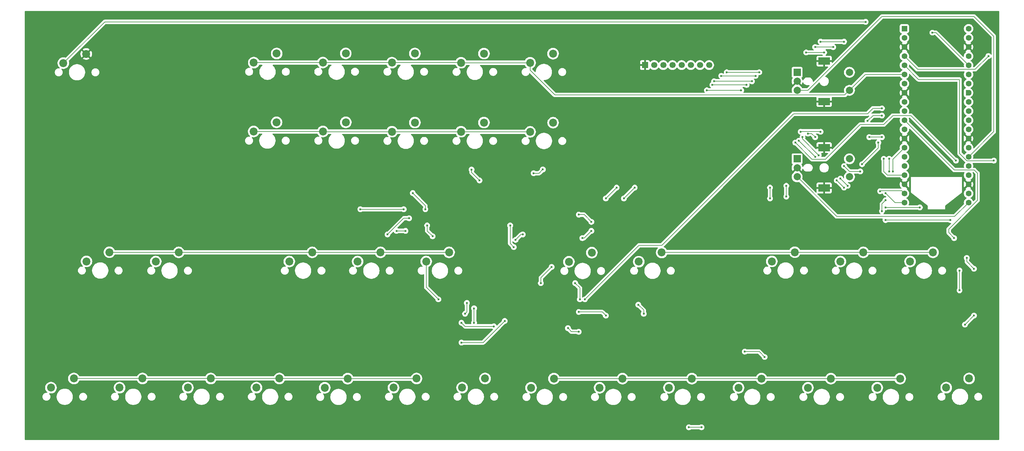
<source format=gbr>
%TF.GenerationSoftware,KiCad,Pcbnew,9.0.6+dfsg-1*%
%TF.CreationDate,2025-12-17T11:12:38+09:00*%
%TF.ProjectId,minimidi,6d696e69-6d69-4646-992e-6b696361645f,rev?*%
%TF.SameCoordinates,Original*%
%TF.FileFunction,Copper,L2,Bot*%
%TF.FilePolarity,Positive*%
%FSLAX46Y46*%
G04 Gerber Fmt 4.6, Leading zero omitted, Abs format (unit mm)*
G04 Created by KiCad (PCBNEW 9.0.6+dfsg-1) date 2025-12-17 11:12:38*
%MOMM*%
%LPD*%
G01*
G04 APERTURE LIST*
G04 Aperture macros list*
%AMRoundRect*
0 Rectangle with rounded corners*
0 $1 Rounding radius*
0 $2 $3 $4 $5 $6 $7 $8 $9 X,Y pos of 4 corners*
0 Add a 4 corners polygon primitive as box body*
4,1,4,$2,$3,$4,$5,$6,$7,$8,$9,$2,$3,0*
0 Add four circle primitives for the rounded corners*
1,1,$1+$1,$2,$3*
1,1,$1+$1,$4,$5*
1,1,$1+$1,$6,$7*
1,1,$1+$1,$8,$9*
0 Add four rect primitives between the rounded corners*
20,1,$1+$1,$2,$3,$4,$5,0*
20,1,$1+$1,$4,$5,$6,$7,0*
20,1,$1+$1,$6,$7,$8,$9,0*
20,1,$1+$1,$8,$9,$2,$3,0*%
%AMFreePoly0*
4,1,37,0.603843,0.796157,0.639018,0.796157,0.711114,0.766294,0.766294,0.711114,0.796157,0.639018,0.796157,0.603843,0.800000,0.600000,0.800000,-0.600000,0.796157,-0.603843,0.796157,-0.639018,0.766294,-0.711114,0.711114,-0.766294,0.639018,-0.796157,0.603843,-0.796157,0.600000,-0.800000,0.000000,-0.800000,0.000000,-0.796148,-0.078414,-0.796148,-0.232228,-0.765552,-0.377117,-0.705537,
-0.507515,-0.618408,-0.618408,-0.507515,-0.705537,-0.377117,-0.765552,-0.232228,-0.796148,-0.078414,-0.796148,0.078414,-0.765552,0.232228,-0.705537,0.377117,-0.618408,0.507515,-0.507515,0.618408,-0.377117,0.705537,-0.232228,0.765552,-0.078414,0.796148,0.000000,0.796148,0.000000,0.800000,0.600000,0.800000,0.603843,0.796157,0.603843,0.796157,$1*%
%AMFreePoly1*
4,1,37,0.000000,0.796148,0.078414,0.796148,0.232228,0.765552,0.377117,0.705537,0.507515,0.618408,0.618408,0.507515,0.705537,0.377117,0.765552,0.232228,0.796148,0.078414,0.796148,-0.078414,0.765552,-0.232228,0.705537,-0.377117,0.618408,-0.507515,0.507515,-0.618408,0.377117,-0.705537,0.232228,-0.765552,0.078414,-0.796148,0.000000,-0.796148,0.000000,-0.800000,-0.600000,-0.800000,
-0.603843,-0.796157,-0.639018,-0.796157,-0.711114,-0.766294,-0.766294,-0.711114,-0.796157,-0.639018,-0.796157,-0.603843,-0.800000,-0.600000,-0.800000,0.600000,-0.796157,0.603843,-0.796157,0.639018,-0.766294,0.711114,-0.711114,0.766294,-0.639018,0.796157,-0.603843,0.796157,-0.600000,0.800000,0.000000,0.800000,0.000000,0.796148,0.000000,0.796148,$1*%
G04 Aperture macros list end*
%TA.AperFunction,ComponentPad*%
%ADD10C,2.200000*%
%TD*%
%TA.AperFunction,ComponentPad*%
%ADD11R,2.000000X2.000000*%
%TD*%
%TA.AperFunction,ComponentPad*%
%ADD12C,2.000000*%
%TD*%
%TA.AperFunction,ComponentPad*%
%ADD13R,3.200000X2.000000*%
%TD*%
%TA.AperFunction,ComponentPad*%
%ADD14R,1.700000X1.700000*%
%TD*%
%TA.AperFunction,ComponentPad*%
%ADD15C,1.700000*%
%TD*%
%TA.AperFunction,ComponentPad*%
%ADD16RoundRect,0.200000X-0.600000X-0.600000X0.600000X-0.600000X0.600000X0.600000X-0.600000X0.600000X0*%
%TD*%
%TA.AperFunction,ComponentPad*%
%ADD17C,1.600000*%
%TD*%
%TA.AperFunction,ComponentPad*%
%ADD18FreePoly0,0.000000*%
%TD*%
%TA.AperFunction,ComponentPad*%
%ADD19FreePoly1,0.000000*%
%TD*%
%TA.AperFunction,ViaPad*%
%ADD20C,0.600000*%
%TD*%
%TA.AperFunction,Conductor*%
%ADD21C,0.200000*%
%TD*%
G04 APERTURE END LIST*
D10*
%TO.P,SW28,1,1*%
%TO.N,Net-(D28-A)*%
X83305797Y-39284393D03*
%TO.P,SW28,2,2*%
%TO.N,1S1*%
X76955797Y-41824393D03*
%TD*%
%TO.P,SW33,1,1*%
%TO.N,Net-(D33-A)*%
X140740921Y-58441370D03*
%TO.P,SW33,2,2*%
%TO.N,2S1*%
X134390921Y-60981370D03*
%TD*%
%TO.P,SW24,1,1*%
%TO.N,ROW2*%
X275160000Y-129460000D03*
%TO.P,SW24,2,2*%
%TO.N,Net-(D24-A)*%
X268810000Y-132000000D03*
%TD*%
%TO.P,SW13,1,1*%
%TO.N,ROW3*%
X160120000Y-129500000D03*
%TO.P,SW13,2,2*%
%TO.N,Net-(D13-A)*%
X153770000Y-132040000D03*
%TD*%
%TO.P,SW32,1,1*%
%TO.N,Net-(D32-A)*%
X121600906Y-58437029D03*
%TO.P,SW32,2,2*%
%TO.N,2S1*%
X115250906Y-60977029D03*
%TD*%
%TO.P,SW12,1,1*%
%TO.N,ROW0*%
X141040000Y-129460000D03*
%TO.P,SW12,2,2*%
%TO.N,Net-(D12-A)*%
X134690000Y-132000000D03*
%TD*%
%TO.P,SW31,1,1*%
%TO.N,Net-(D31-A)*%
X121596983Y-39285590D03*
%TO.P,SW31,2,2*%
%TO.N,1S1*%
X115246983Y-41825590D03*
%TD*%
%TO.P,SW19,1,1*%
%TO.N,ROW2*%
X226850000Y-94420000D03*
%TO.P,SW19,2,2*%
%TO.N,Net-(D19-A)*%
X220500000Y-96960000D03*
%TD*%
D11*
%TO.P,SW25,A,A*%
%TO.N,1A*%
X227500000Y-44500000D03*
D12*
%TO.P,SW25,B,B*%
%TO.N,1B*%
X227500000Y-49500000D03*
%TO.P,SW25,C,C*%
%TO.N,GND*%
X227500000Y-47000000D03*
D13*
%TO.P,SW25,MP,MP*%
X235000000Y-41400000D03*
X235000000Y-52600000D03*
D12*
%TO.P,SW25,S1,S1*%
%TO.N,1S1*%
X242000000Y-49500000D03*
%TO.P,SW25,S2,S2*%
%TO.N,1S2*%
X242000000Y-44500000D03*
%TD*%
D10*
%TO.P,SW20,1,1*%
%TO.N,ROW3*%
X236850000Y-129500000D03*
%TO.P,SW20,2,2*%
%TO.N,Net-(D20-A)*%
X230500000Y-132040000D03*
%TD*%
%TO.P,SW30,1,1*%
%TO.N,Net-(D30-A)*%
X102447134Y-39254653D03*
%TO.P,SW30,2,2*%
%TO.N,1S1*%
X96097134Y-41794653D03*
%TD*%
D14*
%TO.P,J1,1,Pin_1*%
%TO.N,GND*%
X185340000Y-42500000D03*
D15*
%TO.P,J1,2,Pin_2*%
%TO.N,+3V3*%
X187880000Y-42500000D03*
%TO.P,J1,3,Pin_3*%
%TO.N,SCK*%
X190420000Y-42500000D03*
%TO.P,J1,4,Pin_4*%
%TO.N,MOSI*%
X192960000Y-42500000D03*
%TO.P,J1,5,Pin_5*%
%TO.N,RST*%
X195500000Y-42500000D03*
%TO.P,J1,6,Pin_6*%
%TO.N,A0*%
X198040000Y-42500000D03*
%TO.P,J1,7,Pin_7*%
%TO.N,CS_LCD*%
X200580000Y-42500000D03*
%TO.P,J1,8,Pin_8*%
%TO.N,+3V3*%
X203120000Y-42500000D03*
%TD*%
D10*
%TO.P,SW23,1,1*%
%TO.N,ROW2*%
X265160000Y-94460000D03*
%TO.P,SW23,2,2*%
%TO.N,Net-(D23-A)*%
X258810000Y-97000000D03*
%TD*%
%TO.P,SW16,1,1*%
%TO.N,ROW2*%
X189970000Y-94500000D03*
%TO.P,SW16,2,2*%
%TO.N,Net-(D16-A)*%
X183620000Y-97040000D03*
%TD*%
%TO.P,SW17,1,1*%
%TO.N,ROW3*%
X198350000Y-129500000D03*
%TO.P,SW17,2,2*%
%TO.N,Net-(D17-A)*%
X192000000Y-132040000D03*
%TD*%
%TO.P,SW6,1,1*%
%TO.N,ROW1*%
X27120000Y-129460000D03*
%TO.P,SW6,2,2*%
%TO.N,Net-(D6-A)*%
X20770000Y-132000000D03*
%TD*%
%TO.P,SW21,1,1*%
%TO.N,ROW2*%
X245850000Y-94460000D03*
%TO.P,SW21,2,2*%
%TO.N,Net-(D21-A)*%
X239500000Y-97000000D03*
%TD*%
%TO.P,SW27,1,1*%
%TO.N,Net-(D27-A)*%
X83270000Y-58380000D03*
%TO.P,SW27,2,2*%
%TO.N,2S1*%
X76920000Y-60920000D03*
%TD*%
D11*
%TO.P,SW26,A,A*%
%TO.N,2A*%
X227500000Y-68500000D03*
D12*
%TO.P,SW26,B,B*%
%TO.N,2B*%
X227500000Y-73500000D03*
%TO.P,SW26,C,C*%
%TO.N,GND*%
X227500000Y-71000000D03*
D13*
%TO.P,SW26,MP,MP*%
X235000000Y-65400000D03*
X235000000Y-76600000D03*
D12*
%TO.P,SW26,S1,S1*%
%TO.N,2S1*%
X242000000Y-73500000D03*
%TO.P,SW26,S2,S2*%
%TO.N,2S2*%
X242000000Y-68500000D03*
%TD*%
D10*
%TO.P,SW10,1,1*%
%TO.N,ROW1*%
X102970000Y-129500000D03*
%TO.P,SW10,2,2*%
%TO.N,Net-(D10-A)*%
X96620000Y-132040000D03*
%TD*%
%TO.P,SW3,1,1*%
%TO.N,ROW0*%
X93160000Y-94460000D03*
%TO.P,SW3,2,2*%
%TO.N,Net-(D3-A)*%
X86810000Y-97000000D03*
%TD*%
%TO.P,SW34,1,1*%
%TO.N,Net-(D34-A)*%
X140742481Y-39308807D03*
%TO.P,SW34,2,2*%
%TO.N,1S1*%
X134392481Y-41848807D03*
%TD*%
%TO.P,SW14,1,1*%
%TO.N,ROW2*%
X170620000Y-94540000D03*
%TO.P,SW14,2,2*%
%TO.N,Net-(D14-A)*%
X164270000Y-97080000D03*
%TD*%
%TO.P,SW11,1,1*%
%TO.N,ROW1*%
X122040000Y-129460000D03*
%TO.P,SW11,2,2*%
%TO.N,Net-(D11-A)*%
X115690000Y-132000000D03*
%TD*%
%TO.P,SW36,1,1*%
%TO.N,Net-(D35-A)*%
X159889619Y-58479177D03*
%TO.P,SW36,2,2*%
%TO.N,2S1*%
X153539619Y-61019177D03*
%TD*%
%TO.P,SW18,1,1*%
%TO.N,ROW3*%
X217620000Y-129500000D03*
%TO.P,SW18,2,2*%
%TO.N,Net-(D18-A)*%
X211270000Y-132040000D03*
%TD*%
%TO.P,SW35,1,1*%
%TO.N,GND*%
X30540000Y-39420000D03*
%TO.P,SW35,2,2*%
%TO.N,Net-(A1-RUN)*%
X24190000Y-41960000D03*
%TD*%
D16*
%TO.P,A1,1,GPIO0*%
%TO.N,ROW0*%
X257220000Y-32400000D03*
D17*
%TO.P,A1,2,GPIO1*%
%TO.N,ROW1*%
X257220000Y-34940000D03*
D18*
%TO.P,A1,3,GND*%
%TO.N,GND*%
X257220000Y-37480000D03*
D17*
%TO.P,A1,4,GPIO2*%
%TO.N,ROW2*%
X257220000Y-40020000D03*
%TO.P,A1,5,GPIO3*%
%TO.N,ROW3*%
X257220000Y-42560000D03*
%TO.P,A1,6,GPIO4*%
%TO.N,1S1*%
X257220000Y-45100000D03*
%TO.P,A1,7,GPIO5*%
%TO.N,2S1*%
X257220000Y-47640000D03*
D18*
%TO.P,A1,8,GND*%
%TO.N,GND*%
X257220000Y-50180000D03*
D17*
%TO.P,A1,9,GPIO6*%
%TO.N,COL1*%
X257220000Y-52720000D03*
%TO.P,A1,10,GPIO7*%
%TO.N,COL2*%
X257220000Y-55260000D03*
%TO.P,A1,11,GPIO8*%
%TO.N,COL3*%
X257220000Y-57800000D03*
%TO.P,A1,12,GPIO9*%
%TO.N,COL4*%
X257220000Y-60340000D03*
D18*
%TO.P,A1,13,GND*%
%TO.N,GND*%
X257220000Y-62880000D03*
D17*
%TO.P,A1,14,GPIO10*%
%TO.N,COL5*%
X257220000Y-65420000D03*
%TO.P,A1,15,GPIO11*%
%TO.N,COL6*%
X257220000Y-67960000D03*
%TO.P,A1,16,GPIO12*%
%TO.N,COL7*%
X257220000Y-70500000D03*
%TO.P,A1,17,GPIO13*%
%TO.N,A0*%
X257220000Y-73040000D03*
D18*
%TO.P,A1,18,GND*%
%TO.N,GND*%
X257220000Y-75580000D03*
D17*
%TO.P,A1,19,GPIO14*%
%TO.N,RST*%
X257220000Y-78120000D03*
%TO.P,A1,20,GPIO15*%
%TO.N,CS_LCD*%
X257220000Y-80660000D03*
%TO.P,A1,21,GPIO16*%
%TO.N,2B*%
X275000000Y-80660000D03*
%TO.P,A1,22,GPIO17*%
%TO.N,2A*%
X275000000Y-78120000D03*
D19*
%TO.P,A1,23,GND*%
%TO.N,GND*%
X275000000Y-75580000D03*
D17*
%TO.P,A1,24,GPIO18*%
%TO.N,SCK*%
X275000000Y-73040000D03*
%TO.P,A1,25,GPIO19*%
%TO.N,MOSI*%
X275000000Y-70500000D03*
%TO.P,A1,26,GPIO20*%
%TO.N,1B*%
X275000000Y-67960000D03*
%TO.P,A1,27,GPIO21*%
%TO.N,1A*%
X275000000Y-65420000D03*
D19*
%TO.P,A1,28,GND*%
%TO.N,GND*%
X275000000Y-62880000D03*
D17*
%TO.P,A1,29,GPIO22*%
%TO.N,unconnected-(A1-GPIO22-Pad29)*%
X275000000Y-60340000D03*
%TO.P,A1,30,RUN*%
%TO.N,Net-(A1-RUN)*%
X275000000Y-57800000D03*
%TO.P,A1,31,GPIO26_ADC0*%
%TO.N,BLCK*%
X275000000Y-55260000D03*
%TO.P,A1,32,GPIO27_ADC1*%
%TO.N,LRCLK*%
X275000000Y-52720000D03*
D19*
%TO.P,A1,33,AGND*%
%TO.N,unconnected-(A1-AGND-Pad33)*%
X275000000Y-50180000D03*
D17*
%TO.P,A1,34,GPIO28_ADC2*%
%TO.N,DIN*%
X275000000Y-47640000D03*
%TO.P,A1,35,ADC_VREF*%
%TO.N,unconnected-(A1-ADC_VREF-Pad35)*%
X275000000Y-45100000D03*
%TO.P,A1,36,3V3*%
%TO.N,+3V3*%
X275000000Y-42560000D03*
%TO.P,A1,37,3V3_EN*%
%TO.N,unconnected-(A1-3V3_EN-Pad37)*%
X275000000Y-40020000D03*
D19*
%TO.P,A1,38,GND*%
%TO.N,GND*%
X275000000Y-37480000D03*
D17*
%TO.P,A1,39,VSYS*%
%TO.N,unconnected-(A1-VSYS-Pad39)*%
X275000000Y-34940000D03*
%TO.P,A1,40,VBUS*%
%TO.N,unconnected-(A1-VBUS-Pad40)*%
X275000000Y-32400000D03*
%TD*%
D10*
%TO.P,SW1,1,1*%
%TO.N,ROW0*%
X36960000Y-94420000D03*
%TO.P,SW1,2,2*%
%TO.N,Net-(D1-A)*%
X30610000Y-96960000D03*
%TD*%
%TO.P,SW8,1,1*%
%TO.N,ROW1*%
X65040000Y-129460000D03*
%TO.P,SW8,2,2*%
%TO.N,Net-(D8-A)*%
X58690000Y-132000000D03*
%TD*%
%TO.P,SW9,1,1*%
%TO.N,ROW1*%
X84040000Y-129460000D03*
%TO.P,SW9,2,2*%
%TO.N,Net-(D9-A)*%
X77690000Y-132000000D03*
%TD*%
%TO.P,SW15,1,1*%
%TO.N,ROW3*%
X179120000Y-129500000D03*
%TO.P,SW15,2,2*%
%TO.N,Net-(D15-A)*%
X172770000Y-132040000D03*
%TD*%
%TO.P,SW7,1,1*%
%TO.N,ROW1*%
X46120000Y-129460000D03*
%TO.P,SW7,2,2*%
%TO.N,Net-(D7-A)*%
X39770000Y-132000000D03*
%TD*%
%TO.P,SW22,1,1*%
%TO.N,ROW3*%
X256040000Y-129500000D03*
%TO.P,SW22,2,2*%
%TO.N,Net-(D22-A)*%
X249690000Y-132040000D03*
%TD*%
%TO.P,SW5,1,1*%
%TO.N,ROW0*%
X131080000Y-94460000D03*
%TO.P,SW5,2,2*%
%TO.N,Net-(D5-A)*%
X124730000Y-97000000D03*
%TD*%
%TO.P,SW37,1,1*%
%TO.N,Net-(D36-A)*%
X159874967Y-39329948D03*
%TO.P,SW37,2,2*%
%TO.N,1S1*%
X153524967Y-41869948D03*
%TD*%
%TO.P,SW4,1,1*%
%TO.N,ROW0*%
X112080000Y-94460000D03*
%TO.P,SW4,2,2*%
%TO.N,Net-(D4-A)*%
X105730000Y-97000000D03*
%TD*%
%TO.P,SW2,1,1*%
%TO.N,ROW0*%
X56160000Y-94460000D03*
%TO.P,SW2,2,2*%
%TO.N,Net-(D2-A)*%
X49810000Y-97000000D03*
%TD*%
%TO.P,SW29,1,1*%
%TO.N,Net-(D29-A)*%
X102459626Y-58383737D03*
%TO.P,SW29,2,2*%
%TO.N,2S1*%
X96109626Y-60923737D03*
%TD*%
D20*
%TO.N,ROW3*%
X272500000Y-105000000D03*
X282000000Y-69000000D03*
X272500000Y-99500000D03*
%TO.N,2S1*%
X245500000Y-70000000D03*
X250000000Y-64000000D03*
%TO.N,A0*%
X206500000Y-45500000D03*
X251000000Y-62500000D03*
X228500000Y-61000000D03*
X216000000Y-45500000D03*
X247500000Y-62500000D03*
X251500000Y-68500000D03*
X234000000Y-61000000D03*
%TO.N,RST*%
X215000000Y-47000000D03*
X229000000Y-62500000D03*
X250500000Y-77500000D03*
X204500000Y-47000000D03*
X233500000Y-67500000D03*
X239500000Y-74000000D03*
X241500000Y-76000000D03*
%TO.N,COL1*%
X251000000Y-54500000D03*
X168700000Y-107500000D03*
%TO.N,MOSI*%
X204000000Y-48000000D03*
X232500000Y-68000000D03*
X213500000Y-48000000D03*
X252000000Y-85500000D03*
X240500000Y-76500000D03*
X252000000Y-80000000D03*
X270000000Y-85500000D03*
X238500000Y-74500000D03*
X251000000Y-83000000D03*
X228000000Y-63500000D03*
%TO.N,SCK*%
X227000000Y-64000000D03*
X202500000Y-49500000D03*
X212000000Y-49500000D03*
X271500000Y-69000000D03*
%TO.N,COL2*%
X251000000Y-56500000D03*
X220000000Y-76500000D03*
X220000000Y-79500000D03*
X247000000Y-58000000D03*
X116500000Y-88500000D03*
X119000000Y-88500000D03*
%TO.N,COL5*%
X183500000Y-109000000D03*
X185000000Y-111500000D03*
X154500000Y-72500000D03*
X170500000Y-86000000D03*
X167000000Y-84000000D03*
X114000000Y-89500000D03*
X157050000Y-71450000D03*
X218500000Y-123500000D03*
X120000000Y-85000000D03*
X254000000Y-72000000D03*
X213000000Y-122000000D03*
%TO.N,CS_LCD*%
X232500000Y-62500000D03*
X245000000Y-72000000D03*
X208000000Y-44500000D03*
X217000000Y-44500000D03*
X230500000Y-61500000D03*
X252000000Y-78000000D03*
X240500000Y-70500000D03*
%TO.N,COL3*%
X135500000Y-111500000D03*
X124500000Y-82500000D03*
X276500000Y-112000000D03*
X125000000Y-87000000D03*
X136000000Y-108500000D03*
X276500000Y-99000000D03*
X126500000Y-90000000D03*
X121000000Y-78000000D03*
X274000000Y-114500000D03*
X274500000Y-96000000D03*
X271000000Y-90500000D03*
%TO.N,ROW2*%
X280500000Y-40000000D03*
%TO.N,ROW0*%
X232500000Y-37500000D03*
X138000000Y-114000000D03*
X149500000Y-91000000D03*
X151500000Y-89500000D03*
X177500000Y-76500000D03*
X138000000Y-110000000D03*
X237500000Y-37500000D03*
X174500000Y-79500000D03*
%TO.N,+3V3*%
X234000000Y-36000000D03*
X240500000Y-36000000D03*
X265000000Y-33500000D03*
%TO.N,COL6*%
X167000000Y-116500000D03*
X134500000Y-114000000D03*
X197500000Y-143000000D03*
X201000000Y-143000000D03*
X143500000Y-115000000D03*
X164000000Y-115500000D03*
%TO.N,2A*%
X261500000Y-82000000D03*
X224500000Y-76000000D03*
X252000000Y-82000000D03*
X224500000Y-79000000D03*
%TO.N,Net-(A1-RUN)*%
X246500000Y-30500000D03*
%TO.N,ROW1*%
X230000000Y-39000000D03*
X170500000Y-88500000D03*
X182500000Y-76500000D03*
X156500000Y-103000000D03*
X235000000Y-39000000D03*
X168000000Y-90500000D03*
X134500000Y-119500000D03*
X179500000Y-79500000D03*
X146500000Y-113500000D03*
X159500000Y-98500000D03*
%TO.N,COL4*%
X139500000Y-74500000D03*
X167000000Y-111000000D03*
X106500000Y-82500000D03*
X149000000Y-93000000D03*
X118500000Y-82500000D03*
X148000000Y-87000000D03*
X253000000Y-68500000D03*
X137300000Y-71500000D03*
X253000000Y-72000000D03*
X174500000Y-112000000D03*
%TO.N,Net-(D5-A)*%
X128100000Y-107500000D03*
%TO.N,Net-(D14-A)*%
X167300000Y-107500000D03*
X166000000Y-103000000D03*
%TD*%
D21*
%TO.N,1B*%
X282000000Y-34500000D02*
X282000000Y-60960000D01*
X282000000Y-60960000D02*
X275000000Y-67960000D01*
X251018687Y-29000000D02*
X276500000Y-29000000D01*
X276500000Y-29000000D02*
X282000000Y-34500000D01*
X230518687Y-49500000D02*
X251018687Y-29000000D01*
X227500000Y-49500000D02*
X230518687Y-49500000D01*
%TO.N,ROW3*%
X272500000Y-67017050D02*
X272500000Y-46500000D01*
X281939000Y-69061000D02*
X274543950Y-69061000D01*
X261160000Y-46500000D02*
X257220000Y-42560000D01*
X198350000Y-129500000D02*
X217620000Y-129500000D01*
X217620000Y-129500000D02*
X236850000Y-129500000D01*
X272500000Y-46500000D02*
X261160000Y-46500000D01*
X274543950Y-69061000D02*
X272500000Y-67017050D01*
X272500000Y-105000000D02*
X272500000Y-99500000D01*
X282000000Y-69000000D02*
X281939000Y-69061000D01*
X160120000Y-129500000D02*
X179120000Y-129500000D01*
X179120000Y-129500000D02*
X198350000Y-129500000D01*
X236850000Y-129500000D02*
X256040000Y-129500000D01*
%TO.N,2S1*%
X250000000Y-65500000D02*
X250000000Y-64000000D01*
X96109626Y-60923737D02*
X76923737Y-60923737D01*
X115255247Y-60981370D02*
X115250906Y-60977029D01*
X96162918Y-60977029D02*
X96109626Y-60923737D01*
X115250906Y-60977029D02*
X96162918Y-60977029D01*
X245500000Y-70000000D02*
X250000000Y-65500000D01*
X134390921Y-60981370D02*
X115255247Y-60981370D01*
X153539619Y-61019177D02*
X134428728Y-61019177D01*
X134428728Y-61019177D02*
X134390921Y-60981370D01*
X76923737Y-60923737D02*
X76920000Y-60920000D01*
%TO.N,A0*%
X251500000Y-72000000D02*
X252540000Y-73040000D01*
X206500000Y-45500000D02*
X216000000Y-45500000D01*
X228601000Y-60899000D02*
X233899000Y-60899000D01*
X251500000Y-68500000D02*
X251500000Y-72000000D01*
X233899000Y-60899000D02*
X234000000Y-61000000D01*
X247500000Y-62500000D02*
X251000000Y-62500000D01*
X228500000Y-61000000D02*
X228601000Y-60899000D01*
X252540000Y-73040000D02*
X257220000Y-73040000D01*
%TO.N,RST*%
X229000000Y-62500000D02*
X229000000Y-63000000D01*
X229000000Y-63000000D02*
X233500000Y-67500000D01*
X239500000Y-74000000D02*
X241500000Y-76000000D01*
X250500000Y-77500000D02*
X250601000Y-77399000D01*
X256499000Y-77399000D02*
X257220000Y-78120000D01*
X250601000Y-77399000D02*
X256499000Y-77399000D01*
X204500000Y-47000000D02*
X215000000Y-47000000D01*
%TO.N,COL1*%
X251000000Y-54500000D02*
X248500000Y-54500000D01*
X226500000Y-56000000D02*
X247000000Y-56000000D01*
X190000000Y-92500000D02*
X226500000Y-56000000D01*
X183700000Y-92500000D02*
X190000000Y-92500000D01*
X168700000Y-107500000D02*
X183700000Y-92500000D01*
X248500000Y-54500000D02*
X247000000Y-56000000D01*
%TO.N,MOSI*%
X252000000Y-85500000D02*
X268500000Y-85500000D01*
X204000000Y-48000000D02*
X213500000Y-48000000D01*
X251000000Y-82500000D02*
X251000000Y-83000000D01*
X251000000Y-81000000D02*
X251000000Y-82500000D01*
X252000000Y-80000000D02*
X251000000Y-81000000D01*
X228000000Y-63500000D02*
X232500000Y-68000000D01*
X238500000Y-74500000D02*
X240500000Y-76500000D01*
X268500000Y-85500000D02*
X270000000Y-85500000D01*
%TO.N,SCK*%
X254000000Y-56500000D02*
X259000000Y-56500000D01*
X251500000Y-59000000D02*
X254000000Y-56500000D01*
X227000000Y-64000000D02*
X231601000Y-68601000D01*
X245000000Y-59000000D02*
X251500000Y-59000000D01*
X259000000Y-56500000D02*
X271500000Y-69000000D01*
X202500000Y-49500000D02*
X212000000Y-49500000D01*
X235399000Y-68601000D02*
X235500000Y-68500000D01*
X235500000Y-68500000D02*
X245000000Y-59000000D01*
X231601000Y-68601000D02*
X235399000Y-68601000D01*
%TO.N,COL2*%
X251000000Y-56500000D02*
X248500000Y-56500000D01*
X220000000Y-79500000D02*
X220000000Y-76500000D01*
X248500000Y-56500000D02*
X247000000Y-58000000D01*
X119000000Y-88500000D02*
X116500000Y-88500000D01*
%TO.N,1S1*%
X153503826Y-41848807D02*
X153524967Y-41869948D01*
X242000000Y-49500000D02*
X246400000Y-45100000D01*
X134369264Y-41825590D02*
X134392481Y-41848807D01*
X160401203Y-50801000D02*
X153524967Y-43924764D01*
X115246983Y-41825590D02*
X134369264Y-41825590D01*
X153524967Y-43924764D02*
X153524967Y-41869948D01*
X115216046Y-41794653D02*
X115246983Y-41825590D01*
X96097134Y-41794653D02*
X115216046Y-41794653D01*
X76955797Y-41824393D02*
X96067394Y-41824393D01*
X242000000Y-49500000D02*
X240699000Y-50801000D01*
X134392481Y-41848807D02*
X153503826Y-41848807D01*
X96067394Y-41824393D02*
X96097134Y-41794653D01*
X246400000Y-45100000D02*
X257220000Y-45100000D01*
X240699000Y-50801000D02*
X160401203Y-50801000D01*
%TO.N,COL5*%
X118500000Y-85000000D02*
X120000000Y-85000000D01*
X254000000Y-68640000D02*
X257220000Y-65420000D01*
X183500000Y-109000000D02*
X185000000Y-110500000D01*
X168500000Y-84000000D02*
X170500000Y-86000000D01*
X156000000Y-72500000D02*
X157050000Y-71450000D01*
X114000000Y-89500000D02*
X118500000Y-85000000D01*
X167000000Y-84000000D02*
X168500000Y-84000000D01*
X154500000Y-72500000D02*
X156000000Y-72500000D01*
X213000000Y-122000000D02*
X217000000Y-122000000D01*
X185000000Y-110500000D02*
X185000000Y-111500000D01*
X254000000Y-72000000D02*
X254000000Y-68640000D01*
X217000000Y-122000000D02*
X218500000Y-123500000D01*
%TO.N,CS_LCD*%
X245000000Y-72000000D02*
X242000000Y-72000000D01*
X231500000Y-61500000D02*
X230500000Y-61500000D01*
X242000000Y-72000000D02*
X240500000Y-70500000D01*
X254660000Y-80660000D02*
X252000000Y-78000000D01*
X217000000Y-44500000D02*
X208000000Y-44500000D01*
X257220000Y-80660000D02*
X254660000Y-80660000D01*
X232500000Y-62500000D02*
X231500000Y-61500000D01*
%TO.N,2B*%
X238500000Y-84500000D02*
X227500000Y-73500000D01*
X271160000Y-84500000D02*
X238500000Y-84500000D01*
X275000000Y-80660000D02*
X271160000Y-84500000D01*
%TO.N,COL3*%
X271000000Y-90500000D02*
X269500000Y-89000000D01*
X271021000Y-71601000D02*
X257220000Y-57800000D01*
X276500000Y-99000000D02*
X274500000Y-97000000D01*
X277500000Y-80000000D02*
X277500000Y-72500000D01*
X136000000Y-108500000D02*
X136000000Y-111000000D01*
X274500000Y-97000000D02*
X274500000Y-96000000D01*
X274000000Y-114500000D02*
X276500000Y-112000000D01*
X121000000Y-78000000D02*
X124500000Y-81500000D01*
X276601000Y-71601000D02*
X271021000Y-71601000D01*
X269500000Y-89000000D02*
X269500000Y-88000000D01*
X125000000Y-87000000D02*
X125000000Y-88500000D01*
X136000000Y-111000000D02*
X135500000Y-111500000D01*
X277500000Y-72500000D02*
X276601000Y-71601000D01*
X124500000Y-81500000D02*
X124500000Y-82500000D01*
X269500000Y-88000000D02*
X277500000Y-80000000D01*
X125000000Y-88500000D02*
X126500000Y-90000000D01*
%TO.N,ROW2*%
X190050000Y-94420000D02*
X189970000Y-94500000D01*
X260861000Y-43661000D02*
X257220000Y-40020000D01*
X245850000Y-94460000D02*
X265160000Y-94460000D01*
X276839000Y-43661000D02*
X260861000Y-43661000D01*
X226850000Y-94420000D02*
X190050000Y-94420000D01*
X245810000Y-94420000D02*
X245850000Y-94460000D01*
X226850000Y-94420000D02*
X245810000Y-94420000D01*
X280500000Y-40000000D02*
X276839000Y-43661000D01*
%TO.N,ROW0*%
X151000000Y-89500000D02*
X151500000Y-89500000D01*
X149500000Y-91000000D02*
X151000000Y-89500000D01*
X232500000Y-37500000D02*
X237500000Y-37500000D01*
X112080000Y-94460000D02*
X131080000Y-94460000D01*
X174500000Y-79500000D02*
X177500000Y-76500000D01*
X93160000Y-94460000D02*
X112080000Y-94460000D01*
X37000000Y-94460000D02*
X36960000Y-94420000D01*
X138000000Y-110000000D02*
X138000000Y-114000000D01*
X56160000Y-94460000D02*
X93160000Y-94460000D01*
X56160000Y-94460000D02*
X37000000Y-94460000D01*
%TO.N,+3V3*%
X265940000Y-33500000D02*
X275000000Y-42560000D01*
X234000000Y-36000000D02*
X240500000Y-36000000D01*
X265000000Y-33500000D02*
X265940000Y-33500000D01*
%TO.N,COL6*%
X197500000Y-143000000D02*
X201000000Y-143000000D01*
X165000000Y-116500000D02*
X167000000Y-116500000D01*
X164000000Y-115500000D02*
X165000000Y-116500000D01*
X134500000Y-114000000D02*
X135500000Y-115000000D01*
X135500000Y-115000000D02*
X143500000Y-115000000D01*
%TO.N,2A*%
X261000000Y-82000000D02*
X261500000Y-82000000D01*
X252000000Y-82000000D02*
X261000000Y-82000000D01*
X224500000Y-76000000D02*
X224500000Y-79000000D01*
%TO.N,Net-(A1-RUN)*%
X35650000Y-30500000D02*
X205000000Y-30500000D01*
X205000000Y-30500000D02*
X246500000Y-30500000D01*
X24190000Y-41960000D02*
X35650000Y-30500000D01*
%TO.N,ROW1*%
X102930000Y-129460000D02*
X102970000Y-129500000D01*
X140500000Y-119500000D02*
X145500000Y-114500000D01*
X84040000Y-129460000D02*
X102930000Y-129460000D01*
X122000000Y-129500000D02*
X122040000Y-129460000D01*
X65040000Y-129460000D02*
X84040000Y-129460000D01*
X134500000Y-119500000D02*
X140500000Y-119500000D01*
X168500000Y-90500000D02*
X170500000Y-88500000D01*
X156500000Y-103000000D02*
X156500000Y-101500000D01*
X46120000Y-129460000D02*
X65040000Y-129460000D01*
X102970000Y-129500000D02*
X122000000Y-129500000D01*
X179500000Y-79500000D02*
X182500000Y-76500000D01*
X27120000Y-129460000D02*
X46120000Y-129460000D01*
X156500000Y-101500000D02*
X159500000Y-98500000D01*
X230000000Y-39000000D02*
X235000000Y-39000000D01*
X168000000Y-90500000D02*
X168500000Y-90500000D01*
X145500000Y-114500000D02*
X146500000Y-113500000D01*
%TO.N,COL4*%
X148000000Y-92000000D02*
X149000000Y-93000000D01*
X106500000Y-82500000D02*
X118500000Y-82500000D01*
X137300000Y-72300000D02*
X139500000Y-74500000D01*
X167000000Y-111000000D02*
X173500000Y-111000000D01*
X137300000Y-71500000D02*
X137300000Y-72300000D01*
X148000000Y-87000000D02*
X148000000Y-92000000D01*
X173500000Y-111000000D02*
X174500000Y-112000000D01*
X253000000Y-72000000D02*
X253000000Y-68500000D01*
%TO.N,Net-(D5-A)*%
X124730000Y-97000000D02*
X124730000Y-104130000D01*
X124730000Y-104130000D02*
X128100000Y-107500000D01*
%TO.N,Net-(D14-A)*%
X167300000Y-104300000D02*
X167300000Y-107500000D01*
X166000000Y-103000000D02*
X167300000Y-104300000D01*
%TD*%
%TA.AperFunction,Conductor*%
%TO.N,GND*%
G36*
X258725703Y-60155384D02*
G01*
X258732181Y-60161416D01*
X270536139Y-71965374D01*
X270536149Y-71965385D01*
X270540479Y-71969715D01*
X270540480Y-71969716D01*
X270652284Y-72081520D01*
X270652286Y-72081521D01*
X270652290Y-72081524D01*
X270738482Y-72131286D01*
X270789216Y-72160577D01*
X270898069Y-72189744D01*
X270941942Y-72201500D01*
X270941943Y-72201500D01*
X273765303Y-72201500D01*
X273832342Y-72221185D01*
X273878097Y-72273989D01*
X273888041Y-72343147D01*
X273875788Y-72381795D01*
X273794781Y-72540776D01*
X273731522Y-72735465D01*
X273699500Y-72937648D01*
X273699500Y-73142351D01*
X273731522Y-73344534D01*
X273794781Y-73539223D01*
X273836358Y-73620821D01*
X273884282Y-73714877D01*
X273887715Y-73721613D01*
X274008028Y-73887213D01*
X274152782Y-74031967D01*
X274152787Y-74031971D01*
X274229583Y-74087767D01*
X274272249Y-74143097D01*
X274278228Y-74212710D01*
X274245622Y-74274505D01*
X274187365Y-74308233D01*
X274166973Y-74313437D01*
X274166962Y-74313441D01*
X274110415Y-74336863D01*
X274870589Y-75097037D01*
X274807007Y-75114075D01*
X274692993Y-75179901D01*
X274599901Y-75272993D01*
X274534075Y-75387007D01*
X274517037Y-75450589D01*
X273756863Y-74690415D01*
X273756862Y-74690415D01*
X273733446Y-74746947D01*
X273733431Y-74746987D01*
X273715457Y-74797939D01*
X273715455Y-74797946D01*
X273695000Y-74940219D01*
X273695000Y-76219785D01*
X273697893Y-76273762D01*
X273697893Y-76273764D01*
X273733438Y-76413030D01*
X273733442Y-76413043D01*
X273756862Y-76469584D01*
X274517037Y-75709410D01*
X274534075Y-75772993D01*
X274599901Y-75887007D01*
X274692993Y-75980099D01*
X274807007Y-76045925D01*
X274870589Y-76062962D01*
X274110414Y-76823135D01*
X274166960Y-76846557D01*
X274166986Y-76846567D01*
X274195621Y-76856669D01*
X274252294Y-76897534D01*
X274277876Y-76962552D01*
X274264246Y-77031080D01*
X274227256Y-77073924D01*
X274152782Y-77128032D01*
X274008028Y-77272786D01*
X273887715Y-77438386D01*
X273794781Y-77620776D01*
X273731522Y-77815465D01*
X273699500Y-78017648D01*
X273699500Y-78222351D01*
X273731522Y-78424534D01*
X273794781Y-78619223D01*
X273840728Y-78709397D01*
X273887147Y-78800500D01*
X273887715Y-78801613D01*
X274008028Y-78967213D01*
X274152786Y-79111971D01*
X274272827Y-79199184D01*
X274318390Y-79232287D01*
X274409840Y-79278883D01*
X274411080Y-79279515D01*
X274461876Y-79327490D01*
X274478671Y-79395311D01*
X274456134Y-79461446D01*
X274411080Y-79500485D01*
X274318386Y-79547715D01*
X274152786Y-79668028D01*
X274008028Y-79812786D01*
X273887715Y-79978386D01*
X273794781Y-80160776D01*
X273731522Y-80355465D01*
X273705545Y-80519480D01*
X273699500Y-80557648D01*
X273699500Y-80762352D01*
X273700429Y-80768215D01*
X273731522Y-80964534D01*
X273736173Y-80978848D01*
X273738165Y-81048690D01*
X273705921Y-81104842D01*
X270947584Y-83863181D01*
X270886261Y-83896666D01*
X270859903Y-83899500D01*
X251503439Y-83899500D01*
X251436400Y-83879815D01*
X251390645Y-83827011D01*
X251380701Y-83757853D01*
X251409726Y-83694297D01*
X251434548Y-83672398D01*
X251485496Y-83638355D01*
X251510289Y-83621789D01*
X251621789Y-83510289D01*
X251709394Y-83379179D01*
X251769737Y-83233497D01*
X251800500Y-83078842D01*
X251800500Y-82924500D01*
X251820185Y-82857461D01*
X251872989Y-82811706D01*
X251924500Y-82800500D01*
X252078844Y-82800500D01*
X252078845Y-82800499D01*
X252233497Y-82769737D01*
X252379179Y-82709394D01*
X252379185Y-82709390D01*
X252510875Y-82621398D01*
X252577553Y-82600520D01*
X252579766Y-82600500D01*
X260920234Y-82600500D01*
X260987273Y-82620185D01*
X260989125Y-82621398D01*
X261120814Y-82709390D01*
X261120827Y-82709397D01*
X261258683Y-82766498D01*
X261266503Y-82769737D01*
X261421153Y-82800499D01*
X261421156Y-82800500D01*
X261421158Y-82800500D01*
X261578844Y-82800500D01*
X261578845Y-82800499D01*
X261733497Y-82769737D01*
X261879179Y-82709394D01*
X262010289Y-82621789D01*
X262121789Y-82510289D01*
X262209394Y-82379179D01*
X262269737Y-82233497D01*
X262300500Y-82078842D01*
X262300500Y-81921158D01*
X262300500Y-81921155D01*
X262300499Y-81921153D01*
X262274531Y-81790606D01*
X262269737Y-81766503D01*
X262258487Y-81739343D01*
X262209397Y-81620827D01*
X262209390Y-81620814D01*
X262121789Y-81489711D01*
X262121786Y-81489707D01*
X262010292Y-81378213D01*
X262010288Y-81378210D01*
X261879185Y-81290609D01*
X261879172Y-81290602D01*
X261733501Y-81230264D01*
X261733489Y-81230261D01*
X261578845Y-81199500D01*
X261578842Y-81199500D01*
X261421158Y-81199500D01*
X261421155Y-81199500D01*
X261266510Y-81230261D01*
X261266498Y-81230264D01*
X261120827Y-81290602D01*
X261120814Y-81290609D01*
X260989125Y-81378602D01*
X260922447Y-81399480D01*
X260920234Y-81399500D01*
X258505141Y-81399500D01*
X258438102Y-81379815D01*
X258392347Y-81327011D01*
X258382403Y-81257853D01*
X258394656Y-81219206D01*
X258425217Y-81159226D01*
X258425217Y-81159222D01*
X258425220Y-81159219D01*
X258488477Y-80964534D01*
X258520500Y-80762352D01*
X258520500Y-80557648D01*
X258488477Y-80355466D01*
X258470617Y-80300500D01*
X258448292Y-80231790D01*
X258425220Y-80160781D01*
X258425218Y-80160778D01*
X258425218Y-80160776D01*
X258383470Y-80078842D01*
X258332287Y-79978390D01*
X258311005Y-79949097D01*
X258211971Y-79812786D01*
X258067213Y-79668028D01*
X257901614Y-79547715D01*
X257895006Y-79544348D01*
X257808917Y-79500483D01*
X257758123Y-79452511D01*
X257741328Y-79384690D01*
X257763865Y-79318555D01*
X257808917Y-79279516D01*
X257901610Y-79232287D01*
X257980780Y-79174767D01*
X258067213Y-79111971D01*
X258067215Y-79111968D01*
X258067219Y-79111966D01*
X258211966Y-78967219D01*
X258211968Y-78967215D01*
X258211971Y-78967213D01*
X258276632Y-78878213D01*
X258332287Y-78801610D01*
X258425220Y-78619219D01*
X258488477Y-78424534D01*
X258520500Y-78222352D01*
X258520500Y-78017648D01*
X258505217Y-77921158D01*
X258497098Y-77869895D01*
X259010000Y-77869895D01*
X263662057Y-81482663D01*
X263702931Y-81539327D01*
X263710000Y-81580597D01*
X263710000Y-82530000D01*
X268510000Y-82530000D01*
X268510000Y-81580597D01*
X268529685Y-81513558D01*
X268557941Y-81482664D01*
X273210000Y-77869895D01*
X273210000Y-73530000D01*
X259010000Y-73530000D01*
X259010000Y-77869895D01*
X258497098Y-77869895D01*
X258488477Y-77815465D01*
X258425233Y-77620821D01*
X258425220Y-77620781D01*
X258425218Y-77620778D01*
X258425218Y-77620776D01*
X258358434Y-77489707D01*
X258332287Y-77438390D01*
X258319764Y-77421153D01*
X258211971Y-77272786D01*
X258067217Y-77128032D01*
X257990415Y-77072232D01*
X257947750Y-77016902D01*
X257941771Y-76947288D01*
X257974377Y-76885494D01*
X258032640Y-76851765D01*
X258053039Y-76846559D01*
X258109584Y-76823136D01*
X258109584Y-76823135D01*
X257349410Y-76062962D01*
X257412993Y-76045925D01*
X257527007Y-75980099D01*
X257620099Y-75887007D01*
X257685925Y-75772993D01*
X257702962Y-75709410D01*
X258463135Y-76469584D01*
X258463136Y-76469584D01*
X258486552Y-76413053D01*
X258504544Y-76362053D01*
X258524999Y-76219780D01*
X258525000Y-76219779D01*
X258525000Y-74940214D01*
X258522106Y-74886237D01*
X258522106Y-74886235D01*
X258486561Y-74746969D01*
X258486559Y-74746962D01*
X258463135Y-74690414D01*
X257702962Y-75450588D01*
X257685925Y-75387007D01*
X257620099Y-75272993D01*
X257527007Y-75179901D01*
X257412993Y-75114075D01*
X257349410Y-75097037D01*
X258109584Y-74336862D01*
X258053059Y-74313449D01*
X258053048Y-74313445D01*
X258024374Y-74303329D01*
X257967703Y-74262462D01*
X257942122Y-74197443D01*
X257955754Y-74128916D01*
X257992745Y-74086074D01*
X258067215Y-74031969D01*
X258067215Y-74031968D01*
X258067219Y-74031966D01*
X258211966Y-73887219D01*
X258211968Y-73887215D01*
X258211971Y-73887213D01*
X258264732Y-73814590D01*
X258332287Y-73721610D01*
X258425220Y-73539219D01*
X258488477Y-73344534D01*
X258520500Y-73142352D01*
X258520500Y-72937648D01*
X258488477Y-72735466D01*
X258487837Y-72733497D01*
X258440902Y-72589046D01*
X258425220Y-72540781D01*
X258425218Y-72540778D01*
X258425218Y-72540776D01*
X258391503Y-72474607D01*
X258332287Y-72358390D01*
X258299401Y-72313126D01*
X258211971Y-72192786D01*
X258067213Y-72048028D01*
X257901614Y-71927715D01*
X257873382Y-71913330D01*
X257808917Y-71880483D01*
X257758123Y-71832511D01*
X257741328Y-71764690D01*
X257763865Y-71698555D01*
X257808917Y-71659516D01*
X257901610Y-71612287D01*
X257947641Y-71578844D01*
X258067213Y-71491971D01*
X258067215Y-71491968D01*
X258067219Y-71491966D01*
X258211966Y-71347219D01*
X258211968Y-71347215D01*
X258211971Y-71347213D01*
X258268259Y-71269738D01*
X258332287Y-71181610D01*
X258425220Y-70999219D01*
X258488477Y-70804534D01*
X258520500Y-70602352D01*
X258520500Y-70397648D01*
X258507946Y-70318386D01*
X258488477Y-70195465D01*
X258450585Y-70078846D01*
X258425220Y-70000781D01*
X258425218Y-70000778D01*
X258425218Y-70000776D01*
X258384647Y-69921153D01*
X258332287Y-69818390D01*
X258315134Y-69794781D01*
X258211971Y-69652786D01*
X258067213Y-69508028D01*
X257901614Y-69387715D01*
X257882959Y-69378210D01*
X257808917Y-69340483D01*
X257758123Y-69292511D01*
X257741328Y-69224690D01*
X257763865Y-69158555D01*
X257808917Y-69119516D01*
X257901610Y-69072287D01*
X257957642Y-69031578D01*
X258067213Y-68951971D01*
X258067215Y-68951968D01*
X258067219Y-68951966D01*
X258211966Y-68807219D01*
X258211968Y-68807215D01*
X258211971Y-68807213D01*
X258265534Y-68733489D01*
X258332287Y-68641610D01*
X258425220Y-68459219D01*
X258488477Y-68264534D01*
X258520500Y-68062352D01*
X258520500Y-67857648D01*
X258500324Y-67730261D01*
X258488477Y-67655465D01*
X258445269Y-67522487D01*
X258425220Y-67460781D01*
X258425218Y-67460778D01*
X258425218Y-67460776D01*
X258382788Y-67377504D01*
X258332287Y-67278390D01*
X258317234Y-67257671D01*
X258211971Y-67112786D01*
X258067213Y-66968028D01*
X257901614Y-66847715D01*
X257895006Y-66844348D01*
X257808917Y-66800483D01*
X257758123Y-66752511D01*
X257741328Y-66684690D01*
X257763865Y-66618555D01*
X257808917Y-66579516D01*
X257901610Y-66532287D01*
X257922770Y-66516913D01*
X258067213Y-66411971D01*
X258067215Y-66411968D01*
X258067219Y-66411966D01*
X258211966Y-66267219D01*
X258211968Y-66267215D01*
X258211971Y-66267213D01*
X258297130Y-66150000D01*
X258332287Y-66101610D01*
X258425220Y-65919219D01*
X258488477Y-65724534D01*
X258520500Y-65522352D01*
X258520500Y-65317648D01*
X258512469Y-65266942D01*
X258488477Y-65115465D01*
X258452284Y-65004076D01*
X258425220Y-64920781D01*
X258425218Y-64920778D01*
X258425218Y-64920776D01*
X258380505Y-64833023D01*
X258332287Y-64738390D01*
X258311223Y-64709397D01*
X258211971Y-64572786D01*
X258067217Y-64428032D01*
X257990415Y-64372232D01*
X257947750Y-64316902D01*
X257941771Y-64247288D01*
X257974377Y-64185494D01*
X258032640Y-64151765D01*
X258053039Y-64146559D01*
X258109584Y-64123136D01*
X258109584Y-64123135D01*
X257349410Y-63362962D01*
X257412993Y-63345925D01*
X257527007Y-63280099D01*
X257620099Y-63187007D01*
X257685925Y-63072993D01*
X257702962Y-63009410D01*
X258463135Y-63769584D01*
X258463136Y-63769584D01*
X258486552Y-63713053D01*
X258504544Y-63662053D01*
X258524999Y-63519780D01*
X258525000Y-63519779D01*
X258525000Y-62240214D01*
X258522106Y-62186237D01*
X258522106Y-62186235D01*
X258486561Y-62046969D01*
X258486559Y-62046962D01*
X258463135Y-61990414D01*
X257702962Y-62750588D01*
X257685925Y-62687007D01*
X257620099Y-62572993D01*
X257527007Y-62479901D01*
X257412993Y-62414075D01*
X257349410Y-62397037D01*
X258109584Y-61636862D01*
X258053059Y-61613449D01*
X258053048Y-61613445D01*
X258024374Y-61603329D01*
X257967703Y-61562462D01*
X257942122Y-61497443D01*
X257955754Y-61428916D01*
X257992745Y-61386074D01*
X258067215Y-61331969D01*
X258067215Y-61331968D01*
X258067219Y-61331966D01*
X258211966Y-61187219D01*
X258211968Y-61187215D01*
X258211971Y-61187213D01*
X258314595Y-61045961D01*
X258332287Y-61021610D01*
X258425220Y-60839219D01*
X258488477Y-60644534D01*
X258520500Y-60442352D01*
X258520500Y-60249097D01*
X258540185Y-60182058D01*
X258592989Y-60136303D01*
X258662147Y-60126359D01*
X258725703Y-60155384D01*
G37*
%TD.AperFunction*%
%TA.AperFunction,Conductor*%
G36*
X276367942Y-72221185D02*
G01*
X276388584Y-72237819D01*
X276863181Y-72712416D01*
X276896666Y-72773739D01*
X276899500Y-72800097D01*
X276899500Y-79699902D01*
X276879815Y-79766941D01*
X276863181Y-79787583D01*
X276418137Y-80232627D01*
X276356814Y-80266112D01*
X276287122Y-80261128D01*
X276231189Y-80219256D01*
X276212525Y-80183265D01*
X276205218Y-80160776D01*
X276163470Y-80078842D01*
X276112287Y-79978390D01*
X276091005Y-79949097D01*
X275991971Y-79812786D01*
X275847213Y-79668028D01*
X275681614Y-79547715D01*
X275675006Y-79544348D01*
X275588917Y-79500483D01*
X275538123Y-79452511D01*
X275521328Y-79384690D01*
X275543865Y-79318555D01*
X275588917Y-79279516D01*
X275681610Y-79232287D01*
X275760780Y-79174767D01*
X275847213Y-79111971D01*
X275847215Y-79111968D01*
X275847219Y-79111966D01*
X275991966Y-78967219D01*
X275991968Y-78967215D01*
X275991971Y-78967213D01*
X276056632Y-78878213D01*
X276112287Y-78801610D01*
X276205220Y-78619219D01*
X276268477Y-78424534D01*
X276300500Y-78222352D01*
X276300500Y-78017648D01*
X276285217Y-77921158D01*
X276268477Y-77815465D01*
X276205233Y-77620821D01*
X276205220Y-77620781D01*
X276205218Y-77620778D01*
X276205218Y-77620776D01*
X276138434Y-77489707D01*
X276112287Y-77438390D01*
X276099764Y-77421153D01*
X275991971Y-77272786D01*
X275847213Y-77128028D01*
X275681614Y-77007715D01*
X275646271Y-76989707D01*
X275595703Y-76963941D01*
X275544908Y-76915968D01*
X275528113Y-76848147D01*
X275550650Y-76782012D01*
X275593546Y-76744099D01*
X275659503Y-76708843D01*
X275659515Y-76708837D01*
X275728913Y-76662465D01*
X275129410Y-76062962D01*
X275192993Y-76045925D01*
X275307007Y-75980099D01*
X275400099Y-75887007D01*
X275465925Y-75772993D01*
X275482962Y-75709410D01*
X276082464Y-76308913D01*
X276082465Y-76308913D01*
X276128837Y-76239515D01*
X276128838Y-76239511D01*
X276175509Y-76152198D01*
X276235814Y-76006612D01*
X276264555Y-75911864D01*
X276295298Y-75757302D01*
X276295298Y-75757299D01*
X276305000Y-75658789D01*
X276305000Y-75501210D01*
X276295298Y-75402700D01*
X276295298Y-75402697D01*
X276264554Y-75248133D01*
X276264552Y-75248125D01*
X276235814Y-75153387D01*
X276175509Y-75007801D01*
X276128844Y-74920498D01*
X276128838Y-74920488D01*
X276082465Y-74851085D01*
X275482962Y-75450588D01*
X275465925Y-75387007D01*
X275400099Y-75272993D01*
X275307007Y-75179901D01*
X275192993Y-75114075D01*
X275129410Y-75097037D01*
X275728912Y-74497534D01*
X275659511Y-74451161D01*
X275659500Y-74451155D01*
X275593545Y-74415900D01*
X275543701Y-74366937D01*
X275528241Y-74298799D01*
X275552073Y-74233119D01*
X275595702Y-74196059D01*
X275681610Y-74152287D01*
X275731144Y-74116298D01*
X275847213Y-74031971D01*
X275847215Y-74031968D01*
X275847219Y-74031966D01*
X275991966Y-73887219D01*
X275991968Y-73887215D01*
X275991971Y-73887213D01*
X276044732Y-73814590D01*
X276112287Y-73721610D01*
X276205220Y-73539219D01*
X276268477Y-73344534D01*
X276300500Y-73142352D01*
X276300500Y-72937648D01*
X276268477Y-72735466D01*
X276267837Y-72733497D01*
X276220902Y-72589046D01*
X276205220Y-72540781D01*
X276205218Y-72540778D01*
X276205218Y-72540776D01*
X276144159Y-72420943D01*
X276124211Y-72381793D01*
X276123703Y-72379089D01*
X276121903Y-72377011D01*
X276117294Y-72344961D01*
X276111316Y-72313126D01*
X276112350Y-72310576D01*
X276111959Y-72307853D01*
X276125414Y-72278389D01*
X276137592Y-72248386D01*
X276139840Y-72246800D01*
X276140984Y-72244297D01*
X276168228Y-72226787D01*
X276194698Y-72208128D01*
X276198156Y-72207554D01*
X276199762Y-72206523D01*
X276234697Y-72201500D01*
X276300903Y-72201500D01*
X276367942Y-72221185D01*
G37*
%TD.AperFunction*%
%TA.AperFunction,Conductor*%
G36*
X258725703Y-44915384D02*
G01*
X258732181Y-44921416D01*
X260675139Y-46864374D01*
X260675149Y-46864385D01*
X260679479Y-46868715D01*
X260679480Y-46868716D01*
X260791284Y-46980520D01*
X260791286Y-46980521D01*
X260791290Y-46980524D01*
X260858954Y-47019589D01*
X260928216Y-47059577D01*
X261040019Y-47089534D01*
X261080942Y-47100500D01*
X261080943Y-47100500D01*
X271775500Y-47100500D01*
X271842539Y-47120185D01*
X271888294Y-47172989D01*
X271899500Y-47224500D01*
X271899500Y-66930380D01*
X271899499Y-66930398D01*
X271899499Y-67096104D01*
X271899498Y-67096104D01*
X271931800Y-67216657D01*
X271940423Y-67248835D01*
X271957487Y-67278390D01*
X272005015Y-67360711D01*
X272019479Y-67385764D01*
X272019481Y-67385767D01*
X272138349Y-67504635D01*
X272138355Y-67504640D01*
X274059513Y-69425798D01*
X274059760Y-69426046D01*
X274061665Y-69429553D01*
X274066667Y-69433672D01*
X274066677Y-69433684D01*
X274064772Y-69435270D01*
X274076498Y-69456849D01*
X274093067Y-69487192D01*
X274093057Y-69487322D01*
X274093120Y-69487437D01*
X274090569Y-69522112D01*
X274088083Y-69556884D01*
X274088003Y-69557008D01*
X274087995Y-69557119D01*
X274087560Y-69557696D01*
X274059583Y-69601230D01*
X274008036Y-69652777D01*
X274008030Y-69652784D01*
X273887715Y-69818386D01*
X273794781Y-70000776D01*
X273731522Y-70195465D01*
X273699500Y-70397648D01*
X273699500Y-70602351D01*
X273731523Y-70804535D01*
X273731524Y-70804542D01*
X273742455Y-70838183D01*
X273744450Y-70908024D01*
X273708369Y-70967856D01*
X273645668Y-70998684D01*
X273624524Y-71000500D01*
X271321097Y-71000500D01*
X271254058Y-70980815D01*
X271233416Y-70964181D01*
X258514077Y-58244842D01*
X258480592Y-58183519D01*
X258483828Y-58118841D01*
X258488477Y-58104534D01*
X258520500Y-57902352D01*
X258520500Y-57697648D01*
X258508332Y-57620821D01*
X258488477Y-57495465D01*
X258450379Y-57378213D01*
X258425220Y-57300781D01*
X258425218Y-57300778D01*
X258425217Y-57300773D01*
X258415037Y-57280794D01*
X258414529Y-57278089D01*
X258412728Y-57276011D01*
X258408119Y-57243957D01*
X258402141Y-57212125D01*
X258403175Y-57209576D01*
X258402784Y-57206853D01*
X258416238Y-57177391D01*
X258428418Y-57147384D01*
X258430666Y-57145799D01*
X258431809Y-57143297D01*
X258459056Y-57125786D01*
X258485525Y-57107128D01*
X258488980Y-57106555D01*
X258490587Y-57105523D01*
X258525522Y-57100500D01*
X258699903Y-57100500D01*
X258766942Y-57120185D01*
X258787584Y-57136819D01*
X270665425Y-69014660D01*
X270698910Y-69075983D01*
X270699361Y-69078149D01*
X270730261Y-69233491D01*
X270730264Y-69233501D01*
X270790602Y-69379172D01*
X270790609Y-69379185D01*
X270878210Y-69510288D01*
X270878213Y-69510292D01*
X270989707Y-69621786D01*
X270989711Y-69621789D01*
X271120814Y-69709390D01*
X271120827Y-69709397D01*
X271200348Y-69742335D01*
X271266503Y-69769737D01*
X271392402Y-69794780D01*
X271421153Y-69800499D01*
X271421156Y-69800500D01*
X271421158Y-69800500D01*
X271578844Y-69800500D01*
X271578845Y-69800499D01*
X271733497Y-69769737D01*
X271879179Y-69709394D01*
X272010289Y-69621789D01*
X272121789Y-69510289D01*
X272209394Y-69379179D01*
X272269737Y-69233497D01*
X272300500Y-69078842D01*
X272300500Y-68921158D01*
X272300500Y-68921155D01*
X272300499Y-68921153D01*
X272290932Y-68873058D01*
X272269737Y-68766503D01*
X272256062Y-68733489D01*
X272209397Y-68620827D01*
X272209390Y-68620814D01*
X272121789Y-68489711D01*
X272121786Y-68489707D01*
X272010292Y-68378213D01*
X272010288Y-68378210D01*
X271879185Y-68290609D01*
X271879172Y-68290602D01*
X271733501Y-68230264D01*
X271733491Y-68230261D01*
X271578151Y-68199362D01*
X271516241Y-68166977D01*
X271514662Y-68165426D01*
X259487590Y-56138355D01*
X259487588Y-56138352D01*
X259368717Y-56019481D01*
X259368716Y-56019480D01*
X259281904Y-55969360D01*
X259281904Y-55969359D01*
X259281900Y-55969358D01*
X259231785Y-55940423D01*
X259079057Y-55899499D01*
X258920943Y-55899499D01*
X258913347Y-55899499D01*
X258913331Y-55899500D01*
X258550311Y-55899500D01*
X258483272Y-55879815D01*
X258437517Y-55827011D01*
X258427573Y-55757853D01*
X258432378Y-55737187D01*
X258488477Y-55564534D01*
X258520500Y-55362352D01*
X258520500Y-55157648D01*
X258511897Y-55103334D01*
X258488477Y-54955465D01*
X258425218Y-54760776D01*
X258391503Y-54694607D01*
X258332287Y-54578390D01*
X258324556Y-54567749D01*
X258211971Y-54412786D01*
X258067213Y-54268028D01*
X257901614Y-54147715D01*
X257848843Y-54120827D01*
X257808917Y-54100483D01*
X257758123Y-54052511D01*
X257741328Y-53984690D01*
X257763865Y-53918555D01*
X257808917Y-53879516D01*
X257901610Y-53832287D01*
X257922770Y-53816913D01*
X258067213Y-53711971D01*
X258067215Y-53711968D01*
X258067219Y-53711966D01*
X258211966Y-53567219D01*
X258211968Y-53567215D01*
X258211971Y-53567213D01*
X258264732Y-53494590D01*
X258332287Y-53401610D01*
X258425220Y-53219219D01*
X258488477Y-53024534D01*
X258520500Y-52822352D01*
X258520500Y-52617648D01*
X258488477Y-52415466D01*
X258425220Y-52220781D01*
X258425218Y-52220778D01*
X258425218Y-52220776D01*
X258374839Y-52121903D01*
X258332287Y-52038390D01*
X258317064Y-52017437D01*
X258211971Y-51872786D01*
X258067217Y-51728032D01*
X257990415Y-51672232D01*
X257947750Y-51616902D01*
X257941771Y-51547288D01*
X257974377Y-51485494D01*
X258032640Y-51451765D01*
X258053039Y-51446559D01*
X258109584Y-51423136D01*
X258109584Y-51423135D01*
X257349410Y-50662962D01*
X257412993Y-50645925D01*
X257527007Y-50580099D01*
X257620099Y-50487007D01*
X257685925Y-50372993D01*
X257702962Y-50309410D01*
X258463135Y-51069584D01*
X258463136Y-51069584D01*
X258486552Y-51013053D01*
X258504544Y-50962053D01*
X258524999Y-50819780D01*
X258525000Y-50819779D01*
X258525000Y-49540214D01*
X258522106Y-49486237D01*
X258522106Y-49486235D01*
X258486561Y-49346969D01*
X258486559Y-49346962D01*
X258463135Y-49290414D01*
X257702962Y-50050588D01*
X257685925Y-49987007D01*
X257620099Y-49872993D01*
X257527007Y-49779901D01*
X257412993Y-49714075D01*
X257349410Y-49697037D01*
X258109584Y-48936862D01*
X258053059Y-48913449D01*
X258053048Y-48913445D01*
X258024374Y-48903329D01*
X257967703Y-48862462D01*
X257942122Y-48797443D01*
X257955754Y-48728916D01*
X257992745Y-48686074D01*
X258067215Y-48631969D01*
X258067215Y-48631968D01*
X258067219Y-48631966D01*
X258211966Y-48487219D01*
X258211968Y-48487215D01*
X258211971Y-48487213D01*
X258264732Y-48414590D01*
X258332287Y-48321610D01*
X258425220Y-48139219D01*
X258488477Y-47944534D01*
X258520500Y-47742352D01*
X258520500Y-47537648D01*
X258495401Y-47379179D01*
X258488477Y-47335465D01*
X258435685Y-47172989D01*
X258425220Y-47140781D01*
X258425218Y-47140778D01*
X258425218Y-47140776D01*
X258383842Y-47059573D01*
X258332287Y-46958390D01*
X258305237Y-46921158D01*
X258211971Y-46792786D01*
X258067213Y-46648028D01*
X257901614Y-46527715D01*
X257847220Y-46500000D01*
X257808917Y-46480483D01*
X257758123Y-46432511D01*
X257741328Y-46364690D01*
X257763865Y-46298555D01*
X257808917Y-46259516D01*
X257901610Y-46212287D01*
X257940512Y-46184023D01*
X258067213Y-46091971D01*
X258067215Y-46091968D01*
X258067219Y-46091966D01*
X258211966Y-45947219D01*
X258211968Y-45947215D01*
X258211971Y-45947213D01*
X258281553Y-45851440D01*
X258332287Y-45781610D01*
X258425220Y-45599219D01*
X258488477Y-45404534D01*
X258520500Y-45202352D01*
X258520500Y-45009097D01*
X258540185Y-44942058D01*
X258592989Y-44896303D01*
X258662147Y-44886359D01*
X258725703Y-44915384D01*
G37*
%TD.AperFunction*%
%TA.AperFunction,Conductor*%
G36*
X235250000Y-66900000D02*
G01*
X235951403Y-66900000D01*
X236018442Y-66919685D01*
X236064197Y-66972489D01*
X236074141Y-67041647D01*
X236045116Y-67105203D01*
X236039084Y-67111681D01*
X235186584Y-67964181D01*
X235125261Y-67997666D01*
X235098903Y-68000500D01*
X234344720Y-68000500D01*
X234277681Y-67980815D01*
X234231926Y-67928011D01*
X234221982Y-67858853D01*
X234230159Y-67829048D01*
X234269735Y-67733501D01*
X234269737Y-67733497D01*
X234300500Y-67578842D01*
X234300500Y-67421158D01*
X234300500Y-67421155D01*
X234300499Y-67421153D01*
X234291817Y-67377504D01*
X234269737Y-67266503D01*
X234218354Y-67142452D01*
X234209397Y-67120827D01*
X234209393Y-67120820D01*
X234204025Y-67112786D01*
X234190731Y-67092890D01*
X234169854Y-67026214D01*
X234188338Y-66958834D01*
X234240316Y-66912144D01*
X234293834Y-66900000D01*
X234750000Y-66900000D01*
X234750000Y-66150000D01*
X235250000Y-66150000D01*
X235250000Y-66900000D01*
G37*
%TD.AperFunction*%
%TA.AperFunction,Conductor*%
G36*
X258725703Y-42375385D02*
G01*
X258732181Y-42381417D01*
X260492284Y-44141520D01*
X260492286Y-44141521D01*
X260492290Y-44141524D01*
X260629209Y-44220573D01*
X260629212Y-44220575D01*
X260629216Y-44220577D01*
X260781943Y-44261501D01*
X260781945Y-44261501D01*
X260947654Y-44261501D01*
X260947670Y-44261500D01*
X273765303Y-44261500D01*
X273832342Y-44281185D01*
X273878097Y-44333989D01*
X273888041Y-44403147D01*
X273875788Y-44441792D01*
X273858656Y-44475417D01*
X273794781Y-44600776D01*
X273731522Y-44795465D01*
X273708254Y-44942378D01*
X273699500Y-44997648D01*
X273699500Y-45202352D01*
X273699920Y-45205001D01*
X273731522Y-45404534D01*
X273794781Y-45599223D01*
X273856415Y-45720185D01*
X273873132Y-45752994D01*
X273887715Y-45781613D01*
X274008028Y-45947213D01*
X274152786Y-46091971D01*
X274295485Y-46195646D01*
X274318390Y-46212287D01*
X274393240Y-46250425D01*
X274411080Y-46259515D01*
X274461876Y-46307490D01*
X274478671Y-46375311D01*
X274456134Y-46441446D01*
X274411080Y-46480485D01*
X274318386Y-46527715D01*
X274152786Y-46648028D01*
X274008028Y-46792786D01*
X273887715Y-46958386D01*
X273794781Y-47140776D01*
X273731522Y-47335465D01*
X273699500Y-47537648D01*
X273699500Y-47742351D01*
X273731522Y-47944534D01*
X273794781Y-48139223D01*
X273887715Y-48321613D01*
X274008028Y-48487213D01*
X274152782Y-48631967D01*
X274152787Y-48631971D01*
X274229063Y-48687389D01*
X274271729Y-48742719D01*
X274277708Y-48812332D01*
X274245102Y-48874127D01*
X274186845Y-48907855D01*
X274166776Y-48912977D01*
X274166766Y-48912980D01*
X274093280Y-48943419D01*
X274093252Y-48943431D01*
X274044451Y-48966779D01*
X274044446Y-48966782D01*
X273929268Y-49053005D01*
X273929256Y-49053015D01*
X273873019Y-49109252D01*
X273836843Y-49149524D01*
X273836837Y-49149532D01*
X273763426Y-49273263D01*
X273732978Y-49346774D01*
X273732970Y-49346795D01*
X273714976Y-49397800D01*
X273694500Y-49540219D01*
X273694500Y-50819784D01*
X273697395Y-50873814D01*
X273697396Y-50873818D01*
X273732976Y-51013221D01*
X273732980Y-51013233D01*
X273763419Y-51086719D01*
X273763431Y-51086747D01*
X273786779Y-51135548D01*
X273786782Y-51135553D01*
X273812357Y-51169716D01*
X273873006Y-51250733D01*
X273873010Y-51250737D01*
X273873015Y-51250743D01*
X273929252Y-51306980D01*
X273929261Y-51306988D01*
X273929267Y-51306994D01*
X273956703Y-51331639D01*
X273969524Y-51343156D01*
X273969532Y-51343162D01*
X274093263Y-51416573D01*
X274093262Y-51416573D01*
X274098784Y-51418860D01*
X274166774Y-51447022D01*
X274182645Y-51452621D01*
X274195133Y-51457027D01*
X274251805Y-51497894D01*
X274277386Y-51562912D01*
X274263754Y-51631439D01*
X274226765Y-51674281D01*
X274152782Y-51728032D01*
X274008028Y-51872786D01*
X273887715Y-52038386D01*
X273794781Y-52220776D01*
X273731522Y-52415465D01*
X273699500Y-52617648D01*
X273699500Y-52822351D01*
X273731522Y-53024534D01*
X273794781Y-53219223D01*
X273887715Y-53401613D01*
X274008028Y-53567213D01*
X274152786Y-53711971D01*
X274307749Y-53824556D01*
X274318390Y-53832287D01*
X274408519Y-53878210D01*
X274411080Y-53879515D01*
X274461876Y-53927490D01*
X274478671Y-53995311D01*
X274456134Y-54061446D01*
X274411080Y-54100485D01*
X274318386Y-54147715D01*
X274152786Y-54268028D01*
X274008028Y-54412786D01*
X273887715Y-54578386D01*
X273794781Y-54760776D01*
X273731522Y-54955465D01*
X273699500Y-55157648D01*
X273699500Y-55362351D01*
X273731522Y-55564534D01*
X273794781Y-55759223D01*
X273855411Y-55878213D01*
X273887109Y-55940425D01*
X273887715Y-55941613D01*
X274008028Y-56107213D01*
X274152786Y-56251971D01*
X274307749Y-56364556D01*
X274318390Y-56372287D01*
X274409840Y-56418883D01*
X274411080Y-56419515D01*
X274461876Y-56467490D01*
X274478671Y-56535311D01*
X274456134Y-56601446D01*
X274411080Y-56640485D01*
X274318386Y-56687715D01*
X274152786Y-56808028D01*
X274008028Y-56952786D01*
X273887715Y-57118386D01*
X273794781Y-57300776D01*
X273731522Y-57495465D01*
X273699500Y-57697648D01*
X273699500Y-57902351D01*
X273731522Y-58104534D01*
X273794781Y-58299223D01*
X273844432Y-58396666D01*
X273881471Y-58469360D01*
X273887715Y-58481613D01*
X274008028Y-58647213D01*
X274152786Y-58791971D01*
X274307749Y-58904556D01*
X274318390Y-58912287D01*
X274409840Y-58958883D01*
X274411080Y-58959515D01*
X274461876Y-59007490D01*
X274478671Y-59075311D01*
X274456134Y-59141446D01*
X274411080Y-59180485D01*
X274318386Y-59227715D01*
X274152786Y-59348028D01*
X274008028Y-59492786D01*
X273887715Y-59658386D01*
X273794781Y-59840776D01*
X273731522Y-60035465D01*
X273699500Y-60237648D01*
X273699500Y-60442351D01*
X273731522Y-60644534D01*
X273794781Y-60839223D01*
X273887715Y-61021613D01*
X274008028Y-61187213D01*
X274152782Y-61331967D01*
X274152787Y-61331971D01*
X274229583Y-61387767D01*
X274272249Y-61443097D01*
X274278228Y-61512710D01*
X274245622Y-61574505D01*
X274187365Y-61608233D01*
X274166973Y-61613437D01*
X274166962Y-61613441D01*
X274110415Y-61636863D01*
X274870589Y-62397037D01*
X274807007Y-62414075D01*
X274692993Y-62479901D01*
X274599901Y-62572993D01*
X274534075Y-62687007D01*
X274517037Y-62750589D01*
X273756863Y-61990415D01*
X273756862Y-61990415D01*
X273733446Y-62046947D01*
X273733431Y-62046987D01*
X273715457Y-62097939D01*
X273715455Y-62097946D01*
X273695000Y-62240219D01*
X273695000Y-63519785D01*
X273697893Y-63573762D01*
X273697893Y-63573764D01*
X273733438Y-63713030D01*
X273733442Y-63713043D01*
X273756862Y-63769584D01*
X274517037Y-63009410D01*
X274534075Y-63072993D01*
X274599901Y-63187007D01*
X274692993Y-63280099D01*
X274807007Y-63345925D01*
X274870589Y-63362962D01*
X274110414Y-64123135D01*
X274166960Y-64146557D01*
X274166986Y-64146567D01*
X274195621Y-64156669D01*
X274252294Y-64197534D01*
X274277876Y-64262552D01*
X274264246Y-64331080D01*
X274227256Y-64373924D01*
X274152782Y-64428032D01*
X274008028Y-64572786D01*
X273887715Y-64738386D01*
X273794781Y-64920776D01*
X273731522Y-65115465D01*
X273699500Y-65317648D01*
X273699500Y-65522351D01*
X273731522Y-65724534D01*
X273794781Y-65919223D01*
X273887715Y-66101613D01*
X274008028Y-66267213D01*
X274152786Y-66411971D01*
X274307749Y-66524556D01*
X274318390Y-66532287D01*
X274409840Y-66578883D01*
X274411080Y-66579515D01*
X274461876Y-66627490D01*
X274478671Y-66695311D01*
X274456134Y-66761446D01*
X274411080Y-66800485D01*
X274318386Y-66847715D01*
X274152786Y-66968028D01*
X274008028Y-67112786D01*
X273887713Y-67278388D01*
X273871648Y-67309916D01*
X273823672Y-67360711D01*
X273755851Y-67377504D01*
X273689716Y-67354964D01*
X273673484Y-67341299D01*
X273136819Y-66804634D01*
X273103334Y-66743311D01*
X273100500Y-66716953D01*
X273100500Y-46420945D01*
X273100500Y-46420943D01*
X273059577Y-46268216D01*
X273053594Y-46257853D01*
X272980524Y-46131290D01*
X272980518Y-46131282D01*
X272868717Y-46019481D01*
X272868709Y-46019475D01*
X272731790Y-45940426D01*
X272731786Y-45940424D01*
X272731784Y-45940423D01*
X272579057Y-45899500D01*
X272579056Y-45899500D01*
X261460097Y-45899500D01*
X261393058Y-45879815D01*
X261372416Y-45863181D01*
X258514077Y-43004842D01*
X258480592Y-42943519D01*
X258483828Y-42878841D01*
X258483923Y-42878549D01*
X258488477Y-42864534D01*
X258520500Y-42662352D01*
X258520500Y-42469098D01*
X258540185Y-42402059D01*
X258592989Y-42356304D01*
X258662147Y-42346360D01*
X258725703Y-42375385D01*
G37*
%TD.AperFunction*%
%TA.AperFunction,Conductor*%
G36*
X281358363Y-40411190D02*
G01*
X281395082Y-40470634D01*
X281399500Y-40503439D01*
X281399500Y-60659902D01*
X281379815Y-60726941D01*
X281363181Y-60747583D01*
X276512181Y-65598583D01*
X276450858Y-65632068D01*
X276381166Y-65627084D01*
X276325233Y-65585212D01*
X276300816Y-65519748D01*
X276300500Y-65510902D01*
X276300500Y-65317648D01*
X276268477Y-65115465D01*
X276232284Y-65004076D01*
X276205220Y-64920781D01*
X276205218Y-64920778D01*
X276205218Y-64920776D01*
X276160505Y-64833023D01*
X276112287Y-64738390D01*
X276091223Y-64709397D01*
X275991971Y-64572786D01*
X275847213Y-64428028D01*
X275681614Y-64307715D01*
X275651988Y-64292620D01*
X275595703Y-64263941D01*
X275544908Y-64215968D01*
X275528113Y-64148147D01*
X275550650Y-64082012D01*
X275593546Y-64044099D01*
X275659503Y-64008843D01*
X275659515Y-64008837D01*
X275728913Y-63962465D01*
X275129410Y-63362962D01*
X275192993Y-63345925D01*
X275307007Y-63280099D01*
X275400099Y-63187007D01*
X275465925Y-63072993D01*
X275482962Y-63009410D01*
X276082465Y-63608913D01*
X276128837Y-63539515D01*
X276128838Y-63539511D01*
X276175509Y-63452198D01*
X276235814Y-63306612D01*
X276264555Y-63211864D01*
X276295298Y-63057302D01*
X276295298Y-63057299D01*
X276305000Y-62958789D01*
X276305000Y-62801210D01*
X276295298Y-62702700D01*
X276295298Y-62702697D01*
X276264555Y-62548135D01*
X276235814Y-62453387D01*
X276175509Y-62307801D01*
X276128844Y-62220498D01*
X276128838Y-62220488D01*
X276082465Y-62151085D01*
X275482962Y-62750588D01*
X275465925Y-62687007D01*
X275400099Y-62572993D01*
X275307007Y-62479901D01*
X275192993Y-62414075D01*
X275129410Y-62397037D01*
X275728912Y-61797534D01*
X275659511Y-61751161D01*
X275659500Y-61751155D01*
X275593545Y-61715900D01*
X275543701Y-61666937D01*
X275528241Y-61598799D01*
X275552073Y-61533119D01*
X275595702Y-61496059D01*
X275681610Y-61452287D01*
X275782227Y-61379185D01*
X275847213Y-61331971D01*
X275847215Y-61331968D01*
X275847219Y-61331966D01*
X275991966Y-61187219D01*
X275991968Y-61187215D01*
X275991971Y-61187213D01*
X276094595Y-61045961D01*
X276112287Y-61021610D01*
X276205220Y-60839219D01*
X276268477Y-60644534D01*
X276300500Y-60442352D01*
X276300500Y-60237648D01*
X276288426Y-60161416D01*
X276268477Y-60035465D01*
X276232457Y-59924609D01*
X276205220Y-59840781D01*
X276205218Y-59840778D01*
X276205218Y-59840776D01*
X276160293Y-59752607D01*
X276112287Y-59658390D01*
X276078948Y-59612502D01*
X275991971Y-59492786D01*
X275847213Y-59348028D01*
X275681614Y-59227715D01*
X275664211Y-59218848D01*
X275588917Y-59180483D01*
X275538123Y-59132511D01*
X275521328Y-59064690D01*
X275543865Y-58998555D01*
X275588917Y-58959516D01*
X275681610Y-58912287D01*
X275761888Y-58853962D01*
X275847213Y-58791971D01*
X275847215Y-58791968D01*
X275847219Y-58791966D01*
X275991966Y-58647219D01*
X275991968Y-58647215D01*
X275991971Y-58647213D01*
X276050007Y-58567332D01*
X276112287Y-58481610D01*
X276205220Y-58299219D01*
X276268477Y-58104534D01*
X276300500Y-57902352D01*
X276300500Y-57697648D01*
X276288332Y-57620821D01*
X276268477Y-57495465D01*
X276230379Y-57378213D01*
X276205220Y-57300781D01*
X276205218Y-57300778D01*
X276205218Y-57300776D01*
X276160047Y-57212125D01*
X276112287Y-57118390D01*
X276078948Y-57072502D01*
X275991971Y-56952786D01*
X275847213Y-56808028D01*
X275681614Y-56687715D01*
X275647655Y-56670412D01*
X275588917Y-56640483D01*
X275538123Y-56592511D01*
X275521328Y-56524690D01*
X275543865Y-56458555D01*
X275588917Y-56419516D01*
X275681610Y-56372287D01*
X275827201Y-56266510D01*
X275847213Y-56251971D01*
X275847215Y-56251968D01*
X275847219Y-56251966D01*
X275991966Y-56107219D01*
X275991968Y-56107215D01*
X275991971Y-56107213D01*
X276055711Y-56019481D01*
X276112287Y-55941610D01*
X276205220Y-55759219D01*
X276268477Y-55564534D01*
X276300500Y-55362352D01*
X276300500Y-55157648D01*
X276291897Y-55103334D01*
X276268477Y-54955465D01*
X276205218Y-54760776D01*
X276171503Y-54694607D01*
X276112287Y-54578390D01*
X276104556Y-54567749D01*
X275991971Y-54412786D01*
X275847213Y-54268028D01*
X275681614Y-54147715D01*
X275628843Y-54120827D01*
X275588917Y-54100483D01*
X275538123Y-54052511D01*
X275521328Y-53984690D01*
X275543865Y-53918555D01*
X275588917Y-53879516D01*
X275681610Y-53832287D01*
X275702770Y-53816913D01*
X275847213Y-53711971D01*
X275847215Y-53711968D01*
X275847219Y-53711966D01*
X275991966Y-53567219D01*
X275991968Y-53567215D01*
X275991971Y-53567213D01*
X276044732Y-53494590D01*
X276112287Y-53401610D01*
X276205220Y-53219219D01*
X276268477Y-53024534D01*
X276300500Y-52822352D01*
X276300500Y-52617648D01*
X276268477Y-52415466D01*
X276205220Y-52220781D01*
X276205218Y-52220778D01*
X276205218Y-52220776D01*
X276154839Y-52121903D01*
X276112287Y-52038390D01*
X276097064Y-52017437D01*
X275991971Y-51872786D01*
X275847213Y-51728028D01*
X275681613Y-51607715D01*
X275681612Y-51607714D01*
X275681610Y-51607713D01*
X275628947Y-51580880D01*
X275596245Y-51564217D01*
X275545449Y-51516242D01*
X275528654Y-51448421D01*
X275551192Y-51382286D01*
X275594083Y-51344376D01*
X275659783Y-51309259D01*
X275790811Y-51221709D01*
X275867412Y-51158843D01*
X275978843Y-51047412D01*
X276041709Y-50970811D01*
X276129259Y-50839783D01*
X276175972Y-50752389D01*
X276236278Y-50606798D01*
X276265044Y-50511968D01*
X276295787Y-50357410D01*
X276305500Y-50258793D01*
X276305500Y-50101207D01*
X276295787Y-50002590D01*
X276265044Y-49848032D01*
X276236278Y-49753202D01*
X276175972Y-49607611D01*
X276129259Y-49520217D01*
X276129248Y-49520200D01*
X276041721Y-49389206D01*
X276041712Y-49389194D01*
X276041709Y-49389189D01*
X275978843Y-49312588D01*
X275867412Y-49201157D01*
X275790811Y-49138291D01*
X275790804Y-49138286D01*
X275790793Y-49138278D01*
X275659799Y-49050751D01*
X275659788Y-49050744D01*
X275659783Y-49050741D01*
X275637645Y-49038908D01*
X275594086Y-49015625D01*
X275544242Y-48966662D01*
X275528782Y-48898524D01*
X275552614Y-48832845D01*
X275596246Y-48795782D01*
X275681610Y-48752287D01*
X275754266Y-48699500D01*
X275847213Y-48631971D01*
X275847215Y-48631968D01*
X275847219Y-48631966D01*
X275991966Y-48487219D01*
X275991968Y-48487215D01*
X275991971Y-48487213D01*
X276044732Y-48414590D01*
X276112287Y-48321610D01*
X276205220Y-48139219D01*
X276268477Y-47944534D01*
X276300500Y-47742352D01*
X276300500Y-47537648D01*
X276275401Y-47379179D01*
X276268477Y-47335465D01*
X276215685Y-47172989D01*
X276205220Y-47140781D01*
X276205218Y-47140778D01*
X276205218Y-47140776D01*
X276163842Y-47059573D01*
X276112287Y-46958390D01*
X276085237Y-46921158D01*
X275991971Y-46792786D01*
X275847213Y-46648028D01*
X275681614Y-46527715D01*
X275627220Y-46500000D01*
X275588917Y-46480483D01*
X275538123Y-46432511D01*
X275521328Y-46364690D01*
X275543865Y-46298555D01*
X275588917Y-46259516D01*
X275681610Y-46212287D01*
X275720512Y-46184023D01*
X275847213Y-46091971D01*
X275847215Y-46091968D01*
X275847219Y-46091966D01*
X275991966Y-45947219D01*
X275991968Y-45947215D01*
X275991971Y-45947213D01*
X276061553Y-45851440D01*
X276112287Y-45781610D01*
X276205220Y-45599219D01*
X276268477Y-45404534D01*
X276300500Y-45202352D01*
X276300500Y-44997648D01*
X276288426Y-44921416D01*
X276268477Y-44795465D01*
X276220402Y-44647506D01*
X276205220Y-44600781D01*
X276205218Y-44600778D01*
X276205218Y-44600776D01*
X276144999Y-44482591D01*
X276124211Y-44441793D01*
X276111316Y-44373126D01*
X276137592Y-44308386D01*
X276194698Y-44268128D01*
X276234697Y-44261500D01*
X276752331Y-44261500D01*
X276752347Y-44261501D01*
X276759943Y-44261501D01*
X276918054Y-44261501D01*
X276918057Y-44261501D01*
X277070785Y-44220577D01*
X277128687Y-44187147D01*
X277207716Y-44141520D01*
X277319520Y-44029716D01*
X277319520Y-44029714D01*
X277329724Y-44019511D01*
X277329727Y-44019506D01*
X280514662Y-40834572D01*
X280575983Y-40801089D01*
X280578150Y-40800638D01*
X280667121Y-40782940D01*
X280733497Y-40769737D01*
X280846166Y-40723067D01*
X280879172Y-40709397D01*
X280879172Y-40709396D01*
X280879179Y-40709394D01*
X281010289Y-40621789D01*
X281121789Y-40510289D01*
X281172398Y-40434548D01*
X281226010Y-40389743D01*
X281295335Y-40381036D01*
X281358363Y-40411190D01*
G37*
%TD.AperFunction*%
%TA.AperFunction,Conductor*%
G36*
X276266942Y-29620185D02*
G01*
X276287584Y-29636819D01*
X281363181Y-34712416D01*
X281396666Y-34773739D01*
X281399500Y-34800097D01*
X281399500Y-39496560D01*
X281379815Y-39563599D01*
X281327011Y-39609354D01*
X281257853Y-39619298D01*
X281194297Y-39590273D01*
X281172398Y-39565451D01*
X281121789Y-39489711D01*
X281121786Y-39489707D01*
X281010292Y-39378213D01*
X281010288Y-39378210D01*
X280879185Y-39290609D01*
X280879172Y-39290602D01*
X280733501Y-39230264D01*
X280733489Y-39230261D01*
X280578845Y-39199500D01*
X280578842Y-39199500D01*
X280421158Y-39199500D01*
X280421155Y-39199500D01*
X280266510Y-39230261D01*
X280266498Y-39230264D01*
X280120827Y-39290602D01*
X280120814Y-39290609D01*
X279989711Y-39378210D01*
X279989707Y-39378213D01*
X279878213Y-39489707D01*
X279878210Y-39489711D01*
X279790609Y-39620814D01*
X279790602Y-39620827D01*
X279730264Y-39766498D01*
X279730261Y-39766508D01*
X279699361Y-39921850D01*
X279666976Y-39983761D01*
X279665425Y-39985339D01*
X276626584Y-43024181D01*
X276599656Y-43038884D01*
X276573838Y-43055477D01*
X276567637Y-43056368D01*
X276565261Y-43057666D01*
X276538903Y-43060500D01*
X276375476Y-43060500D01*
X276308437Y-43040815D01*
X276262682Y-42988011D01*
X276252738Y-42918853D01*
X276257545Y-42898183D01*
X276268476Y-42864539D01*
X276268478Y-42864530D01*
X276300500Y-42662352D01*
X276300500Y-42457648D01*
X276285725Y-42364361D01*
X276268477Y-42255465D01*
X276213401Y-42085961D01*
X276205220Y-42060781D01*
X276205218Y-42060778D01*
X276205218Y-42060776D01*
X276164869Y-41981588D01*
X276112287Y-41878390D01*
X276088753Y-41845998D01*
X275991971Y-41712786D01*
X275847213Y-41568028D01*
X275681614Y-41447715D01*
X275675006Y-41444348D01*
X275588917Y-41400483D01*
X275538123Y-41352511D01*
X275521328Y-41284690D01*
X275543865Y-41218555D01*
X275588917Y-41179516D01*
X275681610Y-41132287D01*
X275702770Y-41116913D01*
X275847213Y-41011971D01*
X275847215Y-41011968D01*
X275847219Y-41011966D01*
X275991966Y-40867219D01*
X275991968Y-40867215D01*
X275991971Y-40867213D01*
X276054072Y-40781737D01*
X276112287Y-40701610D01*
X276205220Y-40519219D01*
X276268477Y-40324534D01*
X276300500Y-40122352D01*
X276300500Y-39917648D01*
X276294587Y-39880315D01*
X276268477Y-39715465D01*
X276219132Y-39563599D01*
X276205220Y-39520781D01*
X276205218Y-39520778D01*
X276205218Y-39520776D01*
X276171503Y-39454607D01*
X276112287Y-39338390D01*
X276080088Y-39294071D01*
X275991971Y-39172786D01*
X275847213Y-39028028D01*
X275681614Y-38907715D01*
X275626959Y-38879867D01*
X275595703Y-38863941D01*
X275544908Y-38815968D01*
X275528113Y-38748147D01*
X275550650Y-38682012D01*
X275593546Y-38644099D01*
X275659503Y-38608843D01*
X275659515Y-38608837D01*
X275728913Y-38562465D01*
X275129410Y-37962962D01*
X275192993Y-37945925D01*
X275307007Y-37880099D01*
X275400099Y-37787007D01*
X275465925Y-37672993D01*
X275482962Y-37609410D01*
X276082465Y-38208913D01*
X276128837Y-38139515D01*
X276128838Y-38139511D01*
X276175509Y-38052198D01*
X276235814Y-37906612D01*
X276264555Y-37811864D01*
X276295298Y-37657302D01*
X276295298Y-37657299D01*
X276305000Y-37558789D01*
X276305000Y-37401210D01*
X276295298Y-37302700D01*
X276295298Y-37302697D01*
X276264555Y-37148135D01*
X276235814Y-37053387D01*
X276175509Y-36907801D01*
X276128844Y-36820498D01*
X276128838Y-36820488D01*
X276082465Y-36751085D01*
X275482962Y-37350588D01*
X275465925Y-37287007D01*
X275400099Y-37172993D01*
X275307007Y-37079901D01*
X275192993Y-37014075D01*
X275129410Y-36997037D01*
X275728912Y-36397534D01*
X275659511Y-36351161D01*
X275659500Y-36351155D01*
X275593545Y-36315900D01*
X275543701Y-36266937D01*
X275528241Y-36198799D01*
X275552073Y-36133119D01*
X275595702Y-36096059D01*
X275681610Y-36052287D01*
X275772745Y-35986074D01*
X275847213Y-35931971D01*
X275847215Y-35931968D01*
X275847219Y-35931966D01*
X275991966Y-35787219D01*
X275991968Y-35787215D01*
X275991971Y-35787213D01*
X276044732Y-35714590D01*
X276112287Y-35621610D01*
X276205220Y-35439219D01*
X276268477Y-35244534D01*
X276300500Y-35042352D01*
X276300500Y-34837648D01*
X276268477Y-34635466D01*
X276205220Y-34440781D01*
X276205218Y-34440778D01*
X276205218Y-34440776D01*
X276133743Y-34300500D01*
X276112287Y-34258390D01*
X276076687Y-34209390D01*
X275991971Y-34092786D01*
X275847213Y-33948028D01*
X275681614Y-33827715D01*
X275675006Y-33824348D01*
X275588917Y-33780483D01*
X275538123Y-33732511D01*
X275521328Y-33664690D01*
X275543865Y-33598555D01*
X275588917Y-33559516D01*
X275681610Y-33512287D01*
X275787733Y-33435185D01*
X275847213Y-33391971D01*
X275847215Y-33391968D01*
X275847219Y-33391966D01*
X275991966Y-33247219D01*
X275991968Y-33247215D01*
X275991971Y-33247213D01*
X276044732Y-33174590D01*
X276112287Y-33081610D01*
X276205220Y-32899219D01*
X276268477Y-32704534D01*
X276300500Y-32502352D01*
X276300500Y-32297648D01*
X276268477Y-32095466D01*
X276205220Y-31900781D01*
X276205218Y-31900778D01*
X276205218Y-31900776D01*
X276171503Y-31834607D01*
X276112287Y-31718390D01*
X276104556Y-31707749D01*
X275991971Y-31552786D01*
X275847213Y-31408028D01*
X275681613Y-31287715D01*
X275681612Y-31287714D01*
X275681610Y-31287713D01*
X275596855Y-31244528D01*
X275499223Y-31194781D01*
X275304534Y-31131522D01*
X275129995Y-31103878D01*
X275102352Y-31099500D01*
X274897648Y-31099500D01*
X274873441Y-31103334D01*
X274695465Y-31131522D01*
X274500776Y-31194781D01*
X274318386Y-31287715D01*
X274152786Y-31408028D01*
X274008028Y-31552786D01*
X273887715Y-31718386D01*
X273794781Y-31900776D01*
X273731522Y-32095465D01*
X273699500Y-32297648D01*
X273699500Y-32502351D01*
X273731522Y-32704534D01*
X273794781Y-32899223D01*
X273840886Y-32989707D01*
X273874976Y-33056613D01*
X273887715Y-33081613D01*
X274008028Y-33247213D01*
X274152786Y-33391971D01*
X274307749Y-33504556D01*
X274318390Y-33512287D01*
X274403139Y-33555469D01*
X274411080Y-33559515D01*
X274461876Y-33607490D01*
X274478671Y-33675311D01*
X274456134Y-33741446D01*
X274411080Y-33780485D01*
X274318386Y-33827715D01*
X274152786Y-33948028D01*
X274008028Y-34092786D01*
X273887715Y-34258386D01*
X273794781Y-34440776D01*
X273731522Y-34635465D01*
X273699500Y-34837648D01*
X273699500Y-35042351D01*
X273731522Y-35244534D01*
X273794781Y-35439223D01*
X273858691Y-35564653D01*
X273887314Y-35620827D01*
X273887715Y-35621613D01*
X274008028Y-35787213D01*
X274152782Y-35931967D01*
X274152787Y-35931971D01*
X274229583Y-35987767D01*
X274272249Y-36043097D01*
X274278228Y-36112710D01*
X274245622Y-36174505D01*
X274187365Y-36208233D01*
X274166973Y-36213437D01*
X274166962Y-36213441D01*
X274110415Y-36236863D01*
X274870589Y-36997037D01*
X274807007Y-37014075D01*
X274692993Y-37079901D01*
X274599901Y-37172993D01*
X274534075Y-37287007D01*
X274517037Y-37350589D01*
X273756863Y-36590415D01*
X273756862Y-36590415D01*
X273733446Y-36646947D01*
X273733431Y-36646987D01*
X273715457Y-36697939D01*
X273715455Y-36697946D01*
X273695000Y-36840219D01*
X273695000Y-38119785D01*
X273697893Y-38173762D01*
X273697893Y-38173764D01*
X273733438Y-38313030D01*
X273733442Y-38313043D01*
X273756862Y-38369584D01*
X274517037Y-37609410D01*
X274534075Y-37672993D01*
X274599901Y-37787007D01*
X274692993Y-37880099D01*
X274807007Y-37945925D01*
X274870589Y-37962962D01*
X274110414Y-38723135D01*
X274166960Y-38746557D01*
X274166986Y-38746567D01*
X274195621Y-38756669D01*
X274252294Y-38797534D01*
X274277876Y-38862552D01*
X274264246Y-38931080D01*
X274227256Y-38973924D01*
X274152782Y-39028032D01*
X274008028Y-39172786D01*
X273887715Y-39338386D01*
X273794781Y-39520776D01*
X273731522Y-39715465D01*
X273699500Y-39917648D01*
X273699500Y-40110903D01*
X273679815Y-40177942D01*
X273627011Y-40223697D01*
X273557853Y-40233641D01*
X273494297Y-40204616D01*
X273487819Y-40198584D01*
X266427590Y-33138355D01*
X266427588Y-33138352D01*
X266308717Y-33019481D01*
X266308716Y-33019480D01*
X266221904Y-32969360D01*
X266221904Y-32969359D01*
X266221900Y-32969358D01*
X266171785Y-32940423D01*
X266019057Y-32899499D01*
X265860943Y-32899499D01*
X265853347Y-32899499D01*
X265853331Y-32899500D01*
X265579766Y-32899500D01*
X265512727Y-32879815D01*
X265510875Y-32878602D01*
X265379185Y-32790609D01*
X265379172Y-32790602D01*
X265233501Y-32730264D01*
X265233489Y-32730261D01*
X265078845Y-32699500D01*
X265078842Y-32699500D01*
X264921158Y-32699500D01*
X264921155Y-32699500D01*
X264766510Y-32730261D01*
X264766498Y-32730264D01*
X264620827Y-32790602D01*
X264620814Y-32790609D01*
X264489711Y-32878210D01*
X264489707Y-32878213D01*
X264378213Y-32989707D01*
X264378210Y-32989711D01*
X264290609Y-33120814D01*
X264290602Y-33120827D01*
X264230264Y-33266498D01*
X264230261Y-33266510D01*
X264199500Y-33421153D01*
X264199500Y-33578846D01*
X264230261Y-33733489D01*
X264230264Y-33733501D01*
X264290602Y-33879172D01*
X264290609Y-33879185D01*
X264378210Y-34010288D01*
X264378213Y-34010292D01*
X264489707Y-34121786D01*
X264489711Y-34121789D01*
X264620814Y-34209390D01*
X264620827Y-34209397D01*
X264762814Y-34268209D01*
X264766503Y-34269737D01*
X264921153Y-34300499D01*
X264921156Y-34300500D01*
X264921158Y-34300500D01*
X265078844Y-34300500D01*
X265078845Y-34300499D01*
X265233497Y-34269737D01*
X265379179Y-34209394D01*
X265379185Y-34209390D01*
X265510875Y-34121398D01*
X265528921Y-34115747D01*
X265544831Y-34105523D01*
X265575792Y-34101071D01*
X265577553Y-34100520D01*
X265579766Y-34100500D01*
X265639903Y-34100500D01*
X265706942Y-34120185D01*
X265727584Y-34136819D01*
X273705922Y-42115157D01*
X273739407Y-42176480D01*
X273736173Y-42241155D01*
X273731522Y-42255468D01*
X273701053Y-42447844D01*
X273699500Y-42457648D01*
X273699500Y-42662352D01*
X273700703Y-42669948D01*
X273731523Y-42864539D01*
X273742455Y-42898183D01*
X273744450Y-42968024D01*
X273708369Y-43027856D01*
X273645668Y-43058684D01*
X273624524Y-43060500D01*
X261161098Y-43060500D01*
X261094059Y-43040815D01*
X261073417Y-43024181D01*
X259804494Y-41755258D01*
X258514076Y-40464841D01*
X258480592Y-40403519D01*
X258483828Y-40338841D01*
X258487271Y-40328246D01*
X258488477Y-40324534D01*
X258520500Y-40122352D01*
X258520500Y-39917648D01*
X258514587Y-39880315D01*
X258488477Y-39715465D01*
X258439132Y-39563599D01*
X258425220Y-39520781D01*
X258425218Y-39520778D01*
X258425218Y-39520776D01*
X258391503Y-39454607D01*
X258332287Y-39338390D01*
X258300088Y-39294071D01*
X258211971Y-39172786D01*
X258067217Y-39028032D01*
X257990415Y-38972232D01*
X257947750Y-38916902D01*
X257941771Y-38847288D01*
X257974377Y-38785494D01*
X258032640Y-38751765D01*
X258053039Y-38746559D01*
X258109584Y-38723136D01*
X258109584Y-38723135D01*
X257349410Y-37962962D01*
X257412993Y-37945925D01*
X257527007Y-37880099D01*
X257620099Y-37787007D01*
X257685925Y-37672993D01*
X257702962Y-37609410D01*
X258463135Y-38369584D01*
X258463136Y-38369584D01*
X258486552Y-38313053D01*
X258504544Y-38262053D01*
X258524999Y-38119780D01*
X258525000Y-38119779D01*
X258525000Y-36840214D01*
X258522106Y-36786237D01*
X258522106Y-36786235D01*
X258486561Y-36646969D01*
X258486559Y-36646962D01*
X258463135Y-36590414D01*
X257702962Y-37350588D01*
X257685925Y-37287007D01*
X257620099Y-37172993D01*
X257527007Y-37079901D01*
X257412993Y-37014075D01*
X257349410Y-36997037D01*
X258109584Y-36236862D01*
X258053059Y-36213449D01*
X258053048Y-36213445D01*
X258024374Y-36203329D01*
X257967703Y-36162462D01*
X257942122Y-36097443D01*
X257955754Y-36028916D01*
X257992745Y-35986074D01*
X258067215Y-35931969D01*
X258067215Y-35931968D01*
X258067219Y-35931966D01*
X258211966Y-35787219D01*
X258211968Y-35787215D01*
X258211971Y-35787213D01*
X258264732Y-35714590D01*
X258332287Y-35621610D01*
X258425220Y-35439219D01*
X258488477Y-35244534D01*
X258520500Y-35042352D01*
X258520500Y-34837648D01*
X258488477Y-34635466D01*
X258425220Y-34440781D01*
X258425218Y-34440778D01*
X258425218Y-34440776D01*
X258353743Y-34300500D01*
X258332287Y-34258390D01*
X258296687Y-34209390D01*
X258211971Y-34092786D01*
X258067217Y-33948032D01*
X258067212Y-33948028D01*
X257986440Y-33889344D01*
X257943774Y-33834015D01*
X257937795Y-33764401D01*
X257970400Y-33702606D01*
X258022433Y-33670641D01*
X258109606Y-33643478D01*
X258255185Y-33555472D01*
X258375472Y-33435185D01*
X258463478Y-33289606D01*
X258514086Y-33127196D01*
X258520500Y-33056616D01*
X258520500Y-31743384D01*
X258514086Y-31672804D01*
X258463478Y-31510394D01*
X258375472Y-31364815D01*
X258375470Y-31364813D01*
X258375469Y-31364811D01*
X258255188Y-31244530D01*
X258197071Y-31209397D01*
X258109606Y-31156522D01*
X257947196Y-31105914D01*
X257947194Y-31105913D01*
X257947192Y-31105913D01*
X257897778Y-31101423D01*
X257876616Y-31099500D01*
X256563384Y-31099500D01*
X256544145Y-31101248D01*
X256492807Y-31105913D01*
X256330393Y-31156522D01*
X256184811Y-31244530D01*
X256064530Y-31364811D01*
X255976522Y-31510393D01*
X255925913Y-31672807D01*
X255919500Y-31743386D01*
X255919500Y-33056613D01*
X255925913Y-33127192D01*
X255925913Y-33127194D01*
X255925914Y-33127196D01*
X255976522Y-33289606D01*
X256056048Y-33421158D01*
X256064530Y-33435188D01*
X256184811Y-33555469D01*
X256184813Y-33555470D01*
X256184815Y-33555472D01*
X256330394Y-33643478D01*
X256417566Y-33670641D01*
X256475712Y-33709378D01*
X256503686Y-33773403D01*
X256492605Y-33842388D01*
X256453560Y-33889344D01*
X256372782Y-33948032D01*
X256228028Y-34092786D01*
X256107715Y-34258386D01*
X256014781Y-34440776D01*
X255951522Y-34635465D01*
X255919500Y-34837648D01*
X255919500Y-35042351D01*
X255951522Y-35244534D01*
X256014781Y-35439223D01*
X256078691Y-35564653D01*
X256107314Y-35620827D01*
X256107715Y-35621613D01*
X256228028Y-35787213D01*
X256372786Y-35931971D01*
X256538388Y-36052286D01*
X256538390Y-36052287D01*
X256624294Y-36096057D01*
X256675090Y-36144031D01*
X256691886Y-36211852D01*
X256669349Y-36277987D01*
X256626455Y-36315899D01*
X256560497Y-36351155D01*
X256491086Y-36397534D01*
X256491085Y-36397534D01*
X257090589Y-36997037D01*
X257027007Y-37014075D01*
X256912993Y-37079901D01*
X256819901Y-37172993D01*
X256754075Y-37287007D01*
X256737037Y-37350588D01*
X256137534Y-36751085D01*
X256137534Y-36751086D01*
X256091158Y-36820493D01*
X256044490Y-36907801D01*
X255984185Y-37053387D01*
X255955444Y-37148135D01*
X255924701Y-37302697D01*
X255924701Y-37302700D01*
X255915000Y-37401210D01*
X255915000Y-37558789D01*
X255924701Y-37657299D01*
X255924701Y-37657302D01*
X255955444Y-37811864D01*
X255984185Y-37906612D01*
X256044490Y-38052198D01*
X256091155Y-38139501D01*
X256091161Y-38139511D01*
X256137534Y-38208912D01*
X256737037Y-37609410D01*
X256754075Y-37672993D01*
X256819901Y-37787007D01*
X256912993Y-37880099D01*
X257027007Y-37945925D01*
X257090589Y-37962962D01*
X256491085Y-38562465D01*
X256560488Y-38608838D01*
X256560498Y-38608844D01*
X256626454Y-38644099D01*
X256676298Y-38693062D01*
X256691758Y-38761200D01*
X256667926Y-38826879D01*
X256624295Y-38863942D01*
X256538386Y-38907715D01*
X256372786Y-39028028D01*
X256228028Y-39172786D01*
X256107715Y-39338386D01*
X256014781Y-39520776D01*
X255951522Y-39715465D01*
X255925413Y-39880315D01*
X255919500Y-39917648D01*
X255919500Y-40122352D01*
X255922482Y-40141178D01*
X255951522Y-40324534D01*
X256014781Y-40519223D01*
X256070211Y-40628008D01*
X256106290Y-40698818D01*
X256107715Y-40701613D01*
X256228028Y-40867213D01*
X256372786Y-41011971D01*
X256523062Y-41121151D01*
X256538390Y-41132287D01*
X256587648Y-41157385D01*
X256631080Y-41179515D01*
X256681876Y-41227490D01*
X256698671Y-41295311D01*
X256676134Y-41361446D01*
X256631080Y-41400485D01*
X256538386Y-41447715D01*
X256372786Y-41568028D01*
X256228028Y-41712786D01*
X256107715Y-41878386D01*
X256014781Y-42060776D01*
X255951522Y-42255465D01*
X255921053Y-42447844D01*
X255919500Y-42457648D01*
X255919500Y-42662352D01*
X255920703Y-42669948D01*
X255951522Y-42864534D01*
X256014781Y-43059223D01*
X256073631Y-43174720D01*
X256107469Y-43241132D01*
X256107715Y-43241613D01*
X256228028Y-43407213D01*
X256372786Y-43551971D01*
X256509125Y-43651025D01*
X256538390Y-43672287D01*
X256629840Y-43718883D01*
X256631080Y-43719515D01*
X256681876Y-43767490D01*
X256698671Y-43835311D01*
X256676134Y-43901446D01*
X256631080Y-43940485D01*
X256538386Y-43987715D01*
X256372786Y-44108028D01*
X256228028Y-44252786D01*
X256107715Y-44418385D01*
X256100883Y-44431795D01*
X256052909Y-44482591D01*
X255990398Y-44499500D01*
X246486670Y-44499500D01*
X246486654Y-44499499D01*
X246479058Y-44499499D01*
X246320943Y-44499499D01*
X246244579Y-44519961D01*
X246168214Y-44540423D01*
X246168209Y-44540426D01*
X246031290Y-44619475D01*
X246031282Y-44619481D01*
X242603563Y-48047200D01*
X242542240Y-48080685D01*
X242477564Y-48077450D01*
X242351370Y-48036447D01*
X242118097Y-47999500D01*
X242118092Y-47999500D01*
X241881908Y-47999500D01*
X241881903Y-47999500D01*
X241648631Y-48036446D01*
X241424003Y-48109433D01*
X241213566Y-48216657D01*
X241104550Y-48295862D01*
X241022490Y-48355483D01*
X241022488Y-48355485D01*
X241022487Y-48355485D01*
X240855485Y-48522487D01*
X240855485Y-48522488D01*
X240855483Y-48522490D01*
X240798805Y-48600500D01*
X240716657Y-48713566D01*
X240609433Y-48924003D01*
X240536446Y-49148631D01*
X240499500Y-49381902D01*
X240499500Y-49618097D01*
X240536447Y-49851369D01*
X240536447Y-49851372D01*
X240577450Y-49977563D01*
X240577884Y-49992774D01*
X240583203Y-50007033D01*
X240578861Y-50026990D01*
X240579445Y-50047404D01*
X240571357Y-50061490D01*
X240568352Y-50075306D01*
X240547202Y-50103561D01*
X240486585Y-50164180D01*
X240425262Y-50197666D01*
X240398902Y-50200500D01*
X230966012Y-50200500D01*
X230898973Y-50180815D01*
X230853218Y-50128011D01*
X230843274Y-50058853D01*
X230872299Y-49995297D01*
X230881765Y-49986378D01*
X230881655Y-49986268D01*
X230890360Y-49977563D01*
X230999207Y-49868716D01*
X230999207Y-49868714D01*
X231009415Y-49858507D01*
X231009417Y-49858504D01*
X233547209Y-47320711D01*
X233608530Y-47287228D01*
X233678222Y-47292212D01*
X233734155Y-47334084D01*
X233752818Y-47370075D01*
X233794780Y-47499219D01*
X233883438Y-47673220D01*
X233887715Y-47681613D01*
X234008028Y-47847213D01*
X234152786Y-47991971D01*
X234272359Y-48078844D01*
X234318390Y-48112287D01*
X234434607Y-48171503D01*
X234500776Y-48205218D01*
X234500778Y-48205218D01*
X234500781Y-48205220D01*
X234587784Y-48233489D01*
X234695465Y-48268477D01*
X234796557Y-48284488D01*
X234897648Y-48300500D01*
X234897649Y-48300500D01*
X235102351Y-48300500D01*
X235102352Y-48300500D01*
X235304534Y-48268477D01*
X235499219Y-48205220D01*
X235681610Y-48112287D01*
X235822217Y-48010131D01*
X235847213Y-47991971D01*
X235847215Y-47991968D01*
X235847219Y-47991966D01*
X235991966Y-47847219D01*
X235991968Y-47847215D01*
X235991971Y-47847213D01*
X236048259Y-47769738D01*
X236112287Y-47681610D01*
X236205220Y-47499219D01*
X236268477Y-47304534D01*
X236300500Y-47102352D01*
X236300500Y-46897648D01*
X236283891Y-46792786D01*
X236268477Y-46695465D01*
X236230174Y-46577581D01*
X236205220Y-46500781D01*
X236205218Y-46500778D01*
X236205218Y-46500776D01*
X236159753Y-46411548D01*
X236112287Y-46318390D01*
X236076938Y-46269736D01*
X235991971Y-46152786D01*
X235847213Y-46008028D01*
X235681613Y-45887715D01*
X235681612Y-45887714D01*
X235681610Y-45887713D01*
X235499219Y-45794780D01*
X235370075Y-45752818D01*
X235312400Y-45713381D01*
X235285202Y-45649023D01*
X235297117Y-45580176D01*
X235320710Y-45547210D01*
X236486018Y-44381902D01*
X240499500Y-44381902D01*
X240499500Y-44618097D01*
X240536446Y-44851368D01*
X240609433Y-45075996D01*
X240716657Y-45286433D01*
X240855483Y-45477510D01*
X241022490Y-45644517D01*
X241213567Y-45783343D01*
X241288833Y-45821693D01*
X241424003Y-45890566D01*
X241424005Y-45890566D01*
X241424008Y-45890568D01*
X241544412Y-45929689D01*
X241648631Y-45963553D01*
X241881903Y-46000500D01*
X241881908Y-46000500D01*
X242118097Y-46000500D01*
X242351368Y-45963553D01*
X242575992Y-45890568D01*
X242786433Y-45783343D01*
X242977510Y-45644517D01*
X243144517Y-45477510D01*
X243283343Y-45286433D01*
X243390568Y-45075992D01*
X243463553Y-44851368D01*
X243467129Y-44828791D01*
X243500500Y-44618097D01*
X243500500Y-44381902D01*
X243463553Y-44148631D01*
X243405496Y-43969952D01*
X243390568Y-43924008D01*
X243390566Y-43924005D01*
X243390566Y-43924003D01*
X243321067Y-43787604D01*
X243283343Y-43713567D01*
X243144517Y-43522490D01*
X242977510Y-43355483D01*
X242786433Y-43216657D01*
X242575996Y-43109433D01*
X242351368Y-43036446D01*
X242118097Y-42999500D01*
X242118092Y-42999500D01*
X241881908Y-42999500D01*
X241881903Y-42999500D01*
X241648631Y-43036446D01*
X241424003Y-43109433D01*
X241213566Y-43216657D01*
X241111257Y-43290990D01*
X241022490Y-43355483D01*
X241022488Y-43355485D01*
X241022487Y-43355485D01*
X240855485Y-43522487D01*
X240855485Y-43522488D01*
X240855483Y-43522490D01*
X240804918Y-43592086D01*
X240716657Y-43713566D01*
X240609433Y-43924003D01*
X240536446Y-44148631D01*
X240499500Y-44381902D01*
X236486018Y-44381902D01*
X251231103Y-29636819D01*
X251292426Y-29603334D01*
X251318784Y-29600500D01*
X276199903Y-29600500D01*
X276266942Y-29620185D01*
G37*
%TD.AperFunction*%
%TA.AperFunction,Conductor*%
G36*
X228722658Y-47869105D02*
G01*
X228722658Y-47869104D01*
X228782914Y-47786169D01*
X228782918Y-47786163D01*
X228890102Y-47575802D01*
X228963064Y-47351250D01*
X228964008Y-47347321D01*
X228998796Y-47286727D01*
X229060820Y-47254560D01*
X229130389Y-47261033D01*
X229185415Y-47304090D01*
X229199144Y-47328809D01*
X229255939Y-47465925D01*
X229269059Y-47497598D01*
X229321313Y-47575802D01*
X229384024Y-47669657D01*
X229530342Y-47815975D01*
X229530345Y-47815977D01*
X229702402Y-47930941D01*
X229893580Y-48010130D01*
X230079945Y-48047200D01*
X230096530Y-48050499D01*
X230096534Y-48050500D01*
X230819589Y-48050500D01*
X230886628Y-48070185D01*
X230932383Y-48122989D01*
X230942327Y-48192147D01*
X230913302Y-48255703D01*
X230907270Y-48262181D01*
X230306271Y-48863181D01*
X230244948Y-48896666D01*
X230218590Y-48899500D01*
X228954068Y-48899500D01*
X228887029Y-48879815D01*
X228843583Y-48831795D01*
X228841447Y-48827602D01*
X228783343Y-48713567D01*
X228644517Y-48522490D01*
X228477510Y-48355483D01*
X228421259Y-48314614D01*
X228378595Y-48259284D01*
X228373902Y-48227455D01*
X227629408Y-47482962D01*
X227692993Y-47465925D01*
X227807007Y-47400099D01*
X227900099Y-47307007D01*
X227965925Y-47192993D01*
X227982962Y-47129409D01*
X228722658Y-47869105D01*
G37*
%TD.AperFunction*%
%TA.AperFunction,Conductor*%
G36*
X283442539Y-27520185D02*
G01*
X283488294Y-27572989D01*
X283499500Y-27624500D01*
X283499500Y-146375500D01*
X283479815Y-146442539D01*
X283427011Y-146488294D01*
X283375500Y-146499500D01*
X13624500Y-146499500D01*
X13557461Y-146479815D01*
X13511706Y-146427011D01*
X13500500Y-146375500D01*
X13500500Y-142921153D01*
X196699500Y-142921153D01*
X196699500Y-143078846D01*
X196730261Y-143233489D01*
X196730264Y-143233501D01*
X196790602Y-143379172D01*
X196790609Y-143379185D01*
X196878210Y-143510288D01*
X196878213Y-143510292D01*
X196989707Y-143621786D01*
X196989711Y-143621789D01*
X197120814Y-143709390D01*
X197120827Y-143709397D01*
X197266498Y-143769735D01*
X197266503Y-143769737D01*
X197421153Y-143800499D01*
X197421156Y-143800500D01*
X197421158Y-143800500D01*
X197578844Y-143800500D01*
X197578845Y-143800499D01*
X197733497Y-143769737D01*
X197879179Y-143709394D01*
X197879185Y-143709390D01*
X198010875Y-143621398D01*
X198077553Y-143600520D01*
X198079766Y-143600500D01*
X200420234Y-143600500D01*
X200487273Y-143620185D01*
X200489125Y-143621398D01*
X200620814Y-143709390D01*
X200620827Y-143709397D01*
X200766498Y-143769735D01*
X200766503Y-143769737D01*
X200921153Y-143800499D01*
X200921156Y-143800500D01*
X200921158Y-143800500D01*
X201078844Y-143800500D01*
X201078845Y-143800499D01*
X201233497Y-143769737D01*
X201379179Y-143709394D01*
X201510289Y-143621789D01*
X201621789Y-143510289D01*
X201709394Y-143379179D01*
X201769737Y-143233497D01*
X201800500Y-143078842D01*
X201800500Y-142921158D01*
X201800500Y-142921155D01*
X201800499Y-142921153D01*
X201769738Y-142766510D01*
X201769737Y-142766503D01*
X201769735Y-142766498D01*
X201709397Y-142620827D01*
X201709390Y-142620814D01*
X201621789Y-142489711D01*
X201621786Y-142489707D01*
X201510292Y-142378213D01*
X201510288Y-142378210D01*
X201379185Y-142290609D01*
X201379172Y-142290602D01*
X201233501Y-142230264D01*
X201233489Y-142230261D01*
X201078845Y-142199500D01*
X201078842Y-142199500D01*
X200921158Y-142199500D01*
X200921155Y-142199500D01*
X200766510Y-142230261D01*
X200766498Y-142230264D01*
X200620827Y-142290602D01*
X200620814Y-142290609D01*
X200489125Y-142378602D01*
X200422447Y-142399480D01*
X200420234Y-142399500D01*
X198079766Y-142399500D01*
X198012727Y-142379815D01*
X198010875Y-142378602D01*
X197879185Y-142290609D01*
X197879172Y-142290602D01*
X197733501Y-142230264D01*
X197733489Y-142230261D01*
X197578845Y-142199500D01*
X197578842Y-142199500D01*
X197421158Y-142199500D01*
X197421155Y-142199500D01*
X197266510Y-142230261D01*
X197266498Y-142230264D01*
X197120827Y-142290602D01*
X197120814Y-142290609D01*
X196989711Y-142378210D01*
X196989707Y-142378213D01*
X196878213Y-142489707D01*
X196878210Y-142489711D01*
X196790609Y-142620814D01*
X196790602Y-142620827D01*
X196730264Y-142766498D01*
X196730261Y-142766510D01*
X196699500Y-142921153D01*
X13500500Y-142921153D01*
X13500500Y-134453389D01*
X18399500Y-134453389D01*
X18399500Y-134626611D01*
X18426598Y-134797701D01*
X18480127Y-134962445D01*
X18558768Y-135116788D01*
X18660586Y-135256928D01*
X18783072Y-135379414D01*
X18923212Y-135481232D01*
X19077555Y-135559873D01*
X19242299Y-135613402D01*
X19413389Y-135640500D01*
X19413390Y-135640500D01*
X19586610Y-135640500D01*
X19586611Y-135640500D01*
X19757701Y-135613402D01*
X19922445Y-135559873D01*
X20076788Y-135481232D01*
X20216928Y-135379414D01*
X20339414Y-135256928D01*
X20441232Y-135116788D01*
X20519873Y-134962445D01*
X20573402Y-134797701D01*
X20600500Y-134626611D01*
X20600500Y-134453389D01*
X20590854Y-134392486D01*
X22329500Y-134392486D01*
X22329500Y-134687513D01*
X22361571Y-134931113D01*
X22368007Y-134979993D01*
X22442212Y-135256930D01*
X22444361Y-135264951D01*
X22444364Y-135264961D01*
X22557254Y-135537500D01*
X22557258Y-135537510D01*
X22704761Y-135792993D01*
X22884352Y-136027040D01*
X22884358Y-136027047D01*
X23092952Y-136235641D01*
X23092959Y-136235647D01*
X23327006Y-136415238D01*
X23582489Y-136562741D01*
X23582490Y-136562741D01*
X23582493Y-136562743D01*
X23855048Y-136675639D01*
X24140007Y-136751993D01*
X24432494Y-136790500D01*
X24432501Y-136790500D01*
X24727499Y-136790500D01*
X24727506Y-136790500D01*
X25019993Y-136751993D01*
X25304952Y-136675639D01*
X25577507Y-136562743D01*
X25832994Y-136415238D01*
X26067042Y-136235646D01*
X26275646Y-136027042D01*
X26455238Y-135792994D01*
X26602743Y-135537507D01*
X26715639Y-135264952D01*
X26791993Y-134979993D01*
X26830500Y-134687506D01*
X26830500Y-134453389D01*
X28559500Y-134453389D01*
X28559500Y-134626611D01*
X28586598Y-134797701D01*
X28640127Y-134962445D01*
X28718768Y-135116788D01*
X28820586Y-135256928D01*
X28943072Y-135379414D01*
X29083212Y-135481232D01*
X29237555Y-135559873D01*
X29402299Y-135613402D01*
X29573389Y-135640500D01*
X29573390Y-135640500D01*
X29746610Y-135640500D01*
X29746611Y-135640500D01*
X29917701Y-135613402D01*
X30082445Y-135559873D01*
X30236788Y-135481232D01*
X30376928Y-135379414D01*
X30499414Y-135256928D01*
X30601232Y-135116788D01*
X30679873Y-134962445D01*
X30733402Y-134797701D01*
X30760500Y-134626611D01*
X30760500Y-134453389D01*
X37399500Y-134453389D01*
X37399500Y-134626611D01*
X37426598Y-134797701D01*
X37480127Y-134962445D01*
X37558768Y-135116788D01*
X37660586Y-135256928D01*
X37783072Y-135379414D01*
X37923212Y-135481232D01*
X38077555Y-135559873D01*
X38242299Y-135613402D01*
X38413389Y-135640500D01*
X38413390Y-135640500D01*
X38586610Y-135640500D01*
X38586611Y-135640500D01*
X38757701Y-135613402D01*
X38922445Y-135559873D01*
X39076788Y-135481232D01*
X39216928Y-135379414D01*
X39339414Y-135256928D01*
X39441232Y-135116788D01*
X39519873Y-134962445D01*
X39573402Y-134797701D01*
X39600500Y-134626611D01*
X39600500Y-134453389D01*
X39590854Y-134392486D01*
X41329500Y-134392486D01*
X41329500Y-134687513D01*
X41361571Y-134931113D01*
X41368007Y-134979993D01*
X41442212Y-135256930D01*
X41444361Y-135264951D01*
X41444364Y-135264961D01*
X41557254Y-135537500D01*
X41557258Y-135537510D01*
X41704761Y-135792993D01*
X41884352Y-136027040D01*
X41884358Y-136027047D01*
X42092952Y-136235641D01*
X42092959Y-136235647D01*
X42327006Y-136415238D01*
X42582489Y-136562741D01*
X42582490Y-136562741D01*
X42582493Y-136562743D01*
X42855048Y-136675639D01*
X43140007Y-136751993D01*
X43432494Y-136790500D01*
X43432501Y-136790500D01*
X43727499Y-136790500D01*
X43727506Y-136790500D01*
X44019993Y-136751993D01*
X44304952Y-136675639D01*
X44577507Y-136562743D01*
X44832994Y-136415238D01*
X45067042Y-136235646D01*
X45275646Y-136027042D01*
X45455238Y-135792994D01*
X45602743Y-135537507D01*
X45715639Y-135264952D01*
X45791993Y-134979993D01*
X45830500Y-134687506D01*
X45830500Y-134453389D01*
X47559500Y-134453389D01*
X47559500Y-134626611D01*
X47586598Y-134797701D01*
X47640127Y-134962445D01*
X47718768Y-135116788D01*
X47820586Y-135256928D01*
X47943072Y-135379414D01*
X48083212Y-135481232D01*
X48237555Y-135559873D01*
X48402299Y-135613402D01*
X48573389Y-135640500D01*
X48573390Y-135640500D01*
X48746610Y-135640500D01*
X48746611Y-135640500D01*
X48917701Y-135613402D01*
X49082445Y-135559873D01*
X49236788Y-135481232D01*
X49376928Y-135379414D01*
X49499414Y-135256928D01*
X49601232Y-135116788D01*
X49679873Y-134962445D01*
X49733402Y-134797701D01*
X49760500Y-134626611D01*
X49760500Y-134453389D01*
X56319500Y-134453389D01*
X56319500Y-134626611D01*
X56346598Y-134797701D01*
X56400127Y-134962445D01*
X56478768Y-135116788D01*
X56580586Y-135256928D01*
X56703072Y-135379414D01*
X56843212Y-135481232D01*
X56997555Y-135559873D01*
X57162299Y-135613402D01*
X57333389Y-135640500D01*
X57333390Y-135640500D01*
X57506610Y-135640500D01*
X57506611Y-135640500D01*
X57677701Y-135613402D01*
X57842445Y-135559873D01*
X57996788Y-135481232D01*
X58136928Y-135379414D01*
X58259414Y-135256928D01*
X58361232Y-135116788D01*
X58439873Y-134962445D01*
X58493402Y-134797701D01*
X58520500Y-134626611D01*
X58520500Y-134453389D01*
X58510854Y-134392486D01*
X60249500Y-134392486D01*
X60249500Y-134687513D01*
X60281571Y-134931113D01*
X60288007Y-134979993D01*
X60362212Y-135256930D01*
X60364361Y-135264951D01*
X60364364Y-135264961D01*
X60477254Y-135537500D01*
X60477258Y-135537510D01*
X60624761Y-135792993D01*
X60804352Y-136027040D01*
X60804358Y-136027047D01*
X61012952Y-136235641D01*
X61012959Y-136235647D01*
X61247006Y-136415238D01*
X61502489Y-136562741D01*
X61502490Y-136562741D01*
X61502493Y-136562743D01*
X61775048Y-136675639D01*
X62060007Y-136751993D01*
X62352494Y-136790500D01*
X62352501Y-136790500D01*
X62647499Y-136790500D01*
X62647506Y-136790500D01*
X62939993Y-136751993D01*
X63224952Y-136675639D01*
X63497507Y-136562743D01*
X63752994Y-136415238D01*
X63987042Y-136235646D01*
X64195646Y-136027042D01*
X64375238Y-135792994D01*
X64522743Y-135537507D01*
X64635639Y-135264952D01*
X64711993Y-134979993D01*
X64750500Y-134687506D01*
X64750500Y-134453389D01*
X66479500Y-134453389D01*
X66479500Y-134626611D01*
X66506598Y-134797701D01*
X66560127Y-134962445D01*
X66638768Y-135116788D01*
X66740586Y-135256928D01*
X66863072Y-135379414D01*
X67003212Y-135481232D01*
X67157555Y-135559873D01*
X67322299Y-135613402D01*
X67493389Y-135640500D01*
X67493390Y-135640500D01*
X67666610Y-135640500D01*
X67666611Y-135640500D01*
X67837701Y-135613402D01*
X68002445Y-135559873D01*
X68156788Y-135481232D01*
X68296928Y-135379414D01*
X68419414Y-135256928D01*
X68521232Y-135116788D01*
X68599873Y-134962445D01*
X68653402Y-134797701D01*
X68680500Y-134626611D01*
X68680500Y-134453389D01*
X75319500Y-134453389D01*
X75319500Y-134626611D01*
X75346598Y-134797701D01*
X75400127Y-134962445D01*
X75478768Y-135116788D01*
X75580586Y-135256928D01*
X75703072Y-135379414D01*
X75843212Y-135481232D01*
X75997555Y-135559873D01*
X76162299Y-135613402D01*
X76333389Y-135640500D01*
X76333390Y-135640500D01*
X76506610Y-135640500D01*
X76506611Y-135640500D01*
X76677701Y-135613402D01*
X76842445Y-135559873D01*
X76996788Y-135481232D01*
X77136928Y-135379414D01*
X77259414Y-135256928D01*
X77361232Y-135116788D01*
X77439873Y-134962445D01*
X77493402Y-134797701D01*
X77520500Y-134626611D01*
X77520500Y-134453389D01*
X77510854Y-134392486D01*
X79249500Y-134392486D01*
X79249500Y-134687513D01*
X79281571Y-134931113D01*
X79288007Y-134979993D01*
X79362212Y-135256930D01*
X79364361Y-135264951D01*
X79364364Y-135264961D01*
X79477254Y-135537500D01*
X79477258Y-135537510D01*
X79624761Y-135792993D01*
X79804352Y-136027040D01*
X79804358Y-136027047D01*
X80012952Y-136235641D01*
X80012959Y-136235647D01*
X80247006Y-136415238D01*
X80502489Y-136562741D01*
X80502490Y-136562741D01*
X80502493Y-136562743D01*
X80775048Y-136675639D01*
X81060007Y-136751993D01*
X81352494Y-136790500D01*
X81352501Y-136790500D01*
X81647499Y-136790500D01*
X81647506Y-136790500D01*
X81939993Y-136751993D01*
X82224952Y-136675639D01*
X82497507Y-136562743D01*
X82752994Y-136415238D01*
X82987042Y-136235646D01*
X83195646Y-136027042D01*
X83375238Y-135792994D01*
X83522743Y-135537507D01*
X83635639Y-135264952D01*
X83711993Y-134979993D01*
X83750500Y-134687506D01*
X83750500Y-134453389D01*
X85479500Y-134453389D01*
X85479500Y-134626611D01*
X85506598Y-134797701D01*
X85560127Y-134962445D01*
X85638768Y-135116788D01*
X85740586Y-135256928D01*
X85863072Y-135379414D01*
X86003212Y-135481232D01*
X86157555Y-135559873D01*
X86322299Y-135613402D01*
X86493389Y-135640500D01*
X86493390Y-135640500D01*
X86666610Y-135640500D01*
X86666611Y-135640500D01*
X86837701Y-135613402D01*
X87002445Y-135559873D01*
X87156788Y-135481232D01*
X87296928Y-135379414D01*
X87419414Y-135256928D01*
X87521232Y-135116788D01*
X87599873Y-134962445D01*
X87653402Y-134797701D01*
X87680500Y-134626611D01*
X87680500Y-134493389D01*
X94249500Y-134493389D01*
X94249500Y-134666611D01*
X94252811Y-134687513D01*
X94270262Y-134797701D01*
X94276598Y-134837701D01*
X94330127Y-135002445D01*
X94408768Y-135156788D01*
X94510586Y-135296928D01*
X94633072Y-135419414D01*
X94773212Y-135521232D01*
X94927555Y-135599873D01*
X95092299Y-135653402D01*
X95263389Y-135680500D01*
X95263390Y-135680500D01*
X95436610Y-135680500D01*
X95436611Y-135680500D01*
X95607701Y-135653402D01*
X95772445Y-135599873D01*
X95926788Y-135521232D01*
X96066928Y-135419414D01*
X96189414Y-135296928D01*
X96291232Y-135156788D01*
X96369873Y-135002445D01*
X96423402Y-134837701D01*
X96450500Y-134666611D01*
X96450500Y-134493389D01*
X96440854Y-134432486D01*
X98179500Y-134432486D01*
X98179500Y-134727513D01*
X98210431Y-134962445D01*
X98218007Y-135019993D01*
X98292212Y-135296930D01*
X98294361Y-135304951D01*
X98294364Y-135304961D01*
X98407254Y-135577500D01*
X98407258Y-135577510D01*
X98554761Y-135832993D01*
X98734352Y-136067040D01*
X98734358Y-136067047D01*
X98942952Y-136275641D01*
X98942959Y-136275647D01*
X99177006Y-136455238D01*
X99432489Y-136602741D01*
X99432490Y-136602741D01*
X99432493Y-136602743D01*
X99705048Y-136715639D01*
X99990007Y-136791993D01*
X100282494Y-136830500D01*
X100282501Y-136830500D01*
X100577499Y-136830500D01*
X100577506Y-136830500D01*
X100869993Y-136791993D01*
X101154952Y-136715639D01*
X101427507Y-136602743D01*
X101682994Y-136455238D01*
X101917042Y-136275646D01*
X102125646Y-136067042D01*
X102305238Y-135832994D01*
X102452743Y-135577507D01*
X102565639Y-135304952D01*
X102641993Y-135019993D01*
X102680500Y-134727506D01*
X102680500Y-134493389D01*
X104409500Y-134493389D01*
X104409500Y-134666611D01*
X104412811Y-134687513D01*
X104430262Y-134797701D01*
X104436598Y-134837701D01*
X104490127Y-135002445D01*
X104568768Y-135156788D01*
X104670586Y-135296928D01*
X104793072Y-135419414D01*
X104933212Y-135521232D01*
X105087555Y-135599873D01*
X105252299Y-135653402D01*
X105423389Y-135680500D01*
X105423390Y-135680500D01*
X105596610Y-135680500D01*
X105596611Y-135680500D01*
X105767701Y-135653402D01*
X105932445Y-135599873D01*
X106086788Y-135521232D01*
X106226928Y-135419414D01*
X106349414Y-135296928D01*
X106451232Y-135156788D01*
X106529873Y-135002445D01*
X106583402Y-134837701D01*
X106610500Y-134666611D01*
X106610500Y-134493389D01*
X106604165Y-134453389D01*
X113319500Y-134453389D01*
X113319500Y-134626611D01*
X113346598Y-134797701D01*
X113400127Y-134962445D01*
X113478768Y-135116788D01*
X113580586Y-135256928D01*
X113703072Y-135379414D01*
X113843212Y-135481232D01*
X113997555Y-135559873D01*
X114162299Y-135613402D01*
X114333389Y-135640500D01*
X114333390Y-135640500D01*
X114506610Y-135640500D01*
X114506611Y-135640500D01*
X114677701Y-135613402D01*
X114842445Y-135559873D01*
X114996788Y-135481232D01*
X115136928Y-135379414D01*
X115259414Y-135256928D01*
X115361232Y-135116788D01*
X115439873Y-134962445D01*
X115493402Y-134797701D01*
X115520500Y-134626611D01*
X115520500Y-134453389D01*
X115510854Y-134392486D01*
X117249500Y-134392486D01*
X117249500Y-134687513D01*
X117281571Y-134931113D01*
X117288007Y-134979993D01*
X117362212Y-135256930D01*
X117364361Y-135264951D01*
X117364364Y-135264961D01*
X117477254Y-135537500D01*
X117477258Y-135537510D01*
X117624761Y-135792993D01*
X117804352Y-136027040D01*
X117804358Y-136027047D01*
X118012952Y-136235641D01*
X118012959Y-136235647D01*
X118247006Y-136415238D01*
X118502489Y-136562741D01*
X118502490Y-136562741D01*
X118502493Y-136562743D01*
X118775048Y-136675639D01*
X119060007Y-136751993D01*
X119352494Y-136790500D01*
X119352501Y-136790500D01*
X119647499Y-136790500D01*
X119647506Y-136790500D01*
X119939993Y-136751993D01*
X120224952Y-136675639D01*
X120497507Y-136562743D01*
X120752994Y-136415238D01*
X120987042Y-136235646D01*
X121195646Y-136027042D01*
X121375238Y-135792994D01*
X121522743Y-135537507D01*
X121635639Y-135264952D01*
X121711993Y-134979993D01*
X121750500Y-134687506D01*
X121750500Y-134453389D01*
X123479500Y-134453389D01*
X123479500Y-134626611D01*
X123506598Y-134797701D01*
X123560127Y-134962445D01*
X123638768Y-135116788D01*
X123740586Y-135256928D01*
X123863072Y-135379414D01*
X124003212Y-135481232D01*
X124157555Y-135559873D01*
X124322299Y-135613402D01*
X124493389Y-135640500D01*
X124493390Y-135640500D01*
X124666610Y-135640500D01*
X124666611Y-135640500D01*
X124837701Y-135613402D01*
X125002445Y-135559873D01*
X125156788Y-135481232D01*
X125296928Y-135379414D01*
X125419414Y-135256928D01*
X125521232Y-135116788D01*
X125599873Y-134962445D01*
X125653402Y-134797701D01*
X125680500Y-134626611D01*
X125680500Y-134453389D01*
X132319500Y-134453389D01*
X132319500Y-134626611D01*
X132346598Y-134797701D01*
X132400127Y-134962445D01*
X132478768Y-135116788D01*
X132580586Y-135256928D01*
X132703072Y-135379414D01*
X132843212Y-135481232D01*
X132997555Y-135559873D01*
X133162299Y-135613402D01*
X133333389Y-135640500D01*
X133333390Y-135640500D01*
X133506610Y-135640500D01*
X133506611Y-135640500D01*
X133677701Y-135613402D01*
X133842445Y-135559873D01*
X133996788Y-135481232D01*
X134136928Y-135379414D01*
X134259414Y-135256928D01*
X134361232Y-135116788D01*
X134439873Y-134962445D01*
X134493402Y-134797701D01*
X134520500Y-134626611D01*
X134520500Y-134453389D01*
X134510854Y-134392486D01*
X136249500Y-134392486D01*
X136249500Y-134687513D01*
X136281571Y-134931113D01*
X136288007Y-134979993D01*
X136362212Y-135256930D01*
X136364361Y-135264951D01*
X136364364Y-135264961D01*
X136477254Y-135537500D01*
X136477258Y-135537510D01*
X136624761Y-135792993D01*
X136804352Y-136027040D01*
X136804358Y-136027047D01*
X137012952Y-136235641D01*
X137012959Y-136235647D01*
X137247006Y-136415238D01*
X137502489Y-136562741D01*
X137502490Y-136562741D01*
X137502493Y-136562743D01*
X137775048Y-136675639D01*
X138060007Y-136751993D01*
X138352494Y-136790500D01*
X138352501Y-136790500D01*
X138647499Y-136790500D01*
X138647506Y-136790500D01*
X138939993Y-136751993D01*
X139224952Y-136675639D01*
X139497507Y-136562743D01*
X139752994Y-136415238D01*
X139987042Y-136235646D01*
X140195646Y-136027042D01*
X140375238Y-135792994D01*
X140522743Y-135537507D01*
X140635639Y-135264952D01*
X140711993Y-134979993D01*
X140750500Y-134687506D01*
X140750500Y-134453389D01*
X142479500Y-134453389D01*
X142479500Y-134626611D01*
X142506598Y-134797701D01*
X142560127Y-134962445D01*
X142638768Y-135116788D01*
X142740586Y-135256928D01*
X142863072Y-135379414D01*
X143003212Y-135481232D01*
X143157555Y-135559873D01*
X143322299Y-135613402D01*
X143493389Y-135640500D01*
X143493390Y-135640500D01*
X143666610Y-135640500D01*
X143666611Y-135640500D01*
X143837701Y-135613402D01*
X144002445Y-135559873D01*
X144156788Y-135481232D01*
X144296928Y-135379414D01*
X144419414Y-135256928D01*
X144521232Y-135116788D01*
X144599873Y-134962445D01*
X144653402Y-134797701D01*
X144680500Y-134626611D01*
X144680500Y-134493389D01*
X151399500Y-134493389D01*
X151399500Y-134666611D01*
X151402811Y-134687513D01*
X151420262Y-134797701D01*
X151426598Y-134837701D01*
X151480127Y-135002445D01*
X151558768Y-135156788D01*
X151660586Y-135296928D01*
X151783072Y-135419414D01*
X151923212Y-135521232D01*
X152077555Y-135599873D01*
X152242299Y-135653402D01*
X152413389Y-135680500D01*
X152413390Y-135680500D01*
X152586610Y-135680500D01*
X152586611Y-135680500D01*
X152757701Y-135653402D01*
X152922445Y-135599873D01*
X153076788Y-135521232D01*
X153216928Y-135419414D01*
X153339414Y-135296928D01*
X153441232Y-135156788D01*
X153519873Y-135002445D01*
X153573402Y-134837701D01*
X153600500Y-134666611D01*
X153600500Y-134493389D01*
X153590854Y-134432486D01*
X155329500Y-134432486D01*
X155329500Y-134727513D01*
X155360431Y-134962445D01*
X155368007Y-135019993D01*
X155442212Y-135296930D01*
X155444361Y-135304951D01*
X155444364Y-135304961D01*
X155557254Y-135577500D01*
X155557258Y-135577510D01*
X155704761Y-135832993D01*
X155884352Y-136067040D01*
X155884358Y-136067047D01*
X156092952Y-136275641D01*
X156092959Y-136275647D01*
X156327006Y-136455238D01*
X156582489Y-136602741D01*
X156582490Y-136602741D01*
X156582493Y-136602743D01*
X156855048Y-136715639D01*
X157140007Y-136791993D01*
X157432494Y-136830500D01*
X157432501Y-136830500D01*
X157727499Y-136830500D01*
X157727506Y-136830500D01*
X158019993Y-136791993D01*
X158304952Y-136715639D01*
X158577507Y-136602743D01*
X158832994Y-136455238D01*
X159067042Y-136275646D01*
X159275646Y-136067042D01*
X159455238Y-135832994D01*
X159602743Y-135577507D01*
X159715639Y-135304952D01*
X159791993Y-135019993D01*
X159830500Y-134727506D01*
X159830500Y-134493389D01*
X161559500Y-134493389D01*
X161559500Y-134666611D01*
X161562811Y-134687513D01*
X161580262Y-134797701D01*
X161586598Y-134837701D01*
X161640127Y-135002445D01*
X161718768Y-135156788D01*
X161820586Y-135296928D01*
X161943072Y-135419414D01*
X162083212Y-135521232D01*
X162237555Y-135599873D01*
X162402299Y-135653402D01*
X162573389Y-135680500D01*
X162573390Y-135680500D01*
X162746610Y-135680500D01*
X162746611Y-135680500D01*
X162917701Y-135653402D01*
X163082445Y-135599873D01*
X163236788Y-135521232D01*
X163376928Y-135419414D01*
X163499414Y-135296928D01*
X163601232Y-135156788D01*
X163679873Y-135002445D01*
X163733402Y-134837701D01*
X163760500Y-134666611D01*
X163760500Y-134493389D01*
X170399500Y-134493389D01*
X170399500Y-134666611D01*
X170402811Y-134687513D01*
X170420262Y-134797701D01*
X170426598Y-134837701D01*
X170480127Y-135002445D01*
X170558768Y-135156788D01*
X170660586Y-135296928D01*
X170783072Y-135419414D01*
X170923212Y-135521232D01*
X171077555Y-135599873D01*
X171242299Y-135653402D01*
X171413389Y-135680500D01*
X171413390Y-135680500D01*
X171586610Y-135680500D01*
X171586611Y-135680500D01*
X171757701Y-135653402D01*
X171922445Y-135599873D01*
X172076788Y-135521232D01*
X172216928Y-135419414D01*
X172339414Y-135296928D01*
X172441232Y-135156788D01*
X172519873Y-135002445D01*
X172573402Y-134837701D01*
X172600500Y-134666611D01*
X172600500Y-134493389D01*
X172590854Y-134432486D01*
X174329500Y-134432486D01*
X174329500Y-134727513D01*
X174360431Y-134962445D01*
X174368007Y-135019993D01*
X174442212Y-135296930D01*
X174444361Y-135304951D01*
X174444364Y-135304961D01*
X174557254Y-135577500D01*
X174557258Y-135577510D01*
X174704761Y-135832993D01*
X174884352Y-136067040D01*
X174884358Y-136067047D01*
X175092952Y-136275641D01*
X175092959Y-136275647D01*
X175327006Y-136455238D01*
X175582489Y-136602741D01*
X175582490Y-136602741D01*
X175582493Y-136602743D01*
X175855048Y-136715639D01*
X176140007Y-136791993D01*
X176432494Y-136830500D01*
X176432501Y-136830500D01*
X176727499Y-136830500D01*
X176727506Y-136830500D01*
X177019993Y-136791993D01*
X177304952Y-136715639D01*
X177577507Y-136602743D01*
X177832994Y-136455238D01*
X178067042Y-136275646D01*
X178275646Y-136067042D01*
X178455238Y-135832994D01*
X178602743Y-135577507D01*
X178715639Y-135304952D01*
X178791993Y-135019993D01*
X178830500Y-134727506D01*
X178830500Y-134493389D01*
X180559500Y-134493389D01*
X180559500Y-134666611D01*
X180562811Y-134687513D01*
X180580262Y-134797701D01*
X180586598Y-134837701D01*
X180640127Y-135002445D01*
X180718768Y-135156788D01*
X180820586Y-135296928D01*
X180943072Y-135419414D01*
X181083212Y-135521232D01*
X181237555Y-135599873D01*
X181402299Y-135653402D01*
X181573389Y-135680500D01*
X181573390Y-135680500D01*
X181746610Y-135680500D01*
X181746611Y-135680500D01*
X181917701Y-135653402D01*
X182082445Y-135599873D01*
X182236788Y-135521232D01*
X182376928Y-135419414D01*
X182499414Y-135296928D01*
X182601232Y-135156788D01*
X182679873Y-135002445D01*
X182733402Y-134837701D01*
X182760500Y-134666611D01*
X182760500Y-134493389D01*
X189629500Y-134493389D01*
X189629500Y-134666611D01*
X189632811Y-134687513D01*
X189650262Y-134797701D01*
X189656598Y-134837701D01*
X189710127Y-135002445D01*
X189788768Y-135156788D01*
X189890586Y-135296928D01*
X190013072Y-135419414D01*
X190153212Y-135521232D01*
X190307555Y-135599873D01*
X190472299Y-135653402D01*
X190643389Y-135680500D01*
X190643390Y-135680500D01*
X190816610Y-135680500D01*
X190816611Y-135680500D01*
X190987701Y-135653402D01*
X191152445Y-135599873D01*
X191306788Y-135521232D01*
X191446928Y-135419414D01*
X191569414Y-135296928D01*
X191671232Y-135156788D01*
X191749873Y-135002445D01*
X191803402Y-134837701D01*
X191830500Y-134666611D01*
X191830500Y-134493389D01*
X191820854Y-134432486D01*
X193559500Y-134432486D01*
X193559500Y-134727513D01*
X193590431Y-134962445D01*
X193598007Y-135019993D01*
X193672212Y-135296930D01*
X193674361Y-135304951D01*
X193674364Y-135304961D01*
X193787254Y-135577500D01*
X193787258Y-135577510D01*
X193934761Y-135832993D01*
X194114352Y-136067040D01*
X194114358Y-136067047D01*
X194322952Y-136275641D01*
X194322959Y-136275647D01*
X194557006Y-136455238D01*
X194812489Y-136602741D01*
X194812490Y-136602741D01*
X194812493Y-136602743D01*
X195085048Y-136715639D01*
X195370007Y-136791993D01*
X195662494Y-136830500D01*
X195662501Y-136830500D01*
X195957499Y-136830500D01*
X195957506Y-136830500D01*
X196249993Y-136791993D01*
X196534952Y-136715639D01*
X196807507Y-136602743D01*
X197062994Y-136455238D01*
X197297042Y-136275646D01*
X197505646Y-136067042D01*
X197685238Y-135832994D01*
X197832743Y-135577507D01*
X197945639Y-135304952D01*
X198021993Y-135019993D01*
X198060500Y-134727506D01*
X198060500Y-134493389D01*
X199789500Y-134493389D01*
X199789500Y-134666611D01*
X199792811Y-134687513D01*
X199810262Y-134797701D01*
X199816598Y-134837701D01*
X199870127Y-135002445D01*
X199948768Y-135156788D01*
X200050586Y-135296928D01*
X200173072Y-135419414D01*
X200313212Y-135521232D01*
X200467555Y-135599873D01*
X200632299Y-135653402D01*
X200803389Y-135680500D01*
X200803390Y-135680500D01*
X200976610Y-135680500D01*
X200976611Y-135680500D01*
X201147701Y-135653402D01*
X201312445Y-135599873D01*
X201466788Y-135521232D01*
X201606928Y-135419414D01*
X201729414Y-135296928D01*
X201831232Y-135156788D01*
X201909873Y-135002445D01*
X201963402Y-134837701D01*
X201990500Y-134666611D01*
X201990500Y-134493389D01*
X208899500Y-134493389D01*
X208899500Y-134666611D01*
X208902811Y-134687513D01*
X208920262Y-134797701D01*
X208926598Y-134837701D01*
X208980127Y-135002445D01*
X209058768Y-135156788D01*
X209160586Y-135296928D01*
X209283072Y-135419414D01*
X209423212Y-135521232D01*
X209577555Y-135599873D01*
X209742299Y-135653402D01*
X209913389Y-135680500D01*
X209913390Y-135680500D01*
X210086610Y-135680500D01*
X210086611Y-135680500D01*
X210257701Y-135653402D01*
X210422445Y-135599873D01*
X210576788Y-135521232D01*
X210716928Y-135419414D01*
X210839414Y-135296928D01*
X210941232Y-135156788D01*
X211019873Y-135002445D01*
X211073402Y-134837701D01*
X211100500Y-134666611D01*
X211100500Y-134493389D01*
X211090854Y-134432486D01*
X212829500Y-134432486D01*
X212829500Y-134727513D01*
X212860431Y-134962445D01*
X212868007Y-135019993D01*
X212942212Y-135296930D01*
X212944361Y-135304951D01*
X212944364Y-135304961D01*
X213057254Y-135577500D01*
X213057258Y-135577510D01*
X213204761Y-135832993D01*
X213384352Y-136067040D01*
X213384358Y-136067047D01*
X213592952Y-136275641D01*
X213592959Y-136275647D01*
X213827006Y-136455238D01*
X214082489Y-136602741D01*
X214082490Y-136602741D01*
X214082493Y-136602743D01*
X214355048Y-136715639D01*
X214640007Y-136791993D01*
X214932494Y-136830500D01*
X214932501Y-136830500D01*
X215227499Y-136830500D01*
X215227506Y-136830500D01*
X215519993Y-136791993D01*
X215804952Y-136715639D01*
X216077507Y-136602743D01*
X216332994Y-136455238D01*
X216567042Y-136275646D01*
X216775646Y-136067042D01*
X216955238Y-135832994D01*
X217102743Y-135577507D01*
X217215639Y-135304952D01*
X217291993Y-135019993D01*
X217330500Y-134727506D01*
X217330500Y-134493389D01*
X219059500Y-134493389D01*
X219059500Y-134666611D01*
X219062811Y-134687513D01*
X219080262Y-134797701D01*
X219086598Y-134837701D01*
X219140127Y-135002445D01*
X219218768Y-135156788D01*
X219320586Y-135296928D01*
X219443072Y-135419414D01*
X219583212Y-135521232D01*
X219737555Y-135599873D01*
X219902299Y-135653402D01*
X220073389Y-135680500D01*
X220073390Y-135680500D01*
X220246610Y-135680500D01*
X220246611Y-135680500D01*
X220417701Y-135653402D01*
X220582445Y-135599873D01*
X220736788Y-135521232D01*
X220876928Y-135419414D01*
X220999414Y-135296928D01*
X221101232Y-135156788D01*
X221179873Y-135002445D01*
X221233402Y-134837701D01*
X221260500Y-134666611D01*
X221260500Y-134493389D01*
X228129500Y-134493389D01*
X228129500Y-134666611D01*
X228132811Y-134687513D01*
X228150262Y-134797701D01*
X228156598Y-134837701D01*
X228210127Y-135002445D01*
X228288768Y-135156788D01*
X228390586Y-135296928D01*
X228513072Y-135419414D01*
X228653212Y-135521232D01*
X228807555Y-135599873D01*
X228972299Y-135653402D01*
X229143389Y-135680500D01*
X229143390Y-135680500D01*
X229316610Y-135680500D01*
X229316611Y-135680500D01*
X229487701Y-135653402D01*
X229652445Y-135599873D01*
X229806788Y-135521232D01*
X229946928Y-135419414D01*
X230069414Y-135296928D01*
X230171232Y-135156788D01*
X230249873Y-135002445D01*
X230303402Y-134837701D01*
X230330500Y-134666611D01*
X230330500Y-134493389D01*
X230320854Y-134432486D01*
X232059500Y-134432486D01*
X232059500Y-134727513D01*
X232090431Y-134962445D01*
X232098007Y-135019993D01*
X232172212Y-135296930D01*
X232174361Y-135304951D01*
X232174364Y-135304961D01*
X232287254Y-135577500D01*
X232287258Y-135577510D01*
X232434761Y-135832993D01*
X232614352Y-136067040D01*
X232614358Y-136067047D01*
X232822952Y-136275641D01*
X232822959Y-136275647D01*
X233057006Y-136455238D01*
X233312489Y-136602741D01*
X233312490Y-136602741D01*
X233312493Y-136602743D01*
X233585048Y-136715639D01*
X233870007Y-136791993D01*
X234162494Y-136830500D01*
X234162501Y-136830500D01*
X234457499Y-136830500D01*
X234457506Y-136830500D01*
X234749993Y-136791993D01*
X235034952Y-136715639D01*
X235307507Y-136602743D01*
X235562994Y-136455238D01*
X235797042Y-136275646D01*
X236005646Y-136067042D01*
X236185238Y-135832994D01*
X236332743Y-135577507D01*
X236445639Y-135304952D01*
X236521993Y-135019993D01*
X236560500Y-134727506D01*
X236560500Y-134493389D01*
X238289500Y-134493389D01*
X238289500Y-134666611D01*
X238292811Y-134687513D01*
X238310262Y-134797701D01*
X238316598Y-134837701D01*
X238370127Y-135002445D01*
X238448768Y-135156788D01*
X238550586Y-135296928D01*
X238673072Y-135419414D01*
X238813212Y-135521232D01*
X238967555Y-135599873D01*
X239132299Y-135653402D01*
X239303389Y-135680500D01*
X239303390Y-135680500D01*
X239476610Y-135680500D01*
X239476611Y-135680500D01*
X239647701Y-135653402D01*
X239812445Y-135599873D01*
X239966788Y-135521232D01*
X240106928Y-135419414D01*
X240229414Y-135296928D01*
X240331232Y-135156788D01*
X240409873Y-135002445D01*
X240463402Y-134837701D01*
X240490500Y-134666611D01*
X240490500Y-134493389D01*
X247319500Y-134493389D01*
X247319500Y-134666611D01*
X247322811Y-134687513D01*
X247340262Y-134797701D01*
X247346598Y-134837701D01*
X247400127Y-135002445D01*
X247478768Y-135156788D01*
X247580586Y-135296928D01*
X247703072Y-135419414D01*
X247843212Y-135521232D01*
X247997555Y-135599873D01*
X248162299Y-135653402D01*
X248333389Y-135680500D01*
X248333390Y-135680500D01*
X248506610Y-135680500D01*
X248506611Y-135680500D01*
X248677701Y-135653402D01*
X248842445Y-135599873D01*
X248996788Y-135521232D01*
X249136928Y-135419414D01*
X249259414Y-135296928D01*
X249361232Y-135156788D01*
X249439873Y-135002445D01*
X249493402Y-134837701D01*
X249520500Y-134666611D01*
X249520500Y-134493389D01*
X249510854Y-134432486D01*
X251249500Y-134432486D01*
X251249500Y-134727513D01*
X251280431Y-134962445D01*
X251288007Y-135019993D01*
X251362212Y-135296930D01*
X251364361Y-135304951D01*
X251364364Y-135304961D01*
X251477254Y-135577500D01*
X251477258Y-135577510D01*
X251624761Y-135832993D01*
X251804352Y-136067040D01*
X251804358Y-136067047D01*
X252012952Y-136275641D01*
X252012959Y-136275647D01*
X252247006Y-136455238D01*
X252502489Y-136602741D01*
X252502490Y-136602741D01*
X252502493Y-136602743D01*
X252775048Y-136715639D01*
X253060007Y-136791993D01*
X253352494Y-136830500D01*
X253352501Y-136830500D01*
X253647499Y-136830500D01*
X253647506Y-136830500D01*
X253939993Y-136791993D01*
X254224952Y-136715639D01*
X254497507Y-136602743D01*
X254752994Y-136455238D01*
X254987042Y-136275646D01*
X255195646Y-136067042D01*
X255375238Y-135832994D01*
X255522743Y-135577507D01*
X255635639Y-135304952D01*
X255711993Y-135019993D01*
X255750500Y-134727506D01*
X255750500Y-134493389D01*
X257479500Y-134493389D01*
X257479500Y-134666611D01*
X257482811Y-134687513D01*
X257500262Y-134797701D01*
X257506598Y-134837701D01*
X257560127Y-135002445D01*
X257638768Y-135156788D01*
X257740586Y-135296928D01*
X257863072Y-135419414D01*
X258003212Y-135521232D01*
X258157555Y-135599873D01*
X258322299Y-135653402D01*
X258493389Y-135680500D01*
X258493390Y-135680500D01*
X258666610Y-135680500D01*
X258666611Y-135680500D01*
X258837701Y-135653402D01*
X259002445Y-135599873D01*
X259156788Y-135521232D01*
X259296928Y-135419414D01*
X259419414Y-135296928D01*
X259521232Y-135156788D01*
X259599873Y-135002445D01*
X259653402Y-134837701D01*
X259680500Y-134666611D01*
X259680500Y-134493389D01*
X259674165Y-134453389D01*
X266439500Y-134453389D01*
X266439500Y-134626611D01*
X266466598Y-134797701D01*
X266520127Y-134962445D01*
X266598768Y-135116788D01*
X266700586Y-135256928D01*
X266823072Y-135379414D01*
X266963212Y-135481232D01*
X267117555Y-135559873D01*
X267282299Y-135613402D01*
X267453389Y-135640500D01*
X267453390Y-135640500D01*
X267626610Y-135640500D01*
X267626611Y-135640500D01*
X267797701Y-135613402D01*
X267962445Y-135559873D01*
X268116788Y-135481232D01*
X268256928Y-135379414D01*
X268379414Y-135256928D01*
X268481232Y-135116788D01*
X268559873Y-134962445D01*
X268613402Y-134797701D01*
X268640500Y-134626611D01*
X268640500Y-134453389D01*
X268630854Y-134392486D01*
X270369500Y-134392486D01*
X270369500Y-134687513D01*
X270401571Y-134931113D01*
X270408007Y-134979993D01*
X270482212Y-135256930D01*
X270484361Y-135264951D01*
X270484364Y-135264961D01*
X270597254Y-135537500D01*
X270597258Y-135537510D01*
X270744761Y-135792993D01*
X270924352Y-136027040D01*
X270924358Y-136027047D01*
X271132952Y-136235641D01*
X271132959Y-136235647D01*
X271367006Y-136415238D01*
X271622489Y-136562741D01*
X271622490Y-136562741D01*
X271622493Y-136562743D01*
X271895048Y-136675639D01*
X272180007Y-136751993D01*
X272472494Y-136790500D01*
X272472501Y-136790500D01*
X272767499Y-136790500D01*
X272767506Y-136790500D01*
X273059993Y-136751993D01*
X273344952Y-136675639D01*
X273617507Y-136562743D01*
X273872994Y-136415238D01*
X274107042Y-136235646D01*
X274315646Y-136027042D01*
X274495238Y-135792994D01*
X274642743Y-135537507D01*
X274755639Y-135264952D01*
X274831993Y-134979993D01*
X274870500Y-134687506D01*
X274870500Y-134453389D01*
X276599500Y-134453389D01*
X276599500Y-134626611D01*
X276626598Y-134797701D01*
X276680127Y-134962445D01*
X276758768Y-135116788D01*
X276860586Y-135256928D01*
X276983072Y-135379414D01*
X277123212Y-135481232D01*
X277277555Y-135559873D01*
X277442299Y-135613402D01*
X277613389Y-135640500D01*
X277613390Y-135640500D01*
X277786610Y-135640500D01*
X277786611Y-135640500D01*
X277957701Y-135613402D01*
X278122445Y-135559873D01*
X278276788Y-135481232D01*
X278416928Y-135379414D01*
X278539414Y-135256928D01*
X278641232Y-135116788D01*
X278719873Y-134962445D01*
X278773402Y-134797701D01*
X278800500Y-134626611D01*
X278800500Y-134453389D01*
X278773402Y-134282299D01*
X278719873Y-134117555D01*
X278641232Y-133963212D01*
X278539414Y-133823072D01*
X278416928Y-133700586D01*
X278276788Y-133598768D01*
X278122445Y-133520127D01*
X277957701Y-133466598D01*
X277957699Y-133466597D01*
X277957698Y-133466597D01*
X277826271Y-133445781D01*
X277786611Y-133439500D01*
X277613389Y-133439500D01*
X277573728Y-133445781D01*
X277442302Y-133466597D01*
X277277552Y-133520128D01*
X277123211Y-133598768D01*
X277068157Y-133638768D01*
X276983072Y-133700586D01*
X276983070Y-133700588D01*
X276983069Y-133700588D01*
X276860588Y-133823069D01*
X276860588Y-133823070D01*
X276860586Y-133823072D01*
X276831526Y-133863070D01*
X276758768Y-133963211D01*
X276680128Y-134117552D01*
X276626597Y-134282302D01*
X276602811Y-134432486D01*
X276599500Y-134453389D01*
X274870500Y-134453389D01*
X274870500Y-134392494D01*
X274831993Y-134100007D01*
X274755639Y-133815048D01*
X274642743Y-133542493D01*
X274610403Y-133486479D01*
X274495238Y-133287006D01*
X274315647Y-133052959D01*
X274315641Y-133052952D01*
X274107047Y-132844358D01*
X274107040Y-132844352D01*
X273872993Y-132664761D01*
X273617510Y-132517258D01*
X273617500Y-132517254D01*
X273344961Y-132404364D01*
X273344954Y-132404362D01*
X273344952Y-132404361D01*
X273059993Y-132328007D01*
X273011113Y-132321571D01*
X272767513Y-132289500D01*
X272767506Y-132289500D01*
X272472494Y-132289500D01*
X272472486Y-132289500D01*
X272194085Y-132326153D01*
X272180007Y-132328007D01*
X272005428Y-132374785D01*
X271895048Y-132404361D01*
X271895038Y-132404364D01*
X271622499Y-132517254D01*
X271622489Y-132517258D01*
X271367006Y-132664761D01*
X271132959Y-132844352D01*
X271132952Y-132844358D01*
X270924358Y-133052952D01*
X270924352Y-133052959D01*
X270744761Y-133287006D01*
X270597258Y-133542489D01*
X270597254Y-133542499D01*
X270484364Y-133815038D01*
X270484361Y-133815048D01*
X270408008Y-134100004D01*
X270408006Y-134100015D01*
X270369500Y-134392486D01*
X268630854Y-134392486D01*
X268613402Y-134282299D01*
X268559873Y-134117555D01*
X268481232Y-133963212D01*
X268379414Y-133823072D01*
X268327482Y-133771140D01*
X268293997Y-133709817D01*
X268298981Y-133640125D01*
X268340853Y-133584192D01*
X268406317Y-133559775D01*
X268434561Y-133560986D01*
X268435212Y-133561089D01*
X268435215Y-133561090D01*
X268684038Y-133600500D01*
X268684039Y-133600500D01*
X268935961Y-133600500D01*
X268935962Y-133600500D01*
X269184785Y-133561090D01*
X269424379Y-133483241D01*
X269648845Y-133368870D01*
X269852656Y-133220793D01*
X270030793Y-133042656D01*
X270178870Y-132838845D01*
X270293241Y-132614379D01*
X270371090Y-132374785D01*
X270410500Y-132125962D01*
X270410500Y-131874038D01*
X270371090Y-131625215D01*
X270293241Y-131385621D01*
X270293239Y-131385618D01*
X270293239Y-131385616D01*
X270251747Y-131304184D01*
X270178870Y-131161155D01*
X270077107Y-131021090D01*
X270030798Y-130957350D01*
X270030794Y-130957345D01*
X269852654Y-130779205D01*
X269852649Y-130779201D01*
X269648848Y-130631132D01*
X269648847Y-130631131D01*
X269648845Y-130631130D01*
X269578747Y-130595413D01*
X269424383Y-130516760D01*
X269184785Y-130438910D01*
X268935962Y-130399500D01*
X268684038Y-130399500D01*
X268559626Y-130419205D01*
X268435214Y-130438910D01*
X268195616Y-130516760D01*
X267971151Y-130631132D01*
X267767350Y-130779201D01*
X267767345Y-130779205D01*
X267589205Y-130957345D01*
X267589201Y-130957350D01*
X267441132Y-131161151D01*
X267326760Y-131385616D01*
X267248910Y-131625214D01*
X267209500Y-131874038D01*
X267209500Y-132125962D01*
X267235402Y-132289500D01*
X267248910Y-132374785D01*
X267326760Y-132614383D01*
X267441132Y-132838848D01*
X267589201Y-133042649D01*
X267589205Y-133042654D01*
X267589207Y-133042656D01*
X267767344Y-133220793D01*
X267767345Y-133220794D01*
X267767344Y-133220794D01*
X267773661Y-133225383D01*
X267816327Y-133280714D01*
X267822305Y-133350327D01*
X267789699Y-133412122D01*
X267728860Y-133446479D01*
X267681378Y-133448174D01*
X267626611Y-133439500D01*
X267453389Y-133439500D01*
X267413728Y-133445781D01*
X267282302Y-133466597D01*
X267117552Y-133520128D01*
X266963211Y-133598768D01*
X266908157Y-133638768D01*
X266823072Y-133700586D01*
X266823070Y-133700588D01*
X266823069Y-133700588D01*
X266700588Y-133823069D01*
X266700588Y-133823070D01*
X266700586Y-133823072D01*
X266671526Y-133863070D01*
X266598768Y-133963211D01*
X266520128Y-134117552D01*
X266466597Y-134282302D01*
X266442811Y-134432486D01*
X266439500Y-134453389D01*
X259674165Y-134453389D01*
X259653402Y-134322299D01*
X259599873Y-134157555D01*
X259521232Y-134003212D01*
X259419414Y-133863072D01*
X259296928Y-133740586D01*
X259156788Y-133638768D01*
X259002445Y-133560127D01*
X258837701Y-133506598D01*
X258837699Y-133506597D01*
X258837698Y-133506597D01*
X258706271Y-133485781D01*
X258666611Y-133479500D01*
X258493389Y-133479500D01*
X258453728Y-133485781D01*
X258322302Y-133506597D01*
X258157552Y-133560128D01*
X258003211Y-133638768D01*
X257946289Y-133680125D01*
X257863072Y-133740586D01*
X257863070Y-133740588D01*
X257863069Y-133740588D01*
X257740588Y-133863069D01*
X257740588Y-133863070D01*
X257740586Y-133863072D01*
X257696859Y-133923256D01*
X257638768Y-134003211D01*
X257560128Y-134157552D01*
X257506597Y-134322302D01*
X257479500Y-134493389D01*
X255750500Y-134493389D01*
X255750500Y-134432494D01*
X255711993Y-134140007D01*
X255635639Y-133855048D01*
X255619070Y-133815048D01*
X255575482Y-133709817D01*
X255522743Y-133582493D01*
X255510385Y-133561089D01*
X255375238Y-133327006D01*
X255195647Y-133092959D01*
X255195641Y-133092952D01*
X254987047Y-132884358D01*
X254987040Y-132884352D01*
X254752993Y-132704761D01*
X254497510Y-132557258D01*
X254497500Y-132557254D01*
X254224961Y-132444364D01*
X254224954Y-132444362D01*
X254224952Y-132444361D01*
X253939993Y-132368007D01*
X253891113Y-132361571D01*
X253647513Y-132329500D01*
X253647506Y-132329500D01*
X253352494Y-132329500D01*
X253352486Y-132329500D01*
X253074085Y-132366153D01*
X253060007Y-132368007D01*
X252924331Y-132404361D01*
X252775048Y-132444361D01*
X252775038Y-132444364D01*
X252502499Y-132557254D01*
X252502489Y-132557258D01*
X252247006Y-132704761D01*
X252012959Y-132884352D01*
X252012952Y-132884358D01*
X251804358Y-133092952D01*
X251804352Y-133092959D01*
X251624761Y-133327006D01*
X251477258Y-133582489D01*
X251477254Y-133582499D01*
X251364364Y-133855038D01*
X251364361Y-133855048D01*
X251288008Y-134140004D01*
X251288006Y-134140015D01*
X251249500Y-134432486D01*
X249510854Y-134432486D01*
X249493402Y-134322299D01*
X249439873Y-134157555D01*
X249361232Y-134003212D01*
X249259414Y-133863072D01*
X249207482Y-133811140D01*
X249173997Y-133749817D01*
X249178981Y-133680125D01*
X249220853Y-133624192D01*
X249286317Y-133599775D01*
X249314561Y-133600986D01*
X249315212Y-133601089D01*
X249315215Y-133601090D01*
X249564038Y-133640500D01*
X249564039Y-133640500D01*
X249815961Y-133640500D01*
X249815962Y-133640500D01*
X250064785Y-133601090D01*
X250304379Y-133523241D01*
X250528845Y-133408870D01*
X250732656Y-133260793D01*
X250910793Y-133082656D01*
X251058870Y-132878845D01*
X251173241Y-132654379D01*
X251251090Y-132414785D01*
X251290500Y-132165962D01*
X251290500Y-131914038D01*
X251251090Y-131665215D01*
X251173241Y-131425621D01*
X251173239Y-131425618D01*
X251173239Y-131425616D01*
X251131747Y-131344184D01*
X251058870Y-131201155D01*
X251029808Y-131161155D01*
X250910798Y-130997350D01*
X250910794Y-130997345D01*
X250732654Y-130819205D01*
X250732649Y-130819201D01*
X250528848Y-130671132D01*
X250528847Y-130671131D01*
X250528845Y-130671130D01*
X250458747Y-130635413D01*
X250304383Y-130556760D01*
X250064785Y-130478910D01*
X249815962Y-130439500D01*
X249564038Y-130439500D01*
X249439626Y-130459205D01*
X249315214Y-130478910D01*
X249075616Y-130556760D01*
X248851151Y-130671132D01*
X248647350Y-130819201D01*
X248647345Y-130819205D01*
X248469205Y-130997345D01*
X248469201Y-130997350D01*
X248321132Y-131201151D01*
X248206760Y-131425616D01*
X248128910Y-131665214D01*
X248128910Y-131665215D01*
X248089500Y-131914038D01*
X248089500Y-132165962D01*
X248115166Y-132328007D01*
X248128910Y-132414785D01*
X248206760Y-132654383D01*
X248321132Y-132878848D01*
X248469201Y-133082649D01*
X248469205Y-133082654D01*
X248469207Y-133082656D01*
X248647344Y-133260793D01*
X248647345Y-133260794D01*
X248647344Y-133260794D01*
X248653661Y-133265383D01*
X248696327Y-133320714D01*
X248702305Y-133390327D01*
X248669699Y-133452122D01*
X248608860Y-133486479D01*
X248561378Y-133488174D01*
X248506611Y-133479500D01*
X248333389Y-133479500D01*
X248293728Y-133485781D01*
X248162302Y-133506597D01*
X247997552Y-133560128D01*
X247843211Y-133638768D01*
X247786289Y-133680125D01*
X247703072Y-133740586D01*
X247703070Y-133740588D01*
X247703069Y-133740588D01*
X247580588Y-133863069D01*
X247580588Y-133863070D01*
X247580586Y-133863072D01*
X247536859Y-133923256D01*
X247478768Y-134003211D01*
X247400128Y-134157552D01*
X247346597Y-134322302D01*
X247319500Y-134493389D01*
X240490500Y-134493389D01*
X240463402Y-134322299D01*
X240409873Y-134157555D01*
X240331232Y-134003212D01*
X240229414Y-133863072D01*
X240106928Y-133740586D01*
X239966788Y-133638768D01*
X239812445Y-133560127D01*
X239647701Y-133506598D01*
X239647699Y-133506597D01*
X239647698Y-133506597D01*
X239516271Y-133485781D01*
X239476611Y-133479500D01*
X239303389Y-133479500D01*
X239263728Y-133485781D01*
X239132302Y-133506597D01*
X238967552Y-133560128D01*
X238813211Y-133638768D01*
X238756289Y-133680125D01*
X238673072Y-133740586D01*
X238673070Y-133740588D01*
X238673069Y-133740588D01*
X238550588Y-133863069D01*
X238550588Y-133863070D01*
X238550586Y-133863072D01*
X238506859Y-133923256D01*
X238448768Y-134003211D01*
X238370128Y-134157552D01*
X238316597Y-134322302D01*
X238289500Y-134493389D01*
X236560500Y-134493389D01*
X236560500Y-134432494D01*
X236521993Y-134140007D01*
X236445639Y-133855048D01*
X236429070Y-133815048D01*
X236385482Y-133709817D01*
X236332743Y-133582493D01*
X236320385Y-133561089D01*
X236185238Y-133327006D01*
X236005647Y-133092959D01*
X236005641Y-133092952D01*
X235797047Y-132884358D01*
X235797040Y-132884352D01*
X235562993Y-132704761D01*
X235307510Y-132557258D01*
X235307500Y-132557254D01*
X235034961Y-132444364D01*
X235034954Y-132444362D01*
X235034952Y-132444361D01*
X234749993Y-132368007D01*
X234701113Y-132361571D01*
X234457513Y-132329500D01*
X234457506Y-132329500D01*
X234162494Y-132329500D01*
X234162486Y-132329500D01*
X233884085Y-132366153D01*
X233870007Y-132368007D01*
X233734331Y-132404361D01*
X233585048Y-132444361D01*
X233585038Y-132444364D01*
X233312499Y-132557254D01*
X233312489Y-132557258D01*
X233057006Y-132704761D01*
X232822959Y-132884352D01*
X232822952Y-132884358D01*
X232614358Y-133092952D01*
X232614352Y-133092959D01*
X232434761Y-133327006D01*
X232287258Y-133582489D01*
X232287254Y-133582499D01*
X232174364Y-133855038D01*
X232174361Y-133855048D01*
X232098008Y-134140004D01*
X232098006Y-134140015D01*
X232059500Y-134432486D01*
X230320854Y-134432486D01*
X230303402Y-134322299D01*
X230249873Y-134157555D01*
X230171232Y-134003212D01*
X230069414Y-133863072D01*
X230017482Y-133811140D01*
X229983997Y-133749817D01*
X229988981Y-133680125D01*
X230030853Y-133624192D01*
X230096317Y-133599775D01*
X230124561Y-133600986D01*
X230125212Y-133601089D01*
X230125215Y-133601090D01*
X230374038Y-133640500D01*
X230374039Y-133640500D01*
X230625961Y-133640500D01*
X230625962Y-133640500D01*
X230874785Y-133601090D01*
X231114379Y-133523241D01*
X231338845Y-133408870D01*
X231542656Y-133260793D01*
X231720793Y-133082656D01*
X231868870Y-132878845D01*
X231983241Y-132654379D01*
X232061090Y-132414785D01*
X232100500Y-132165962D01*
X232100500Y-131914038D01*
X232061090Y-131665215D01*
X231983241Y-131425621D01*
X231983239Y-131425618D01*
X231983239Y-131425616D01*
X231941747Y-131344184D01*
X231868870Y-131201155D01*
X231839808Y-131161155D01*
X231720798Y-130997350D01*
X231720794Y-130997345D01*
X231542654Y-130819205D01*
X231542649Y-130819201D01*
X231338848Y-130671132D01*
X231338847Y-130671131D01*
X231338845Y-130671130D01*
X231268747Y-130635413D01*
X231114383Y-130556760D01*
X230874785Y-130478910D01*
X230625962Y-130439500D01*
X230374038Y-130439500D01*
X230249626Y-130459205D01*
X230125214Y-130478910D01*
X229885616Y-130556760D01*
X229661151Y-130671132D01*
X229457350Y-130819201D01*
X229457345Y-130819205D01*
X229279205Y-130997345D01*
X229279201Y-130997350D01*
X229131132Y-131201151D01*
X229016760Y-131425616D01*
X228938910Y-131665214D01*
X228938910Y-131665215D01*
X228899500Y-131914038D01*
X228899500Y-132165962D01*
X228925166Y-132328007D01*
X228938910Y-132414785D01*
X229016760Y-132654383D01*
X229131132Y-132878848D01*
X229279201Y-133082649D01*
X229279205Y-133082654D01*
X229279207Y-133082656D01*
X229457344Y-133260793D01*
X229457345Y-133260794D01*
X229457344Y-133260794D01*
X229463661Y-133265383D01*
X229506327Y-133320714D01*
X229512305Y-133390327D01*
X229479699Y-133452122D01*
X229418860Y-133486479D01*
X229371378Y-133488174D01*
X229316611Y-133479500D01*
X229143389Y-133479500D01*
X229103728Y-133485781D01*
X228972302Y-133506597D01*
X228807552Y-133560128D01*
X228653211Y-133638768D01*
X228596289Y-133680125D01*
X228513072Y-133740586D01*
X228513070Y-133740588D01*
X228513069Y-133740588D01*
X228390588Y-133863069D01*
X228390588Y-133863070D01*
X228390586Y-133863072D01*
X228346859Y-133923256D01*
X228288768Y-134003211D01*
X228210128Y-134157552D01*
X228156597Y-134322302D01*
X228129500Y-134493389D01*
X221260500Y-134493389D01*
X221233402Y-134322299D01*
X221179873Y-134157555D01*
X221101232Y-134003212D01*
X220999414Y-133863072D01*
X220876928Y-133740586D01*
X220736788Y-133638768D01*
X220582445Y-133560127D01*
X220417701Y-133506598D01*
X220417699Y-133506597D01*
X220417698Y-133506597D01*
X220286271Y-133485781D01*
X220246611Y-133479500D01*
X220073389Y-133479500D01*
X220033728Y-133485781D01*
X219902302Y-133506597D01*
X219737552Y-133560128D01*
X219583211Y-133638768D01*
X219526289Y-133680125D01*
X219443072Y-133740586D01*
X219443070Y-133740588D01*
X219443069Y-133740588D01*
X219320588Y-133863069D01*
X219320588Y-133863070D01*
X219320586Y-133863072D01*
X219276859Y-133923256D01*
X219218768Y-134003211D01*
X219140128Y-134157552D01*
X219086597Y-134322302D01*
X219059500Y-134493389D01*
X217330500Y-134493389D01*
X217330500Y-134432494D01*
X217291993Y-134140007D01*
X217215639Y-133855048D01*
X217199070Y-133815048D01*
X217155482Y-133709817D01*
X217102743Y-133582493D01*
X217090385Y-133561089D01*
X216955238Y-133327006D01*
X216775647Y-133092959D01*
X216775641Y-133092952D01*
X216567047Y-132884358D01*
X216567040Y-132884352D01*
X216332993Y-132704761D01*
X216077510Y-132557258D01*
X216077500Y-132557254D01*
X215804961Y-132444364D01*
X215804954Y-132444362D01*
X215804952Y-132444361D01*
X215519993Y-132368007D01*
X215471113Y-132361571D01*
X215227513Y-132329500D01*
X215227506Y-132329500D01*
X214932494Y-132329500D01*
X214932486Y-132329500D01*
X214654085Y-132366153D01*
X214640007Y-132368007D01*
X214504331Y-132404361D01*
X214355048Y-132444361D01*
X214355038Y-132444364D01*
X214082499Y-132557254D01*
X214082489Y-132557258D01*
X213827006Y-132704761D01*
X213592959Y-132884352D01*
X213592952Y-132884358D01*
X213384358Y-133092952D01*
X213384352Y-133092959D01*
X213204761Y-133327006D01*
X213057258Y-133582489D01*
X213057254Y-133582499D01*
X212944364Y-133855038D01*
X212944361Y-133855048D01*
X212868008Y-134140004D01*
X212868006Y-134140015D01*
X212829500Y-134432486D01*
X211090854Y-134432486D01*
X211073402Y-134322299D01*
X211019873Y-134157555D01*
X210941232Y-134003212D01*
X210839414Y-133863072D01*
X210787482Y-133811140D01*
X210753997Y-133749817D01*
X210758981Y-133680125D01*
X210800853Y-133624192D01*
X210866317Y-133599775D01*
X210894561Y-133600986D01*
X210895212Y-133601089D01*
X210895215Y-133601090D01*
X211144038Y-133640500D01*
X211144039Y-133640500D01*
X211395961Y-133640500D01*
X211395962Y-133640500D01*
X211644785Y-133601090D01*
X211884379Y-133523241D01*
X212108845Y-133408870D01*
X212312656Y-133260793D01*
X212490793Y-133082656D01*
X212638870Y-132878845D01*
X212753241Y-132654379D01*
X212831090Y-132414785D01*
X212870500Y-132165962D01*
X212870500Y-131914038D01*
X212831090Y-131665215D01*
X212753241Y-131425621D01*
X212753239Y-131425618D01*
X212753239Y-131425616D01*
X212711747Y-131344184D01*
X212638870Y-131201155D01*
X212609808Y-131161155D01*
X212490798Y-130997350D01*
X212490794Y-130997345D01*
X212312654Y-130819205D01*
X212312649Y-130819201D01*
X212108848Y-130671132D01*
X212108847Y-130671131D01*
X212108845Y-130671130D01*
X212038747Y-130635413D01*
X211884383Y-130556760D01*
X211644785Y-130478910D01*
X211395962Y-130439500D01*
X211144038Y-130439500D01*
X211019626Y-130459205D01*
X210895214Y-130478910D01*
X210655616Y-130556760D01*
X210431151Y-130671132D01*
X210227350Y-130819201D01*
X210227345Y-130819205D01*
X210049205Y-130997345D01*
X210049201Y-130997350D01*
X209901132Y-131201151D01*
X209786760Y-131425616D01*
X209708910Y-131665214D01*
X209708910Y-131665215D01*
X209669500Y-131914038D01*
X209669500Y-132165962D01*
X209695166Y-132328007D01*
X209708910Y-132414785D01*
X209786760Y-132654383D01*
X209901132Y-132878848D01*
X210049201Y-133082649D01*
X210049205Y-133082654D01*
X210049207Y-133082656D01*
X210227344Y-133260793D01*
X210227345Y-133260794D01*
X210227344Y-133260794D01*
X210233661Y-133265383D01*
X210276327Y-133320714D01*
X210282305Y-133390327D01*
X210249699Y-133452122D01*
X210188860Y-133486479D01*
X210141378Y-133488174D01*
X210086611Y-133479500D01*
X209913389Y-133479500D01*
X209873728Y-133485781D01*
X209742302Y-133506597D01*
X209577552Y-133560128D01*
X209423211Y-133638768D01*
X209366289Y-133680125D01*
X209283072Y-133740586D01*
X209283070Y-133740588D01*
X209283069Y-133740588D01*
X209160588Y-133863069D01*
X209160588Y-133863070D01*
X209160586Y-133863072D01*
X209116859Y-133923256D01*
X209058768Y-134003211D01*
X208980128Y-134157552D01*
X208926597Y-134322302D01*
X208899500Y-134493389D01*
X201990500Y-134493389D01*
X201963402Y-134322299D01*
X201909873Y-134157555D01*
X201831232Y-134003212D01*
X201729414Y-133863072D01*
X201606928Y-133740586D01*
X201466788Y-133638768D01*
X201312445Y-133560127D01*
X201147701Y-133506598D01*
X201147699Y-133506597D01*
X201147698Y-133506597D01*
X201016271Y-133485781D01*
X200976611Y-133479500D01*
X200803389Y-133479500D01*
X200763728Y-133485781D01*
X200632302Y-133506597D01*
X200467552Y-133560128D01*
X200313211Y-133638768D01*
X200256289Y-133680125D01*
X200173072Y-133740586D01*
X200173070Y-133740588D01*
X200173069Y-133740588D01*
X200050588Y-133863069D01*
X200050588Y-133863070D01*
X200050586Y-133863072D01*
X200006859Y-133923256D01*
X199948768Y-134003211D01*
X199870128Y-134157552D01*
X199816597Y-134322302D01*
X199789500Y-134493389D01*
X198060500Y-134493389D01*
X198060500Y-134432494D01*
X198021993Y-134140007D01*
X197945639Y-133855048D01*
X197929070Y-133815048D01*
X197885482Y-133709817D01*
X197832743Y-133582493D01*
X197820385Y-133561089D01*
X197685238Y-133327006D01*
X197505647Y-133092959D01*
X197505641Y-133092952D01*
X197297047Y-132884358D01*
X197297040Y-132884352D01*
X197062993Y-132704761D01*
X196807510Y-132557258D01*
X196807500Y-132557254D01*
X196534961Y-132444364D01*
X196534954Y-132444362D01*
X196534952Y-132444361D01*
X196249993Y-132368007D01*
X196201113Y-132361571D01*
X195957513Y-132329500D01*
X195957506Y-132329500D01*
X195662494Y-132329500D01*
X195662486Y-132329500D01*
X195384085Y-132366153D01*
X195370007Y-132368007D01*
X195234331Y-132404361D01*
X195085048Y-132444361D01*
X195085038Y-132444364D01*
X194812499Y-132557254D01*
X194812489Y-132557258D01*
X194557006Y-132704761D01*
X194322959Y-132884352D01*
X194322952Y-132884358D01*
X194114358Y-133092952D01*
X194114352Y-133092959D01*
X193934761Y-133327006D01*
X193787258Y-133582489D01*
X193787254Y-133582499D01*
X193674364Y-133855038D01*
X193674361Y-133855048D01*
X193598008Y-134140004D01*
X193598006Y-134140015D01*
X193559500Y-134432486D01*
X191820854Y-134432486D01*
X191803402Y-134322299D01*
X191749873Y-134157555D01*
X191671232Y-134003212D01*
X191569414Y-133863072D01*
X191517482Y-133811140D01*
X191483997Y-133749817D01*
X191488981Y-133680125D01*
X191530853Y-133624192D01*
X191596317Y-133599775D01*
X191624561Y-133600986D01*
X191625212Y-133601089D01*
X191625215Y-133601090D01*
X191874038Y-133640500D01*
X191874039Y-133640500D01*
X192125961Y-133640500D01*
X192125962Y-133640500D01*
X192374785Y-133601090D01*
X192614379Y-133523241D01*
X192838845Y-133408870D01*
X193042656Y-133260793D01*
X193220793Y-133082656D01*
X193368870Y-132878845D01*
X193483241Y-132654379D01*
X193561090Y-132414785D01*
X193600500Y-132165962D01*
X193600500Y-131914038D01*
X193561090Y-131665215D01*
X193483241Y-131425621D01*
X193483239Y-131425618D01*
X193483239Y-131425616D01*
X193441747Y-131344184D01*
X193368870Y-131201155D01*
X193339808Y-131161155D01*
X193220798Y-130997350D01*
X193220794Y-130997345D01*
X193042654Y-130819205D01*
X193042649Y-130819201D01*
X192838848Y-130671132D01*
X192838847Y-130671131D01*
X192838845Y-130671130D01*
X192768747Y-130635413D01*
X192614383Y-130556760D01*
X192374785Y-130478910D01*
X192125962Y-130439500D01*
X191874038Y-130439500D01*
X191749626Y-130459205D01*
X191625214Y-130478910D01*
X191385616Y-130556760D01*
X191161151Y-130671132D01*
X190957350Y-130819201D01*
X190957345Y-130819205D01*
X190779205Y-130997345D01*
X190779201Y-130997350D01*
X190631132Y-131201151D01*
X190516760Y-131425616D01*
X190438910Y-131665214D01*
X190438910Y-131665215D01*
X190399500Y-131914038D01*
X190399500Y-132165962D01*
X190425166Y-132328007D01*
X190438910Y-132414785D01*
X190516760Y-132654383D01*
X190631132Y-132878848D01*
X190779201Y-133082649D01*
X190779205Y-133082654D01*
X190779207Y-133082656D01*
X190957344Y-133260793D01*
X190957345Y-133260794D01*
X190957344Y-133260794D01*
X190963661Y-133265383D01*
X191006327Y-133320714D01*
X191012305Y-133390327D01*
X190979699Y-133452122D01*
X190918860Y-133486479D01*
X190871378Y-133488174D01*
X190816611Y-133479500D01*
X190643389Y-133479500D01*
X190603728Y-133485781D01*
X190472302Y-133506597D01*
X190307552Y-133560128D01*
X190153211Y-133638768D01*
X190096289Y-133680125D01*
X190013072Y-133740586D01*
X190013070Y-133740588D01*
X190013069Y-133740588D01*
X189890588Y-133863069D01*
X189890588Y-133863070D01*
X189890586Y-133863072D01*
X189846859Y-133923256D01*
X189788768Y-134003211D01*
X189710128Y-134157552D01*
X189656597Y-134322302D01*
X189629500Y-134493389D01*
X182760500Y-134493389D01*
X182733402Y-134322299D01*
X182679873Y-134157555D01*
X182601232Y-134003212D01*
X182499414Y-133863072D01*
X182376928Y-133740586D01*
X182236788Y-133638768D01*
X182082445Y-133560127D01*
X181917701Y-133506598D01*
X181917699Y-133506597D01*
X181917698Y-133506597D01*
X181786271Y-133485781D01*
X181746611Y-133479500D01*
X181573389Y-133479500D01*
X181533728Y-133485781D01*
X181402302Y-133506597D01*
X181237552Y-133560128D01*
X181083211Y-133638768D01*
X181026289Y-133680125D01*
X180943072Y-133740586D01*
X180943070Y-133740588D01*
X180943069Y-133740588D01*
X180820588Y-133863069D01*
X180820588Y-133863070D01*
X180820586Y-133863072D01*
X180776859Y-133923256D01*
X180718768Y-134003211D01*
X180640128Y-134157552D01*
X180586597Y-134322302D01*
X180559500Y-134493389D01*
X178830500Y-134493389D01*
X178830500Y-134432494D01*
X178791993Y-134140007D01*
X178715639Y-133855048D01*
X178699070Y-133815048D01*
X178655482Y-133709817D01*
X178602743Y-133582493D01*
X178590385Y-133561089D01*
X178455238Y-133327006D01*
X178275647Y-133092959D01*
X178275641Y-133092952D01*
X178067047Y-132884358D01*
X178067040Y-132884352D01*
X177832993Y-132704761D01*
X177577510Y-132557258D01*
X177577500Y-132557254D01*
X177304961Y-132444364D01*
X177304954Y-132444362D01*
X177304952Y-132444361D01*
X177019993Y-132368007D01*
X176971113Y-132361571D01*
X176727513Y-132329500D01*
X176727506Y-132329500D01*
X176432494Y-132329500D01*
X176432486Y-132329500D01*
X176154085Y-132366153D01*
X176140007Y-132368007D01*
X176004331Y-132404361D01*
X175855048Y-132444361D01*
X175855038Y-132444364D01*
X175582499Y-132557254D01*
X175582489Y-132557258D01*
X175327006Y-132704761D01*
X175092959Y-132884352D01*
X175092952Y-132884358D01*
X174884358Y-133092952D01*
X174884352Y-133092959D01*
X174704761Y-133327006D01*
X174557258Y-133582489D01*
X174557254Y-133582499D01*
X174444364Y-133855038D01*
X174444361Y-133855048D01*
X174368008Y-134140004D01*
X174368006Y-134140015D01*
X174329500Y-134432486D01*
X172590854Y-134432486D01*
X172573402Y-134322299D01*
X172519873Y-134157555D01*
X172441232Y-134003212D01*
X172339414Y-133863072D01*
X172287482Y-133811140D01*
X172253997Y-133749817D01*
X172258981Y-133680125D01*
X172300853Y-133624192D01*
X172366317Y-133599775D01*
X172394561Y-133600986D01*
X172395212Y-133601089D01*
X172395215Y-133601090D01*
X172644038Y-133640500D01*
X172644039Y-133640500D01*
X172895961Y-133640500D01*
X172895962Y-133640500D01*
X173144785Y-133601090D01*
X173384379Y-133523241D01*
X173608845Y-133408870D01*
X173812656Y-133260793D01*
X173990793Y-133082656D01*
X174138870Y-132878845D01*
X174253241Y-132654379D01*
X174331090Y-132414785D01*
X174370500Y-132165962D01*
X174370500Y-131914038D01*
X174331090Y-131665215D01*
X174253241Y-131425621D01*
X174253239Y-131425618D01*
X174253239Y-131425616D01*
X174211747Y-131344184D01*
X174138870Y-131201155D01*
X174109808Y-131161155D01*
X173990798Y-130997350D01*
X173990794Y-130997345D01*
X173812654Y-130819205D01*
X173812649Y-130819201D01*
X173608848Y-130671132D01*
X173608847Y-130671131D01*
X173608845Y-130671130D01*
X173538747Y-130635413D01*
X173384383Y-130556760D01*
X173144785Y-130478910D01*
X172895962Y-130439500D01*
X172644038Y-130439500D01*
X172519626Y-130459205D01*
X172395214Y-130478910D01*
X172155616Y-130556760D01*
X171931151Y-130671132D01*
X171727350Y-130819201D01*
X171727345Y-130819205D01*
X171549205Y-130997345D01*
X171549201Y-130997350D01*
X171401132Y-131201151D01*
X171286760Y-131425616D01*
X171208910Y-131665214D01*
X171208910Y-131665215D01*
X171169500Y-131914038D01*
X171169500Y-132165962D01*
X171195166Y-132328007D01*
X171208910Y-132414785D01*
X171286760Y-132654383D01*
X171401132Y-132878848D01*
X171549201Y-133082649D01*
X171549205Y-133082654D01*
X171549207Y-133082656D01*
X171727344Y-133260793D01*
X171727345Y-133260794D01*
X171727344Y-133260794D01*
X171733661Y-133265383D01*
X171776327Y-133320714D01*
X171782305Y-133390327D01*
X171749699Y-133452122D01*
X171688860Y-133486479D01*
X171641378Y-133488174D01*
X171586611Y-133479500D01*
X171413389Y-133479500D01*
X171373728Y-133485781D01*
X171242302Y-133506597D01*
X171077552Y-133560128D01*
X170923211Y-133638768D01*
X170866289Y-133680125D01*
X170783072Y-133740586D01*
X170783070Y-133740588D01*
X170783069Y-133740588D01*
X170660588Y-133863069D01*
X170660588Y-133863070D01*
X170660586Y-133863072D01*
X170616859Y-133923256D01*
X170558768Y-134003211D01*
X170480128Y-134157552D01*
X170426597Y-134322302D01*
X170399500Y-134493389D01*
X163760500Y-134493389D01*
X163733402Y-134322299D01*
X163679873Y-134157555D01*
X163601232Y-134003212D01*
X163499414Y-133863072D01*
X163376928Y-133740586D01*
X163236788Y-133638768D01*
X163082445Y-133560127D01*
X162917701Y-133506598D01*
X162917699Y-133506597D01*
X162917698Y-133506597D01*
X162786271Y-133485781D01*
X162746611Y-133479500D01*
X162573389Y-133479500D01*
X162533728Y-133485781D01*
X162402302Y-133506597D01*
X162237552Y-133560128D01*
X162083211Y-133638768D01*
X162026289Y-133680125D01*
X161943072Y-133740586D01*
X161943070Y-133740588D01*
X161943069Y-133740588D01*
X161820588Y-133863069D01*
X161820588Y-133863070D01*
X161820586Y-133863072D01*
X161776859Y-133923256D01*
X161718768Y-134003211D01*
X161640128Y-134157552D01*
X161586597Y-134322302D01*
X161559500Y-134493389D01*
X159830500Y-134493389D01*
X159830500Y-134432494D01*
X159791993Y-134140007D01*
X159715639Y-133855048D01*
X159699070Y-133815048D01*
X159655482Y-133709817D01*
X159602743Y-133582493D01*
X159590385Y-133561089D01*
X159455238Y-133327006D01*
X159275647Y-133092959D01*
X159275641Y-133092952D01*
X159067047Y-132884358D01*
X159067040Y-132884352D01*
X158832993Y-132704761D01*
X158577510Y-132557258D01*
X158577500Y-132557254D01*
X158304961Y-132444364D01*
X158304954Y-132444362D01*
X158304952Y-132444361D01*
X158019993Y-132368007D01*
X157971113Y-132361571D01*
X157727513Y-132329500D01*
X157727506Y-132329500D01*
X157432494Y-132329500D01*
X157432486Y-132329500D01*
X157154085Y-132366153D01*
X157140007Y-132368007D01*
X157004331Y-132404361D01*
X156855048Y-132444361D01*
X156855038Y-132444364D01*
X156582499Y-132557254D01*
X156582489Y-132557258D01*
X156327006Y-132704761D01*
X156092959Y-132884352D01*
X156092952Y-132884358D01*
X155884358Y-133092952D01*
X155884352Y-133092959D01*
X155704761Y-133327006D01*
X155557258Y-133582489D01*
X155557254Y-133582499D01*
X155444364Y-133855038D01*
X155444361Y-133855048D01*
X155368008Y-134140004D01*
X155368006Y-134140015D01*
X155329500Y-134432486D01*
X153590854Y-134432486D01*
X153573402Y-134322299D01*
X153519873Y-134157555D01*
X153441232Y-134003212D01*
X153339414Y-133863072D01*
X153287482Y-133811140D01*
X153253997Y-133749817D01*
X153258981Y-133680125D01*
X153300853Y-133624192D01*
X153366317Y-133599775D01*
X153394561Y-133600986D01*
X153395212Y-133601089D01*
X153395215Y-133601090D01*
X153644038Y-133640500D01*
X153644039Y-133640500D01*
X153895961Y-133640500D01*
X153895962Y-133640500D01*
X154144785Y-133601090D01*
X154384379Y-133523241D01*
X154608845Y-133408870D01*
X154812656Y-133260793D01*
X154990793Y-133082656D01*
X155138870Y-132878845D01*
X155253241Y-132654379D01*
X155331090Y-132414785D01*
X155370500Y-132165962D01*
X155370500Y-131914038D01*
X155331090Y-131665215D01*
X155253241Y-131425621D01*
X155253239Y-131425618D01*
X155253239Y-131425616D01*
X155211747Y-131344184D01*
X155138870Y-131201155D01*
X155109808Y-131161155D01*
X154990798Y-130997350D01*
X154990794Y-130997345D01*
X154812654Y-130819205D01*
X154812649Y-130819201D01*
X154608848Y-130671132D01*
X154608847Y-130671131D01*
X154608845Y-130671130D01*
X154538747Y-130635413D01*
X154384383Y-130556760D01*
X154144785Y-130478910D01*
X153895962Y-130439500D01*
X153644038Y-130439500D01*
X153519626Y-130459205D01*
X153395214Y-130478910D01*
X153155616Y-130556760D01*
X152931151Y-130671132D01*
X152727350Y-130819201D01*
X152727345Y-130819205D01*
X152549205Y-130997345D01*
X152549201Y-130997350D01*
X152401132Y-131201151D01*
X152286760Y-131425616D01*
X152208910Y-131665214D01*
X152208910Y-131665215D01*
X152169500Y-131914038D01*
X152169500Y-132165962D01*
X152195166Y-132328007D01*
X152208910Y-132414785D01*
X152286760Y-132654383D01*
X152401132Y-132878848D01*
X152549201Y-133082649D01*
X152549205Y-133082654D01*
X152549207Y-133082656D01*
X152727344Y-133260793D01*
X152727345Y-133260794D01*
X152727344Y-133260794D01*
X152733661Y-133265383D01*
X152776327Y-133320714D01*
X152782305Y-133390327D01*
X152749699Y-133452122D01*
X152688860Y-133486479D01*
X152641378Y-133488174D01*
X152586611Y-133479500D01*
X152413389Y-133479500D01*
X152373728Y-133485781D01*
X152242302Y-133506597D01*
X152077552Y-133560128D01*
X151923211Y-133638768D01*
X151866289Y-133680125D01*
X151783072Y-133740586D01*
X151783070Y-133740588D01*
X151783069Y-133740588D01*
X151660588Y-133863069D01*
X151660588Y-133863070D01*
X151660586Y-133863072D01*
X151616859Y-133923256D01*
X151558768Y-134003211D01*
X151480128Y-134157552D01*
X151426597Y-134322302D01*
X151399500Y-134493389D01*
X144680500Y-134493389D01*
X144680500Y-134453389D01*
X144653402Y-134282299D01*
X144599873Y-134117555D01*
X144521232Y-133963212D01*
X144419414Y-133823072D01*
X144296928Y-133700586D01*
X144156788Y-133598768D01*
X144002445Y-133520127D01*
X143837701Y-133466598D01*
X143837699Y-133466597D01*
X143837698Y-133466597D01*
X143706271Y-133445781D01*
X143666611Y-133439500D01*
X143493389Y-133439500D01*
X143453728Y-133445781D01*
X143322302Y-133466597D01*
X143157552Y-133520128D01*
X143003211Y-133598768D01*
X142948157Y-133638768D01*
X142863072Y-133700586D01*
X142863070Y-133700588D01*
X142863069Y-133700588D01*
X142740588Y-133823069D01*
X142740588Y-133823070D01*
X142740586Y-133823072D01*
X142711526Y-133863070D01*
X142638768Y-133963211D01*
X142560128Y-134117552D01*
X142506597Y-134282302D01*
X142482811Y-134432486D01*
X142479500Y-134453389D01*
X140750500Y-134453389D01*
X140750500Y-134392494D01*
X140711993Y-134100007D01*
X140635639Y-133815048D01*
X140522743Y-133542493D01*
X140490403Y-133486479D01*
X140375238Y-133287006D01*
X140195647Y-133052959D01*
X140195641Y-133052952D01*
X139987047Y-132844358D01*
X139987040Y-132844352D01*
X139752993Y-132664761D01*
X139497510Y-132517258D01*
X139497500Y-132517254D01*
X139224961Y-132404364D01*
X139224954Y-132404362D01*
X139224952Y-132404361D01*
X138939993Y-132328007D01*
X138891113Y-132321571D01*
X138647513Y-132289500D01*
X138647506Y-132289500D01*
X138352494Y-132289500D01*
X138352486Y-132289500D01*
X138074085Y-132326153D01*
X138060007Y-132328007D01*
X137885428Y-132374785D01*
X137775048Y-132404361D01*
X137775038Y-132404364D01*
X137502499Y-132517254D01*
X137502489Y-132517258D01*
X137247006Y-132664761D01*
X137012959Y-132844352D01*
X137012952Y-132844358D01*
X136804358Y-133052952D01*
X136804352Y-133052959D01*
X136624761Y-133287006D01*
X136477258Y-133542489D01*
X136477254Y-133542499D01*
X136364364Y-133815038D01*
X136364361Y-133815048D01*
X136288008Y-134100004D01*
X136288006Y-134100015D01*
X136249500Y-134392486D01*
X134510854Y-134392486D01*
X134493402Y-134282299D01*
X134439873Y-134117555D01*
X134361232Y-133963212D01*
X134259414Y-133823072D01*
X134207482Y-133771140D01*
X134173997Y-133709817D01*
X134178981Y-133640125D01*
X134220853Y-133584192D01*
X134286317Y-133559775D01*
X134314561Y-133560986D01*
X134315212Y-133561089D01*
X134315215Y-133561090D01*
X134564038Y-133600500D01*
X134564039Y-133600500D01*
X134815961Y-133600500D01*
X134815962Y-133600500D01*
X135064785Y-133561090D01*
X135304379Y-133483241D01*
X135528845Y-133368870D01*
X135732656Y-133220793D01*
X135910793Y-133042656D01*
X136058870Y-132838845D01*
X136173241Y-132614379D01*
X136251090Y-132374785D01*
X136290500Y-132125962D01*
X136290500Y-131874038D01*
X136251090Y-131625215D01*
X136173241Y-131385621D01*
X136173239Y-131385618D01*
X136173239Y-131385616D01*
X136131747Y-131304184D01*
X136058870Y-131161155D01*
X135957107Y-131021090D01*
X135910798Y-130957350D01*
X135910794Y-130957345D01*
X135732654Y-130779205D01*
X135732649Y-130779201D01*
X135528848Y-130631132D01*
X135528847Y-130631131D01*
X135528845Y-130631130D01*
X135458747Y-130595413D01*
X135304383Y-130516760D01*
X135064785Y-130438910D01*
X134815962Y-130399500D01*
X134564038Y-130399500D01*
X134439626Y-130419205D01*
X134315214Y-130438910D01*
X134075616Y-130516760D01*
X133851151Y-130631132D01*
X133647350Y-130779201D01*
X133647345Y-130779205D01*
X133469205Y-130957345D01*
X133469201Y-130957350D01*
X133321132Y-131161151D01*
X133206760Y-131385616D01*
X133128910Y-131625214D01*
X133089500Y-131874038D01*
X133089500Y-132125962D01*
X133115402Y-132289500D01*
X133128910Y-132374785D01*
X133206760Y-132614383D01*
X133321132Y-132838848D01*
X133469201Y-133042649D01*
X133469205Y-133042654D01*
X133469207Y-133042656D01*
X133647344Y-133220793D01*
X133647345Y-133220794D01*
X133647344Y-133220794D01*
X133653661Y-133225383D01*
X133696327Y-133280714D01*
X133702305Y-133350327D01*
X133669699Y-133412122D01*
X133608860Y-133446479D01*
X133561378Y-133448174D01*
X133506611Y-133439500D01*
X133333389Y-133439500D01*
X133293728Y-133445781D01*
X133162302Y-133466597D01*
X132997552Y-133520128D01*
X132843211Y-133598768D01*
X132788157Y-133638768D01*
X132703072Y-133700586D01*
X132703070Y-133700588D01*
X132703069Y-133700588D01*
X132580588Y-133823069D01*
X132580588Y-133823070D01*
X132580586Y-133823072D01*
X132551526Y-133863070D01*
X132478768Y-133963211D01*
X132400128Y-134117552D01*
X132346597Y-134282302D01*
X132322811Y-134432486D01*
X132319500Y-134453389D01*
X125680500Y-134453389D01*
X125653402Y-134282299D01*
X125599873Y-134117555D01*
X125521232Y-133963212D01*
X125419414Y-133823072D01*
X125296928Y-133700586D01*
X125156788Y-133598768D01*
X125002445Y-133520127D01*
X124837701Y-133466598D01*
X124837699Y-133466597D01*
X124837698Y-133466597D01*
X124706271Y-133445781D01*
X124666611Y-133439500D01*
X124493389Y-133439500D01*
X124453728Y-133445781D01*
X124322302Y-133466597D01*
X124157552Y-133520128D01*
X124003211Y-133598768D01*
X123948157Y-133638768D01*
X123863072Y-133700586D01*
X123863070Y-133700588D01*
X123863069Y-133700588D01*
X123740588Y-133823069D01*
X123740588Y-133823070D01*
X123740586Y-133823072D01*
X123711526Y-133863070D01*
X123638768Y-133963211D01*
X123560128Y-134117552D01*
X123506597Y-134282302D01*
X123482811Y-134432486D01*
X123479500Y-134453389D01*
X121750500Y-134453389D01*
X121750500Y-134392494D01*
X121711993Y-134100007D01*
X121635639Y-133815048D01*
X121522743Y-133542493D01*
X121490403Y-133486479D01*
X121375238Y-133287006D01*
X121195647Y-133052959D01*
X121195641Y-133052952D01*
X120987047Y-132844358D01*
X120987040Y-132844352D01*
X120752993Y-132664761D01*
X120497510Y-132517258D01*
X120497500Y-132517254D01*
X120224961Y-132404364D01*
X120224954Y-132404362D01*
X120224952Y-132404361D01*
X119939993Y-132328007D01*
X119891113Y-132321571D01*
X119647513Y-132289500D01*
X119647506Y-132289500D01*
X119352494Y-132289500D01*
X119352486Y-132289500D01*
X119074085Y-132326153D01*
X119060007Y-132328007D01*
X118885428Y-132374785D01*
X118775048Y-132404361D01*
X118775038Y-132404364D01*
X118502499Y-132517254D01*
X118502489Y-132517258D01*
X118247006Y-132664761D01*
X118012959Y-132844352D01*
X118012952Y-132844358D01*
X117804358Y-133052952D01*
X117804352Y-133052959D01*
X117624761Y-133287006D01*
X117477258Y-133542489D01*
X117477254Y-133542499D01*
X117364364Y-133815038D01*
X117364361Y-133815048D01*
X117288008Y-134100004D01*
X117288006Y-134100015D01*
X117249500Y-134392486D01*
X115510854Y-134392486D01*
X115493402Y-134282299D01*
X115439873Y-134117555D01*
X115361232Y-133963212D01*
X115259414Y-133823072D01*
X115207482Y-133771140D01*
X115173997Y-133709817D01*
X115178981Y-133640125D01*
X115220853Y-133584192D01*
X115286317Y-133559775D01*
X115314561Y-133560986D01*
X115315212Y-133561089D01*
X115315215Y-133561090D01*
X115564038Y-133600500D01*
X115564039Y-133600500D01*
X115815961Y-133600500D01*
X115815962Y-133600500D01*
X116064785Y-133561090D01*
X116304379Y-133483241D01*
X116528845Y-133368870D01*
X116732656Y-133220793D01*
X116910793Y-133042656D01*
X117058870Y-132838845D01*
X117173241Y-132614379D01*
X117251090Y-132374785D01*
X117290500Y-132125962D01*
X117290500Y-131874038D01*
X117251090Y-131625215D01*
X117173241Y-131385621D01*
X117173239Y-131385618D01*
X117173239Y-131385616D01*
X117131747Y-131304184D01*
X117058870Y-131161155D01*
X116957107Y-131021090D01*
X116910798Y-130957350D01*
X116910794Y-130957345D01*
X116732654Y-130779205D01*
X116732649Y-130779201D01*
X116528848Y-130631132D01*
X116528847Y-130631131D01*
X116528845Y-130631130D01*
X116458747Y-130595413D01*
X116304383Y-130516760D01*
X116064785Y-130438910D01*
X115815962Y-130399500D01*
X115564038Y-130399500D01*
X115439626Y-130419205D01*
X115315214Y-130438910D01*
X115075616Y-130516760D01*
X114851151Y-130631132D01*
X114647350Y-130779201D01*
X114647345Y-130779205D01*
X114469205Y-130957345D01*
X114469201Y-130957350D01*
X114321132Y-131161151D01*
X114206760Y-131385616D01*
X114128910Y-131625214D01*
X114089500Y-131874038D01*
X114089500Y-132125962D01*
X114115402Y-132289500D01*
X114128910Y-132374785D01*
X114206760Y-132614383D01*
X114321132Y-132838848D01*
X114469201Y-133042649D01*
X114469205Y-133042654D01*
X114469207Y-133042656D01*
X114647344Y-133220793D01*
X114647345Y-133220794D01*
X114647344Y-133220794D01*
X114653661Y-133225383D01*
X114696327Y-133280714D01*
X114702305Y-133350327D01*
X114669699Y-133412122D01*
X114608860Y-133446479D01*
X114561378Y-133448174D01*
X114506611Y-133439500D01*
X114333389Y-133439500D01*
X114293728Y-133445781D01*
X114162302Y-133466597D01*
X113997552Y-133520128D01*
X113843211Y-133598768D01*
X113788157Y-133638768D01*
X113703072Y-133700586D01*
X113703070Y-133700588D01*
X113703069Y-133700588D01*
X113580588Y-133823069D01*
X113580588Y-133823070D01*
X113580586Y-133823072D01*
X113551526Y-133863070D01*
X113478768Y-133963211D01*
X113400128Y-134117552D01*
X113346597Y-134282302D01*
X113322811Y-134432486D01*
X113319500Y-134453389D01*
X106604165Y-134453389D01*
X106583402Y-134322299D01*
X106529873Y-134157555D01*
X106451232Y-134003212D01*
X106349414Y-133863072D01*
X106226928Y-133740586D01*
X106086788Y-133638768D01*
X105932445Y-133560127D01*
X105767701Y-133506598D01*
X105767699Y-133506597D01*
X105767698Y-133506597D01*
X105636271Y-133485781D01*
X105596611Y-133479500D01*
X105423389Y-133479500D01*
X105383728Y-133485781D01*
X105252302Y-133506597D01*
X105087552Y-133560128D01*
X104933211Y-133638768D01*
X104876289Y-133680125D01*
X104793072Y-133740586D01*
X104793070Y-133740588D01*
X104793069Y-133740588D01*
X104670588Y-133863069D01*
X104670588Y-133863070D01*
X104670586Y-133863072D01*
X104626859Y-133923256D01*
X104568768Y-134003211D01*
X104490128Y-134157552D01*
X104436597Y-134322302D01*
X104409500Y-134493389D01*
X102680500Y-134493389D01*
X102680500Y-134432494D01*
X102641993Y-134140007D01*
X102565639Y-133855048D01*
X102549070Y-133815048D01*
X102505482Y-133709817D01*
X102452743Y-133582493D01*
X102440385Y-133561089D01*
X102305238Y-133327006D01*
X102125647Y-133092959D01*
X102125641Y-133092952D01*
X101917047Y-132884358D01*
X101917040Y-132884352D01*
X101682993Y-132704761D01*
X101427510Y-132557258D01*
X101427500Y-132557254D01*
X101154961Y-132444364D01*
X101154954Y-132444362D01*
X101154952Y-132444361D01*
X100869993Y-132368007D01*
X100821113Y-132361571D01*
X100577513Y-132329500D01*
X100577506Y-132329500D01*
X100282494Y-132329500D01*
X100282486Y-132329500D01*
X100004085Y-132366153D01*
X99990007Y-132368007D01*
X99854331Y-132404361D01*
X99705048Y-132444361D01*
X99705038Y-132444364D01*
X99432499Y-132557254D01*
X99432489Y-132557258D01*
X99177006Y-132704761D01*
X98942959Y-132884352D01*
X98942952Y-132884358D01*
X98734358Y-133092952D01*
X98734352Y-133092959D01*
X98554761Y-133327006D01*
X98407258Y-133582489D01*
X98407254Y-133582499D01*
X98294364Y-133855038D01*
X98294361Y-133855048D01*
X98218008Y-134140004D01*
X98218006Y-134140015D01*
X98179500Y-134432486D01*
X96440854Y-134432486D01*
X96423402Y-134322299D01*
X96369873Y-134157555D01*
X96291232Y-134003212D01*
X96189414Y-133863072D01*
X96137482Y-133811140D01*
X96103997Y-133749817D01*
X96108981Y-133680125D01*
X96150853Y-133624192D01*
X96216317Y-133599775D01*
X96244561Y-133600986D01*
X96245212Y-133601089D01*
X96245215Y-133601090D01*
X96494038Y-133640500D01*
X96494039Y-133640500D01*
X96745961Y-133640500D01*
X96745962Y-133640500D01*
X96994785Y-133601090D01*
X97234379Y-133523241D01*
X97458845Y-133408870D01*
X97662656Y-133260793D01*
X97840793Y-133082656D01*
X97988870Y-132878845D01*
X98103241Y-132654379D01*
X98181090Y-132414785D01*
X98220500Y-132165962D01*
X98220500Y-131914038D01*
X98181090Y-131665215D01*
X98103241Y-131425621D01*
X98103239Y-131425618D01*
X98103239Y-131425616D01*
X98061747Y-131344184D01*
X97988870Y-131201155D01*
X97959808Y-131161155D01*
X97840798Y-130997350D01*
X97840794Y-130997345D01*
X97662654Y-130819205D01*
X97662649Y-130819201D01*
X97458848Y-130671132D01*
X97458847Y-130671131D01*
X97458845Y-130671130D01*
X97388747Y-130635413D01*
X97234383Y-130556760D01*
X96994785Y-130478910D01*
X96745962Y-130439500D01*
X96494038Y-130439500D01*
X96369626Y-130459205D01*
X96245214Y-130478910D01*
X96005616Y-130556760D01*
X95781151Y-130671132D01*
X95577350Y-130819201D01*
X95577345Y-130819205D01*
X95399205Y-130997345D01*
X95399201Y-130997350D01*
X95251132Y-131201151D01*
X95136760Y-131425616D01*
X95058910Y-131665214D01*
X95058910Y-131665215D01*
X95019500Y-131914038D01*
X95019500Y-132165962D01*
X95045166Y-132328007D01*
X95058910Y-132414785D01*
X95136760Y-132654383D01*
X95251132Y-132878848D01*
X95399201Y-133082649D01*
X95399205Y-133082654D01*
X95399207Y-133082656D01*
X95577344Y-133260793D01*
X95577345Y-133260794D01*
X95577344Y-133260794D01*
X95583661Y-133265383D01*
X95626327Y-133320714D01*
X95632305Y-133390327D01*
X95599699Y-133452122D01*
X95538860Y-133486479D01*
X95491378Y-133488174D01*
X95436611Y-133479500D01*
X95263389Y-133479500D01*
X95223728Y-133485781D01*
X95092302Y-133506597D01*
X94927552Y-133560128D01*
X94773211Y-133638768D01*
X94716289Y-133680125D01*
X94633072Y-133740586D01*
X94633070Y-133740588D01*
X94633069Y-133740588D01*
X94510588Y-133863069D01*
X94510588Y-133863070D01*
X94510586Y-133863072D01*
X94466859Y-133923256D01*
X94408768Y-134003211D01*
X94330128Y-134157552D01*
X94276597Y-134322302D01*
X94249500Y-134493389D01*
X87680500Y-134493389D01*
X87680500Y-134453389D01*
X87653402Y-134282299D01*
X87599873Y-134117555D01*
X87521232Y-133963212D01*
X87419414Y-133823072D01*
X87296928Y-133700586D01*
X87156788Y-133598768D01*
X87002445Y-133520127D01*
X86837701Y-133466598D01*
X86837699Y-133466597D01*
X86837698Y-133466597D01*
X86706271Y-133445781D01*
X86666611Y-133439500D01*
X86493389Y-133439500D01*
X86453728Y-133445781D01*
X86322302Y-133466597D01*
X86157552Y-133520128D01*
X86003211Y-133598768D01*
X85948157Y-133638768D01*
X85863072Y-133700586D01*
X85863070Y-133700588D01*
X85863069Y-133700588D01*
X85740588Y-133823069D01*
X85740588Y-133823070D01*
X85740586Y-133823072D01*
X85711526Y-133863070D01*
X85638768Y-133963211D01*
X85560128Y-134117552D01*
X85506597Y-134282302D01*
X85482811Y-134432486D01*
X85479500Y-134453389D01*
X83750500Y-134453389D01*
X83750500Y-134392494D01*
X83711993Y-134100007D01*
X83635639Y-133815048D01*
X83522743Y-133542493D01*
X83490403Y-133486479D01*
X83375238Y-133287006D01*
X83195647Y-133052959D01*
X83195641Y-133052952D01*
X82987047Y-132844358D01*
X82987040Y-132844352D01*
X82752993Y-132664761D01*
X82497510Y-132517258D01*
X82497500Y-132517254D01*
X82224961Y-132404364D01*
X82224954Y-132404362D01*
X82224952Y-132404361D01*
X81939993Y-132328007D01*
X81891113Y-132321571D01*
X81647513Y-132289500D01*
X81647506Y-132289500D01*
X81352494Y-132289500D01*
X81352486Y-132289500D01*
X81074085Y-132326153D01*
X81060007Y-132328007D01*
X80885428Y-132374785D01*
X80775048Y-132404361D01*
X80775038Y-132404364D01*
X80502499Y-132517254D01*
X80502489Y-132517258D01*
X80247006Y-132664761D01*
X80012959Y-132844352D01*
X80012952Y-132844358D01*
X79804358Y-133052952D01*
X79804352Y-133052959D01*
X79624761Y-133287006D01*
X79477258Y-133542489D01*
X79477254Y-133542499D01*
X79364364Y-133815038D01*
X79364361Y-133815048D01*
X79288008Y-134100004D01*
X79288006Y-134100015D01*
X79249500Y-134392486D01*
X77510854Y-134392486D01*
X77493402Y-134282299D01*
X77439873Y-134117555D01*
X77361232Y-133963212D01*
X77259414Y-133823072D01*
X77207482Y-133771140D01*
X77173997Y-133709817D01*
X77178981Y-133640125D01*
X77220853Y-133584192D01*
X77286317Y-133559775D01*
X77314561Y-133560986D01*
X77315212Y-133561089D01*
X77315215Y-133561090D01*
X77564038Y-133600500D01*
X77564039Y-133600500D01*
X77815961Y-133600500D01*
X77815962Y-133600500D01*
X78064785Y-133561090D01*
X78304379Y-133483241D01*
X78528845Y-133368870D01*
X78732656Y-133220793D01*
X78910793Y-133042656D01*
X79058870Y-132838845D01*
X79173241Y-132614379D01*
X79251090Y-132374785D01*
X79290500Y-132125962D01*
X79290500Y-131874038D01*
X79251090Y-131625215D01*
X79173241Y-131385621D01*
X79173239Y-131385618D01*
X79173239Y-131385616D01*
X79131747Y-131304184D01*
X79058870Y-131161155D01*
X78957107Y-131021090D01*
X78910798Y-130957350D01*
X78910794Y-130957345D01*
X78732654Y-130779205D01*
X78732649Y-130779201D01*
X78528848Y-130631132D01*
X78528847Y-130631131D01*
X78528845Y-130631130D01*
X78458747Y-130595413D01*
X78304383Y-130516760D01*
X78064785Y-130438910D01*
X77815962Y-130399500D01*
X77564038Y-130399500D01*
X77439626Y-130419205D01*
X77315214Y-130438910D01*
X77075616Y-130516760D01*
X76851151Y-130631132D01*
X76647350Y-130779201D01*
X76647345Y-130779205D01*
X76469205Y-130957345D01*
X76469201Y-130957350D01*
X76321132Y-131161151D01*
X76206760Y-131385616D01*
X76128910Y-131625214D01*
X76089500Y-131874038D01*
X76089500Y-132125962D01*
X76115402Y-132289500D01*
X76128910Y-132374785D01*
X76206760Y-132614383D01*
X76321132Y-132838848D01*
X76469201Y-133042649D01*
X76469205Y-133042654D01*
X76469207Y-133042656D01*
X76647344Y-133220793D01*
X76647345Y-133220794D01*
X76647344Y-133220794D01*
X76653661Y-133225383D01*
X76696327Y-133280714D01*
X76702305Y-133350327D01*
X76669699Y-133412122D01*
X76608860Y-133446479D01*
X76561378Y-133448174D01*
X76506611Y-133439500D01*
X76333389Y-133439500D01*
X76293728Y-133445781D01*
X76162302Y-133466597D01*
X75997552Y-133520128D01*
X75843211Y-133598768D01*
X75788157Y-133638768D01*
X75703072Y-133700586D01*
X75703070Y-133700588D01*
X75703069Y-133700588D01*
X75580588Y-133823069D01*
X75580588Y-133823070D01*
X75580586Y-133823072D01*
X75551526Y-133863070D01*
X75478768Y-133963211D01*
X75400128Y-134117552D01*
X75346597Y-134282302D01*
X75322811Y-134432486D01*
X75319500Y-134453389D01*
X68680500Y-134453389D01*
X68653402Y-134282299D01*
X68599873Y-134117555D01*
X68521232Y-133963212D01*
X68419414Y-133823072D01*
X68296928Y-133700586D01*
X68156788Y-133598768D01*
X68002445Y-133520127D01*
X67837701Y-133466598D01*
X67837699Y-133466597D01*
X67837698Y-133466597D01*
X67706271Y-133445781D01*
X67666611Y-133439500D01*
X67493389Y-133439500D01*
X67453728Y-133445781D01*
X67322302Y-133466597D01*
X67157552Y-133520128D01*
X67003211Y-133598768D01*
X66948157Y-133638768D01*
X66863072Y-133700586D01*
X66863070Y-133700588D01*
X66863069Y-133700588D01*
X66740588Y-133823069D01*
X66740588Y-133823070D01*
X66740586Y-133823072D01*
X66711526Y-133863070D01*
X66638768Y-133963211D01*
X66560128Y-134117552D01*
X66506597Y-134282302D01*
X66482811Y-134432486D01*
X66479500Y-134453389D01*
X64750500Y-134453389D01*
X64750500Y-134392494D01*
X64711993Y-134100007D01*
X64635639Y-133815048D01*
X64522743Y-133542493D01*
X64490403Y-133486479D01*
X64375238Y-133287006D01*
X64195647Y-133052959D01*
X64195641Y-133052952D01*
X63987047Y-132844358D01*
X63987040Y-132844352D01*
X63752993Y-132664761D01*
X63497510Y-132517258D01*
X63497500Y-132517254D01*
X63224961Y-132404364D01*
X63224954Y-132404362D01*
X63224952Y-132404361D01*
X62939993Y-132328007D01*
X62891113Y-132321571D01*
X62647513Y-132289500D01*
X62647506Y-132289500D01*
X62352494Y-132289500D01*
X62352486Y-132289500D01*
X62074085Y-132326153D01*
X62060007Y-132328007D01*
X61885428Y-132374785D01*
X61775048Y-132404361D01*
X61775038Y-132404364D01*
X61502499Y-132517254D01*
X61502489Y-132517258D01*
X61247006Y-132664761D01*
X61012959Y-132844352D01*
X61012952Y-132844358D01*
X60804358Y-133052952D01*
X60804352Y-133052959D01*
X60624761Y-133287006D01*
X60477258Y-133542489D01*
X60477254Y-133542499D01*
X60364364Y-133815038D01*
X60364361Y-133815048D01*
X60288008Y-134100004D01*
X60288006Y-134100015D01*
X60249500Y-134392486D01*
X58510854Y-134392486D01*
X58493402Y-134282299D01*
X58439873Y-134117555D01*
X58361232Y-133963212D01*
X58259414Y-133823072D01*
X58207482Y-133771140D01*
X58173997Y-133709817D01*
X58178981Y-133640125D01*
X58220853Y-133584192D01*
X58286317Y-133559775D01*
X58314561Y-133560986D01*
X58315212Y-133561089D01*
X58315215Y-133561090D01*
X58564038Y-133600500D01*
X58564039Y-133600500D01*
X58815961Y-133600500D01*
X58815962Y-133600500D01*
X59064785Y-133561090D01*
X59304379Y-133483241D01*
X59528845Y-133368870D01*
X59732656Y-133220793D01*
X59910793Y-133042656D01*
X60058870Y-132838845D01*
X60173241Y-132614379D01*
X60251090Y-132374785D01*
X60290500Y-132125962D01*
X60290500Y-131874038D01*
X60251090Y-131625215D01*
X60173241Y-131385621D01*
X60173239Y-131385618D01*
X60173239Y-131385616D01*
X60131747Y-131304184D01*
X60058870Y-131161155D01*
X59957107Y-131021090D01*
X59910798Y-130957350D01*
X59910794Y-130957345D01*
X59732654Y-130779205D01*
X59732649Y-130779201D01*
X59528848Y-130631132D01*
X59528847Y-130631131D01*
X59528845Y-130631130D01*
X59458747Y-130595413D01*
X59304383Y-130516760D01*
X59064785Y-130438910D01*
X58815962Y-130399500D01*
X58564038Y-130399500D01*
X58439626Y-130419205D01*
X58315214Y-130438910D01*
X58075616Y-130516760D01*
X57851151Y-130631132D01*
X57647350Y-130779201D01*
X57647345Y-130779205D01*
X57469205Y-130957345D01*
X57469201Y-130957350D01*
X57321132Y-131161151D01*
X57206760Y-131385616D01*
X57128910Y-131625214D01*
X57089500Y-131874038D01*
X57089500Y-132125962D01*
X57115402Y-132289500D01*
X57128910Y-132374785D01*
X57206760Y-132614383D01*
X57321132Y-132838848D01*
X57469201Y-133042649D01*
X57469205Y-133042654D01*
X57469207Y-133042656D01*
X57647344Y-133220793D01*
X57647345Y-133220794D01*
X57647344Y-133220794D01*
X57653661Y-133225383D01*
X57696327Y-133280714D01*
X57702305Y-133350327D01*
X57669699Y-133412122D01*
X57608860Y-133446479D01*
X57561378Y-133448174D01*
X57506611Y-133439500D01*
X57333389Y-133439500D01*
X57293728Y-133445781D01*
X57162302Y-133466597D01*
X56997552Y-133520128D01*
X56843211Y-133598768D01*
X56788157Y-133638768D01*
X56703072Y-133700586D01*
X56703070Y-133700588D01*
X56703069Y-133700588D01*
X56580588Y-133823069D01*
X56580588Y-133823070D01*
X56580586Y-133823072D01*
X56551526Y-133863070D01*
X56478768Y-133963211D01*
X56400128Y-134117552D01*
X56346597Y-134282302D01*
X56322811Y-134432486D01*
X56319500Y-134453389D01*
X49760500Y-134453389D01*
X49733402Y-134282299D01*
X49679873Y-134117555D01*
X49601232Y-133963212D01*
X49499414Y-133823072D01*
X49376928Y-133700586D01*
X49236788Y-133598768D01*
X49082445Y-133520127D01*
X48917701Y-133466598D01*
X48917699Y-133466597D01*
X48917698Y-133466597D01*
X48786271Y-133445781D01*
X48746611Y-133439500D01*
X48573389Y-133439500D01*
X48533728Y-133445781D01*
X48402302Y-133466597D01*
X48237552Y-133520128D01*
X48083211Y-133598768D01*
X48028157Y-133638768D01*
X47943072Y-133700586D01*
X47943070Y-133700588D01*
X47943069Y-133700588D01*
X47820588Y-133823069D01*
X47820588Y-133823070D01*
X47820586Y-133823072D01*
X47791526Y-133863070D01*
X47718768Y-133963211D01*
X47640128Y-134117552D01*
X47586597Y-134282302D01*
X47562811Y-134432486D01*
X47559500Y-134453389D01*
X45830500Y-134453389D01*
X45830500Y-134392494D01*
X45791993Y-134100007D01*
X45715639Y-133815048D01*
X45602743Y-133542493D01*
X45570403Y-133486479D01*
X45455238Y-133287006D01*
X45275647Y-133052959D01*
X45275641Y-133052952D01*
X45067047Y-132844358D01*
X45067040Y-132844352D01*
X44832993Y-132664761D01*
X44577510Y-132517258D01*
X44577500Y-132517254D01*
X44304961Y-132404364D01*
X44304954Y-132404362D01*
X44304952Y-132404361D01*
X44019993Y-132328007D01*
X43971113Y-132321571D01*
X43727513Y-132289500D01*
X43727506Y-132289500D01*
X43432494Y-132289500D01*
X43432486Y-132289500D01*
X43154085Y-132326153D01*
X43140007Y-132328007D01*
X42965428Y-132374785D01*
X42855048Y-132404361D01*
X42855038Y-132404364D01*
X42582499Y-132517254D01*
X42582489Y-132517258D01*
X42327006Y-132664761D01*
X42092959Y-132844352D01*
X42092952Y-132844358D01*
X41884358Y-133052952D01*
X41884352Y-133052959D01*
X41704761Y-133287006D01*
X41557258Y-133542489D01*
X41557254Y-133542499D01*
X41444364Y-133815038D01*
X41444361Y-133815048D01*
X41368008Y-134100004D01*
X41368006Y-134100015D01*
X41329500Y-134392486D01*
X39590854Y-134392486D01*
X39573402Y-134282299D01*
X39519873Y-134117555D01*
X39441232Y-133963212D01*
X39339414Y-133823072D01*
X39287482Y-133771140D01*
X39253997Y-133709817D01*
X39258981Y-133640125D01*
X39300853Y-133584192D01*
X39366317Y-133559775D01*
X39394561Y-133560986D01*
X39395212Y-133561089D01*
X39395215Y-133561090D01*
X39644038Y-133600500D01*
X39644039Y-133600500D01*
X39895961Y-133600500D01*
X39895962Y-133600500D01*
X40144785Y-133561090D01*
X40384379Y-133483241D01*
X40608845Y-133368870D01*
X40812656Y-133220793D01*
X40990793Y-133042656D01*
X41138870Y-132838845D01*
X41253241Y-132614379D01*
X41331090Y-132374785D01*
X41370500Y-132125962D01*
X41370500Y-131874038D01*
X41331090Y-131625215D01*
X41253241Y-131385621D01*
X41253239Y-131385618D01*
X41253239Y-131385616D01*
X41211747Y-131304184D01*
X41138870Y-131161155D01*
X41037107Y-131021090D01*
X40990798Y-130957350D01*
X40990794Y-130957345D01*
X40812654Y-130779205D01*
X40812649Y-130779201D01*
X40608848Y-130631132D01*
X40608847Y-130631131D01*
X40608845Y-130631130D01*
X40538747Y-130595413D01*
X40384383Y-130516760D01*
X40144785Y-130438910D01*
X39895962Y-130399500D01*
X39644038Y-130399500D01*
X39519626Y-130419205D01*
X39395214Y-130438910D01*
X39155616Y-130516760D01*
X38931151Y-130631132D01*
X38727350Y-130779201D01*
X38727345Y-130779205D01*
X38549205Y-130957345D01*
X38549201Y-130957350D01*
X38401132Y-131161151D01*
X38286760Y-131385616D01*
X38208910Y-131625214D01*
X38169500Y-131874038D01*
X38169500Y-132125962D01*
X38195402Y-132289500D01*
X38208910Y-132374785D01*
X38286760Y-132614383D01*
X38401132Y-132838848D01*
X38549201Y-133042649D01*
X38549205Y-133042654D01*
X38549207Y-133042656D01*
X38727344Y-133220793D01*
X38727345Y-133220794D01*
X38727344Y-133220794D01*
X38733661Y-133225383D01*
X38776327Y-133280714D01*
X38782305Y-133350327D01*
X38749699Y-133412122D01*
X38688860Y-133446479D01*
X38641378Y-133448174D01*
X38586611Y-133439500D01*
X38413389Y-133439500D01*
X38373728Y-133445781D01*
X38242302Y-133466597D01*
X38077552Y-133520128D01*
X37923211Y-133598768D01*
X37868157Y-133638768D01*
X37783072Y-133700586D01*
X37783070Y-133700588D01*
X37783069Y-133700588D01*
X37660588Y-133823069D01*
X37660588Y-133823070D01*
X37660586Y-133823072D01*
X37631526Y-133863070D01*
X37558768Y-133963211D01*
X37480128Y-134117552D01*
X37426597Y-134282302D01*
X37402811Y-134432486D01*
X37399500Y-134453389D01*
X30760500Y-134453389D01*
X30733402Y-134282299D01*
X30679873Y-134117555D01*
X30601232Y-133963212D01*
X30499414Y-133823072D01*
X30376928Y-133700586D01*
X30236788Y-133598768D01*
X30082445Y-133520127D01*
X29917701Y-133466598D01*
X29917699Y-133466597D01*
X29917698Y-133466597D01*
X29786271Y-133445781D01*
X29746611Y-133439500D01*
X29573389Y-133439500D01*
X29533728Y-133445781D01*
X29402302Y-133466597D01*
X29237552Y-133520128D01*
X29083211Y-133598768D01*
X29028157Y-133638768D01*
X28943072Y-133700586D01*
X28943070Y-133700588D01*
X28943069Y-133700588D01*
X28820588Y-133823069D01*
X28820588Y-133823070D01*
X28820586Y-133823072D01*
X28791526Y-133863070D01*
X28718768Y-133963211D01*
X28640128Y-134117552D01*
X28586597Y-134282302D01*
X28562811Y-134432486D01*
X28559500Y-134453389D01*
X26830500Y-134453389D01*
X26830500Y-134392494D01*
X26791993Y-134100007D01*
X26715639Y-133815048D01*
X26602743Y-133542493D01*
X26570403Y-133486479D01*
X26455238Y-133287006D01*
X26275647Y-133052959D01*
X26275641Y-133052952D01*
X26067047Y-132844358D01*
X26067040Y-132844352D01*
X25832993Y-132664761D01*
X25577510Y-132517258D01*
X25577500Y-132517254D01*
X25304961Y-132404364D01*
X25304954Y-132404362D01*
X25304952Y-132404361D01*
X25019993Y-132328007D01*
X24971113Y-132321571D01*
X24727513Y-132289500D01*
X24727506Y-132289500D01*
X24432494Y-132289500D01*
X24432486Y-132289500D01*
X24154085Y-132326153D01*
X24140007Y-132328007D01*
X23965428Y-132374785D01*
X23855048Y-132404361D01*
X23855038Y-132404364D01*
X23582499Y-132517254D01*
X23582489Y-132517258D01*
X23327006Y-132664761D01*
X23092959Y-132844352D01*
X23092952Y-132844358D01*
X22884358Y-133052952D01*
X22884352Y-133052959D01*
X22704761Y-133287006D01*
X22557258Y-133542489D01*
X22557254Y-133542499D01*
X22444364Y-133815038D01*
X22444361Y-133815048D01*
X22368008Y-134100004D01*
X22368006Y-134100015D01*
X22329500Y-134392486D01*
X20590854Y-134392486D01*
X20573402Y-134282299D01*
X20519873Y-134117555D01*
X20441232Y-133963212D01*
X20339414Y-133823072D01*
X20287482Y-133771140D01*
X20253997Y-133709817D01*
X20258981Y-133640125D01*
X20300853Y-133584192D01*
X20366317Y-133559775D01*
X20394561Y-133560986D01*
X20395212Y-133561089D01*
X20395215Y-133561090D01*
X20644038Y-133600500D01*
X20644039Y-133600500D01*
X20895961Y-133600500D01*
X20895962Y-133600500D01*
X21144785Y-133561090D01*
X21384379Y-133483241D01*
X21608845Y-133368870D01*
X21812656Y-133220793D01*
X21990793Y-133042656D01*
X22138870Y-132838845D01*
X22253241Y-132614379D01*
X22331090Y-132374785D01*
X22370500Y-132125962D01*
X22370500Y-131874038D01*
X22331090Y-131625215D01*
X22253241Y-131385621D01*
X22253239Y-131385618D01*
X22253239Y-131385616D01*
X22211747Y-131304184D01*
X22138870Y-131161155D01*
X22037107Y-131021090D01*
X21990798Y-130957350D01*
X21990794Y-130957345D01*
X21812654Y-130779205D01*
X21812649Y-130779201D01*
X21608848Y-130631132D01*
X21608847Y-130631131D01*
X21608845Y-130631130D01*
X21538747Y-130595413D01*
X21384383Y-130516760D01*
X21144785Y-130438910D01*
X20895962Y-130399500D01*
X20644038Y-130399500D01*
X20519626Y-130419205D01*
X20395214Y-130438910D01*
X20155616Y-130516760D01*
X19931151Y-130631132D01*
X19727350Y-130779201D01*
X19727345Y-130779205D01*
X19549205Y-130957345D01*
X19549201Y-130957350D01*
X19401132Y-131161151D01*
X19286760Y-131385616D01*
X19208910Y-131625214D01*
X19169500Y-131874038D01*
X19169500Y-132125962D01*
X19195402Y-132289500D01*
X19208910Y-132374785D01*
X19286760Y-132614383D01*
X19401132Y-132838848D01*
X19549201Y-133042649D01*
X19549205Y-133042654D01*
X19549207Y-133042656D01*
X19727344Y-133220793D01*
X19727345Y-133220794D01*
X19727344Y-133220794D01*
X19733661Y-133225383D01*
X19776327Y-133280714D01*
X19782305Y-133350327D01*
X19749699Y-133412122D01*
X19688860Y-133446479D01*
X19641378Y-133448174D01*
X19586611Y-133439500D01*
X19413389Y-133439500D01*
X19373728Y-133445781D01*
X19242302Y-133466597D01*
X19077552Y-133520128D01*
X18923211Y-133598768D01*
X18868157Y-133638768D01*
X18783072Y-133700586D01*
X18783070Y-133700588D01*
X18783069Y-133700588D01*
X18660588Y-133823069D01*
X18660588Y-133823070D01*
X18660586Y-133823072D01*
X18631526Y-133863070D01*
X18558768Y-133963211D01*
X18480128Y-134117552D01*
X18426597Y-134282302D01*
X18402811Y-134432486D01*
X18399500Y-134453389D01*
X13500500Y-134453389D01*
X13500500Y-129334038D01*
X25519500Y-129334038D01*
X25519500Y-129585962D01*
X25558910Y-129834785D01*
X25636760Y-130074383D01*
X25751132Y-130298848D01*
X25899201Y-130502649D01*
X25899205Y-130502654D01*
X26077345Y-130680794D01*
X26077350Y-130680798D01*
X26255117Y-130809952D01*
X26281155Y-130828870D01*
X26359654Y-130868867D01*
X26505616Y-130943239D01*
X26505618Y-130943239D01*
X26505621Y-130943241D01*
X26745215Y-131021090D01*
X26994038Y-131060500D01*
X26994039Y-131060500D01*
X27245961Y-131060500D01*
X27245962Y-131060500D01*
X27494785Y-131021090D01*
X27734379Y-130943241D01*
X27958845Y-130828870D01*
X28162656Y-130680793D01*
X28340793Y-130502656D01*
X28488870Y-130298845D01*
X28575815Y-130128204D01*
X28623789Y-130077409D01*
X28686300Y-130060500D01*
X44553700Y-130060500D01*
X44620739Y-130080185D01*
X44664185Y-130128205D01*
X44751132Y-130298848D01*
X44899201Y-130502649D01*
X44899205Y-130502654D01*
X45077345Y-130680794D01*
X45077350Y-130680798D01*
X45255117Y-130809952D01*
X45281155Y-130828870D01*
X45359654Y-130868867D01*
X45505616Y-130943239D01*
X45505618Y-130943239D01*
X45505621Y-130943241D01*
X45745215Y-131021090D01*
X45994038Y-131060500D01*
X45994039Y-131060500D01*
X46245961Y-131060500D01*
X46245962Y-131060500D01*
X46494785Y-131021090D01*
X46734379Y-130943241D01*
X46958845Y-130828870D01*
X47162656Y-130680793D01*
X47340793Y-130502656D01*
X47488870Y-130298845D01*
X47575815Y-130128204D01*
X47623789Y-130077409D01*
X47686300Y-130060500D01*
X63473700Y-130060500D01*
X63540739Y-130080185D01*
X63584185Y-130128205D01*
X63671132Y-130298848D01*
X63819201Y-130502649D01*
X63819205Y-130502654D01*
X63997345Y-130680794D01*
X63997350Y-130680798D01*
X64175117Y-130809952D01*
X64201155Y-130828870D01*
X64279654Y-130868867D01*
X64425616Y-130943239D01*
X64425618Y-130943239D01*
X64425621Y-130943241D01*
X64665215Y-131021090D01*
X64914038Y-131060500D01*
X64914039Y-131060500D01*
X65165961Y-131060500D01*
X65165962Y-131060500D01*
X65414785Y-131021090D01*
X65654379Y-130943241D01*
X65878845Y-130828870D01*
X66082656Y-130680793D01*
X66260793Y-130502656D01*
X66408870Y-130298845D01*
X66495815Y-130128204D01*
X66543789Y-130077409D01*
X66606300Y-130060500D01*
X82473700Y-130060500D01*
X82540739Y-130080185D01*
X82584185Y-130128205D01*
X82671132Y-130298848D01*
X82819201Y-130502649D01*
X82819205Y-130502654D01*
X82997345Y-130680794D01*
X82997350Y-130680798D01*
X83175117Y-130809952D01*
X83201155Y-130828870D01*
X83279654Y-130868867D01*
X83425616Y-130943239D01*
X83425618Y-130943239D01*
X83425621Y-130943241D01*
X83665215Y-131021090D01*
X83914038Y-131060500D01*
X83914039Y-131060500D01*
X84165961Y-131060500D01*
X84165962Y-131060500D01*
X84414785Y-131021090D01*
X84654379Y-130943241D01*
X84878845Y-130828870D01*
X85082656Y-130680793D01*
X85260793Y-130502656D01*
X85408870Y-130298845D01*
X85495815Y-130128204D01*
X85543789Y-130077409D01*
X85606300Y-130060500D01*
X101383319Y-130060500D01*
X101450358Y-130080185D01*
X101493804Y-130128205D01*
X101601132Y-130338848D01*
X101749201Y-130542649D01*
X101749205Y-130542654D01*
X101927345Y-130720794D01*
X101927350Y-130720798D01*
X102105117Y-130849952D01*
X102131155Y-130868870D01*
X102274184Y-130941747D01*
X102355616Y-130983239D01*
X102355618Y-130983239D01*
X102355621Y-130983241D01*
X102595215Y-131061090D01*
X102844038Y-131100500D01*
X102844039Y-131100500D01*
X103095961Y-131100500D01*
X103095962Y-131100500D01*
X103344785Y-131061090D01*
X103584379Y-130983241D01*
X103808845Y-130868870D01*
X104012656Y-130720793D01*
X104190793Y-130542656D01*
X104338870Y-130338845D01*
X104425815Y-130168204D01*
X104473789Y-130117409D01*
X104536300Y-130100500D01*
X120494081Y-130100500D01*
X120561120Y-130120185D01*
X120604564Y-130168203D01*
X120671130Y-130298845D01*
X120671132Y-130298848D01*
X120819201Y-130502649D01*
X120819205Y-130502654D01*
X120997345Y-130680794D01*
X120997350Y-130680798D01*
X121175117Y-130809952D01*
X121201155Y-130828870D01*
X121279654Y-130868867D01*
X121425616Y-130943239D01*
X121425618Y-130943239D01*
X121425621Y-130943241D01*
X121665215Y-131021090D01*
X121914038Y-131060500D01*
X121914039Y-131060500D01*
X122165961Y-131060500D01*
X122165962Y-131060500D01*
X122414785Y-131021090D01*
X122654379Y-130943241D01*
X122878845Y-130828870D01*
X123082656Y-130680793D01*
X123260793Y-130502656D01*
X123408870Y-130298845D01*
X123523241Y-130074379D01*
X123601090Y-129834785D01*
X123640500Y-129585962D01*
X123640500Y-129334038D01*
X139439500Y-129334038D01*
X139439500Y-129585962D01*
X139478910Y-129834785D01*
X139556760Y-130074383D01*
X139671132Y-130298848D01*
X139819201Y-130502649D01*
X139819205Y-130502654D01*
X139997345Y-130680794D01*
X139997350Y-130680798D01*
X140175117Y-130809952D01*
X140201155Y-130828870D01*
X140279654Y-130868867D01*
X140425616Y-130943239D01*
X140425618Y-130943239D01*
X140425621Y-130943241D01*
X140665215Y-131021090D01*
X140914038Y-131060500D01*
X140914039Y-131060500D01*
X141165961Y-131060500D01*
X141165962Y-131060500D01*
X141414785Y-131021090D01*
X141654379Y-130943241D01*
X141878845Y-130828870D01*
X142082656Y-130680793D01*
X142260793Y-130502656D01*
X142408870Y-130298845D01*
X142523241Y-130074379D01*
X142601090Y-129834785D01*
X142640500Y-129585962D01*
X142640500Y-129374038D01*
X158519500Y-129374038D01*
X158519500Y-129625961D01*
X158558910Y-129874785D01*
X158636760Y-130114383D01*
X158751132Y-130338848D01*
X158899201Y-130542649D01*
X158899205Y-130542654D01*
X159077345Y-130720794D01*
X159077350Y-130720798D01*
X159255117Y-130849952D01*
X159281155Y-130868870D01*
X159424184Y-130941747D01*
X159505616Y-130983239D01*
X159505618Y-130983239D01*
X159505621Y-130983241D01*
X159745215Y-131061090D01*
X159994038Y-131100500D01*
X159994039Y-131100500D01*
X160245961Y-131100500D01*
X160245962Y-131100500D01*
X160494785Y-131061090D01*
X160734379Y-130983241D01*
X160958845Y-130868870D01*
X161162656Y-130720793D01*
X161340793Y-130542656D01*
X161488870Y-130338845D01*
X161575815Y-130168204D01*
X161623789Y-130117409D01*
X161686300Y-130100500D01*
X177553700Y-130100500D01*
X177620739Y-130120185D01*
X177664185Y-130168205D01*
X177751132Y-130338848D01*
X177899201Y-130542649D01*
X177899205Y-130542654D01*
X178077345Y-130720794D01*
X178077350Y-130720798D01*
X178255117Y-130849952D01*
X178281155Y-130868870D01*
X178424184Y-130941747D01*
X178505616Y-130983239D01*
X178505618Y-130983239D01*
X178505621Y-130983241D01*
X178745215Y-131061090D01*
X178994038Y-131100500D01*
X178994039Y-131100500D01*
X179245961Y-131100500D01*
X179245962Y-131100500D01*
X179494785Y-131061090D01*
X179734379Y-130983241D01*
X179958845Y-130868870D01*
X180162656Y-130720793D01*
X180340793Y-130542656D01*
X180488870Y-130338845D01*
X180575815Y-130168204D01*
X180623789Y-130117409D01*
X180686300Y-130100500D01*
X196783700Y-130100500D01*
X196850739Y-130120185D01*
X196894185Y-130168205D01*
X196981132Y-130338848D01*
X197129201Y-130542649D01*
X197129205Y-130542654D01*
X197307345Y-130720794D01*
X197307350Y-130720798D01*
X197485117Y-130849952D01*
X197511155Y-130868870D01*
X197654184Y-130941747D01*
X197735616Y-130983239D01*
X197735618Y-130983239D01*
X197735621Y-130983241D01*
X197975215Y-131061090D01*
X198224038Y-131100500D01*
X198224039Y-131100500D01*
X198475961Y-131100500D01*
X198475962Y-131100500D01*
X198724785Y-131061090D01*
X198964379Y-130983241D01*
X199188845Y-130868870D01*
X199392656Y-130720793D01*
X199570793Y-130542656D01*
X199718870Y-130338845D01*
X199805815Y-130168204D01*
X199853789Y-130117409D01*
X199916300Y-130100500D01*
X216053700Y-130100500D01*
X216120739Y-130120185D01*
X216164185Y-130168205D01*
X216251132Y-130338848D01*
X216399201Y-130542649D01*
X216399205Y-130542654D01*
X216577345Y-130720794D01*
X216577350Y-130720798D01*
X216755117Y-130849952D01*
X216781155Y-130868870D01*
X216924184Y-130941747D01*
X217005616Y-130983239D01*
X217005618Y-130983239D01*
X217005621Y-130983241D01*
X217245215Y-131061090D01*
X217494038Y-131100500D01*
X217494039Y-131100500D01*
X217745961Y-131100500D01*
X217745962Y-131100500D01*
X217994785Y-131061090D01*
X218234379Y-130983241D01*
X218458845Y-130868870D01*
X218662656Y-130720793D01*
X218840793Y-130542656D01*
X218988870Y-130338845D01*
X219075815Y-130168204D01*
X219123789Y-130117409D01*
X219186300Y-130100500D01*
X235283700Y-130100500D01*
X235350739Y-130120185D01*
X235394185Y-130168205D01*
X235481132Y-130338848D01*
X235629201Y-130542649D01*
X235629205Y-130542654D01*
X235807345Y-130720794D01*
X235807350Y-130720798D01*
X235985117Y-130849952D01*
X236011155Y-130868870D01*
X236154184Y-130941747D01*
X236235616Y-130983239D01*
X236235618Y-130983239D01*
X236235621Y-130983241D01*
X236475215Y-131061090D01*
X236724038Y-131100500D01*
X236724039Y-131100500D01*
X236975961Y-131100500D01*
X236975962Y-131100500D01*
X237224785Y-131061090D01*
X237464379Y-130983241D01*
X237688845Y-130868870D01*
X237892656Y-130720793D01*
X238070793Y-130542656D01*
X238218870Y-130338845D01*
X238305815Y-130168204D01*
X238353789Y-130117409D01*
X238416300Y-130100500D01*
X254473700Y-130100500D01*
X254540739Y-130120185D01*
X254584185Y-130168205D01*
X254671132Y-130338848D01*
X254819201Y-130542649D01*
X254819205Y-130542654D01*
X254997345Y-130720794D01*
X254997350Y-130720798D01*
X255175117Y-130849952D01*
X255201155Y-130868870D01*
X255344184Y-130941747D01*
X255425616Y-130983239D01*
X255425618Y-130983239D01*
X255425621Y-130983241D01*
X255665215Y-131061090D01*
X255914038Y-131100500D01*
X255914039Y-131100500D01*
X256165961Y-131100500D01*
X256165962Y-131100500D01*
X256414785Y-131061090D01*
X256654379Y-130983241D01*
X256878845Y-130868870D01*
X257082656Y-130720793D01*
X257260793Y-130542656D01*
X257408870Y-130338845D01*
X257523241Y-130114379D01*
X257601090Y-129874785D01*
X257640500Y-129625962D01*
X257640500Y-129374038D01*
X257634165Y-129334038D01*
X273559500Y-129334038D01*
X273559500Y-129585962D01*
X273598910Y-129834785D01*
X273676760Y-130074383D01*
X273791132Y-130298848D01*
X273939201Y-130502649D01*
X273939205Y-130502654D01*
X274117345Y-130680794D01*
X274117350Y-130680798D01*
X274295117Y-130809952D01*
X274321155Y-130828870D01*
X274399654Y-130868867D01*
X274545616Y-130943239D01*
X274545618Y-130943239D01*
X274545621Y-130943241D01*
X274785215Y-131021090D01*
X275034038Y-131060500D01*
X275034039Y-131060500D01*
X275285961Y-131060500D01*
X275285962Y-131060500D01*
X275534785Y-131021090D01*
X275774379Y-130943241D01*
X275998845Y-130828870D01*
X276202656Y-130680793D01*
X276380793Y-130502656D01*
X276528870Y-130298845D01*
X276643241Y-130074379D01*
X276721090Y-129834785D01*
X276760500Y-129585962D01*
X276760500Y-129334038D01*
X276721090Y-129085215D01*
X276643241Y-128845621D01*
X276643239Y-128845618D01*
X276643239Y-128845616D01*
X276601747Y-128764184D01*
X276528870Y-128621155D01*
X276409859Y-128457350D01*
X276380798Y-128417350D01*
X276380794Y-128417345D01*
X276202654Y-128239205D01*
X276202649Y-128239201D01*
X275998848Y-128091132D01*
X275998847Y-128091131D01*
X275998845Y-128091130D01*
X275928747Y-128055413D01*
X275774383Y-127976760D01*
X275534785Y-127898910D01*
X275285962Y-127859500D01*
X275034038Y-127859500D01*
X274909626Y-127879205D01*
X274785214Y-127898910D01*
X274545616Y-127976760D01*
X274321151Y-128091132D01*
X274117350Y-128239201D01*
X274117345Y-128239205D01*
X273939205Y-128417345D01*
X273939201Y-128417350D01*
X273791132Y-128621151D01*
X273676760Y-128845616D01*
X273598910Y-129085214D01*
X273559500Y-129334038D01*
X257634165Y-129334038D01*
X257601090Y-129125215D01*
X257523241Y-128885621D01*
X257523239Y-128885618D01*
X257523239Y-128885616D01*
X257475434Y-128791795D01*
X257408870Y-128661155D01*
X257379808Y-128621155D01*
X257260798Y-128457350D01*
X257260794Y-128457345D01*
X257082654Y-128279205D01*
X257082649Y-128279201D01*
X256878848Y-128131132D01*
X256878847Y-128131131D01*
X256878845Y-128131130D01*
X256808747Y-128095413D01*
X256654383Y-128016760D01*
X256414785Y-127938910D01*
X256165962Y-127899500D01*
X255914038Y-127899500D01*
X255789626Y-127919205D01*
X255665214Y-127938910D01*
X255425616Y-128016760D01*
X255201151Y-128131132D01*
X254997350Y-128279201D01*
X254997345Y-128279205D01*
X254819205Y-128457345D01*
X254819201Y-128457350D01*
X254671132Y-128661151D01*
X254584185Y-128831795D01*
X254536211Y-128882591D01*
X254473700Y-128899500D01*
X238416300Y-128899500D01*
X238349261Y-128879815D01*
X238305815Y-128831795D01*
X238285434Y-128791795D01*
X238218870Y-128661155D01*
X238189808Y-128621155D01*
X238070798Y-128457350D01*
X238070794Y-128457345D01*
X237892654Y-128279205D01*
X237892649Y-128279201D01*
X237688848Y-128131132D01*
X237688847Y-128131131D01*
X237688845Y-128131130D01*
X237618747Y-128095413D01*
X237464383Y-128016760D01*
X237224785Y-127938910D01*
X236975962Y-127899500D01*
X236724038Y-127899500D01*
X236599626Y-127919205D01*
X236475214Y-127938910D01*
X236235616Y-128016760D01*
X236011151Y-128131132D01*
X235807350Y-128279201D01*
X235807345Y-128279205D01*
X235629205Y-128457345D01*
X235629201Y-128457350D01*
X235481132Y-128661151D01*
X235394185Y-128831795D01*
X235346211Y-128882591D01*
X235283700Y-128899500D01*
X219186300Y-128899500D01*
X219119261Y-128879815D01*
X219075815Y-128831795D01*
X219055434Y-128791795D01*
X218988870Y-128661155D01*
X218959808Y-128621155D01*
X218840798Y-128457350D01*
X218840794Y-128457345D01*
X218662654Y-128279205D01*
X218662649Y-128279201D01*
X218458848Y-128131132D01*
X218458847Y-128131131D01*
X218458845Y-128131130D01*
X218388747Y-128095413D01*
X218234383Y-128016760D01*
X217994785Y-127938910D01*
X217745962Y-127899500D01*
X217494038Y-127899500D01*
X217369626Y-127919205D01*
X217245214Y-127938910D01*
X217005616Y-128016760D01*
X216781151Y-128131132D01*
X216577350Y-128279201D01*
X216577345Y-128279205D01*
X216399205Y-128457345D01*
X216399201Y-128457350D01*
X216251132Y-128661151D01*
X216164185Y-128831795D01*
X216116211Y-128882591D01*
X216053700Y-128899500D01*
X199916300Y-128899500D01*
X199849261Y-128879815D01*
X199805815Y-128831795D01*
X199785434Y-128791795D01*
X199718870Y-128661155D01*
X199689808Y-128621155D01*
X199570798Y-128457350D01*
X199570794Y-128457345D01*
X199392654Y-128279205D01*
X199392649Y-128279201D01*
X199188848Y-128131132D01*
X199188847Y-128131131D01*
X199188845Y-128131130D01*
X199118747Y-128095413D01*
X198964383Y-128016760D01*
X198724785Y-127938910D01*
X198475962Y-127899500D01*
X198224038Y-127899500D01*
X198099626Y-127919205D01*
X197975214Y-127938910D01*
X197735616Y-128016760D01*
X197511151Y-128131132D01*
X197307350Y-128279201D01*
X197307345Y-128279205D01*
X197129205Y-128457345D01*
X197129201Y-128457350D01*
X196981132Y-128661151D01*
X196894185Y-128831795D01*
X196846211Y-128882591D01*
X196783700Y-128899500D01*
X180686300Y-128899500D01*
X180619261Y-128879815D01*
X180575815Y-128831795D01*
X180555434Y-128791795D01*
X180488870Y-128661155D01*
X180459808Y-128621155D01*
X180340798Y-128457350D01*
X180340794Y-128457345D01*
X180162654Y-128279205D01*
X180162649Y-128279201D01*
X179958848Y-128131132D01*
X179958847Y-128131131D01*
X179958845Y-128131130D01*
X179888747Y-128095413D01*
X179734383Y-128016760D01*
X179494785Y-127938910D01*
X179245962Y-127899500D01*
X178994038Y-127899500D01*
X178869626Y-127919205D01*
X178745214Y-127938910D01*
X178505616Y-128016760D01*
X178281151Y-128131132D01*
X178077350Y-128279201D01*
X178077345Y-128279205D01*
X177899205Y-128457345D01*
X177899201Y-128457350D01*
X177751132Y-128661151D01*
X177664185Y-128831795D01*
X177616211Y-128882591D01*
X177553700Y-128899500D01*
X161686300Y-128899500D01*
X161619261Y-128879815D01*
X161575815Y-128831795D01*
X161555434Y-128791795D01*
X161488870Y-128661155D01*
X161459808Y-128621155D01*
X161340798Y-128457350D01*
X161340794Y-128457345D01*
X161162654Y-128279205D01*
X161162649Y-128279201D01*
X160958848Y-128131132D01*
X160958847Y-128131131D01*
X160958845Y-128131130D01*
X160888747Y-128095413D01*
X160734383Y-128016760D01*
X160494785Y-127938910D01*
X160245962Y-127899500D01*
X159994038Y-127899500D01*
X159869626Y-127919205D01*
X159745214Y-127938910D01*
X159505616Y-128016760D01*
X159281151Y-128131132D01*
X159077350Y-128279201D01*
X159077345Y-128279205D01*
X158899205Y-128457345D01*
X158899201Y-128457350D01*
X158751132Y-128661151D01*
X158636760Y-128885616D01*
X158558910Y-129125214D01*
X158519500Y-129374038D01*
X142640500Y-129374038D01*
X142640500Y-129334038D01*
X142601090Y-129085215D01*
X142523241Y-128845621D01*
X142523239Y-128845618D01*
X142523239Y-128845616D01*
X142481747Y-128764184D01*
X142408870Y-128621155D01*
X142289859Y-128457350D01*
X142260798Y-128417350D01*
X142260794Y-128417345D01*
X142082654Y-128239205D01*
X142082649Y-128239201D01*
X141878848Y-128091132D01*
X141878847Y-128091131D01*
X141878845Y-128091130D01*
X141808747Y-128055413D01*
X141654383Y-127976760D01*
X141414785Y-127898910D01*
X141165962Y-127859500D01*
X140914038Y-127859500D01*
X140789626Y-127879205D01*
X140665214Y-127898910D01*
X140425616Y-127976760D01*
X140201151Y-128091132D01*
X139997350Y-128239201D01*
X139997345Y-128239205D01*
X139819205Y-128417345D01*
X139819201Y-128417350D01*
X139671132Y-128621151D01*
X139556760Y-128845616D01*
X139478910Y-129085214D01*
X139439500Y-129334038D01*
X123640500Y-129334038D01*
X123601090Y-129085215D01*
X123523241Y-128845621D01*
X123523239Y-128845618D01*
X123523239Y-128845616D01*
X123481747Y-128764184D01*
X123408870Y-128621155D01*
X123289859Y-128457350D01*
X123260798Y-128417350D01*
X123260794Y-128417345D01*
X123082654Y-128239205D01*
X123082649Y-128239201D01*
X122878848Y-128091132D01*
X122878847Y-128091131D01*
X122878845Y-128091130D01*
X122808747Y-128055413D01*
X122654383Y-127976760D01*
X122414785Y-127898910D01*
X122165962Y-127859500D01*
X121914038Y-127859500D01*
X121789626Y-127879205D01*
X121665214Y-127898910D01*
X121425616Y-127976760D01*
X121201151Y-128091132D01*
X120997350Y-128239201D01*
X120997345Y-128239205D01*
X120819205Y-128417345D01*
X120819201Y-128417350D01*
X120671132Y-128621151D01*
X120563804Y-128831795D01*
X120515830Y-128882591D01*
X120453319Y-128899500D01*
X104536300Y-128899500D01*
X104469261Y-128879815D01*
X104425815Y-128831795D01*
X104405434Y-128791795D01*
X104338870Y-128661155D01*
X104309808Y-128621155D01*
X104190798Y-128457350D01*
X104190794Y-128457345D01*
X104012654Y-128279205D01*
X104012649Y-128279201D01*
X103808848Y-128131132D01*
X103808847Y-128131131D01*
X103808845Y-128131130D01*
X103738747Y-128095413D01*
X103584383Y-128016760D01*
X103344785Y-127938910D01*
X103095962Y-127899500D01*
X102844038Y-127899500D01*
X102719626Y-127919205D01*
X102595214Y-127938910D01*
X102355616Y-128016760D01*
X102131151Y-128131132D01*
X101927350Y-128279201D01*
X101927345Y-128279205D01*
X101749205Y-128457345D01*
X101749201Y-128457350D01*
X101601132Y-128661151D01*
X101601130Y-128661155D01*
X101534564Y-128791796D01*
X101486592Y-128842591D01*
X101424081Y-128859500D01*
X85606300Y-128859500D01*
X85539261Y-128839815D01*
X85495815Y-128791795D01*
X85408870Y-128621155D01*
X85289859Y-128457350D01*
X85260798Y-128417350D01*
X85260794Y-128417345D01*
X85082654Y-128239205D01*
X85082649Y-128239201D01*
X84878848Y-128091132D01*
X84878847Y-128091131D01*
X84878845Y-128091130D01*
X84808747Y-128055413D01*
X84654383Y-127976760D01*
X84414785Y-127898910D01*
X84165962Y-127859500D01*
X83914038Y-127859500D01*
X83789626Y-127879205D01*
X83665214Y-127898910D01*
X83425616Y-127976760D01*
X83201151Y-128091132D01*
X82997350Y-128239201D01*
X82997345Y-128239205D01*
X82819205Y-128417345D01*
X82819201Y-128417350D01*
X82671132Y-128621151D01*
X82584185Y-128791795D01*
X82536211Y-128842591D01*
X82473700Y-128859500D01*
X66606300Y-128859500D01*
X66539261Y-128839815D01*
X66495815Y-128791795D01*
X66408870Y-128621155D01*
X66289859Y-128457350D01*
X66260798Y-128417350D01*
X66260794Y-128417345D01*
X66082654Y-128239205D01*
X66082649Y-128239201D01*
X65878848Y-128091132D01*
X65878847Y-128091131D01*
X65878845Y-128091130D01*
X65808747Y-128055413D01*
X65654383Y-127976760D01*
X65414785Y-127898910D01*
X65165962Y-127859500D01*
X64914038Y-127859500D01*
X64789626Y-127879205D01*
X64665214Y-127898910D01*
X64425616Y-127976760D01*
X64201151Y-128091132D01*
X63997350Y-128239201D01*
X63997345Y-128239205D01*
X63819205Y-128417345D01*
X63819201Y-128417350D01*
X63671132Y-128621151D01*
X63584185Y-128791795D01*
X63536211Y-128842591D01*
X63473700Y-128859500D01*
X47686300Y-128859500D01*
X47619261Y-128839815D01*
X47575815Y-128791795D01*
X47488870Y-128621155D01*
X47369859Y-128457350D01*
X47340798Y-128417350D01*
X47340794Y-128417345D01*
X47162654Y-128239205D01*
X47162649Y-128239201D01*
X46958848Y-128091132D01*
X46958847Y-128091131D01*
X46958845Y-128091130D01*
X46888747Y-128055413D01*
X46734383Y-127976760D01*
X46494785Y-127898910D01*
X46245962Y-127859500D01*
X45994038Y-127859500D01*
X45869626Y-127879205D01*
X45745214Y-127898910D01*
X45505616Y-127976760D01*
X45281151Y-128091132D01*
X45077350Y-128239201D01*
X45077345Y-128239205D01*
X44899205Y-128417345D01*
X44899201Y-128417350D01*
X44751132Y-128621151D01*
X44664185Y-128791795D01*
X44616211Y-128842591D01*
X44553700Y-128859500D01*
X28686300Y-128859500D01*
X28619261Y-128839815D01*
X28575815Y-128791795D01*
X28488870Y-128621155D01*
X28369859Y-128457350D01*
X28340798Y-128417350D01*
X28340794Y-128417345D01*
X28162654Y-128239205D01*
X28162649Y-128239201D01*
X27
... [338689 chars truncated]
</source>
